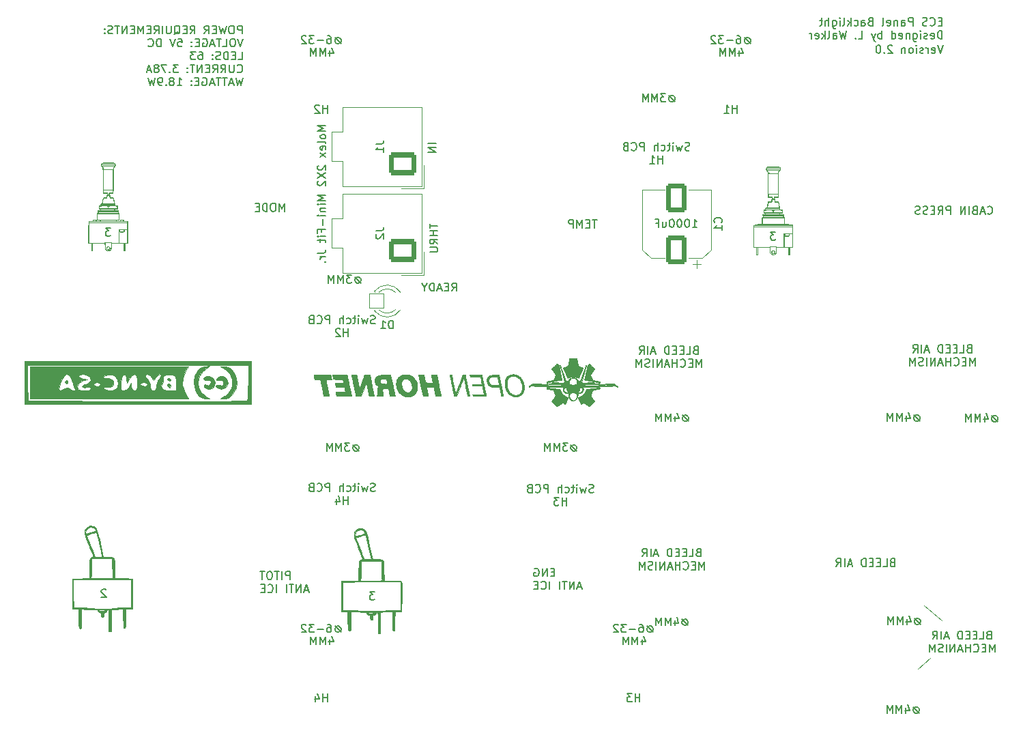
<source format=gbr>
%TF.GenerationSoftware,KiCad,Pcbnew,(6.0.9)*%
%TF.CreationDate,2022-12-26T15:58:23-09:00*%
%TF.ProjectId,ECS Panel PCB V2,45435320-5061-46e6-956c-205043422056,rev?*%
%TF.SameCoordinates,Original*%
%TF.FileFunction,Legend,Bot*%
%TF.FilePolarity,Positive*%
%FSLAX46Y46*%
G04 Gerber Fmt 4.6, Leading zero omitted, Abs format (unit mm)*
G04 Created by KiCad (PCBNEW (6.0.9)) date 2022-12-26 15:58:23*
%MOMM*%
%LPD*%
G01*
G04 APERTURE LIST*
G04 Aperture macros list*
%AMRoundRect*
0 Rectangle with rounded corners*
0 $1 Rounding radius*
0 $2 $3 $4 $5 $6 $7 $8 $9 X,Y pos of 4 corners*
0 Add a 4 corners polygon primitive as box body*
4,1,4,$2,$3,$4,$5,$6,$7,$8,$9,$2,$3,0*
0 Add four circle primitives for the rounded corners*
1,1,$1+$1,$2,$3*
1,1,$1+$1,$4,$5*
1,1,$1+$1,$6,$7*
1,1,$1+$1,$8,$9*
0 Add four rect primitives between the rounded corners*
20,1,$1+$1,$2,$3,$4,$5,0*
20,1,$1+$1,$4,$5,$6,$7,0*
20,1,$1+$1,$6,$7,$8,$9,0*
20,1,$1+$1,$8,$9,$2,$3,0*%
G04 Aperture macros list end*
%ADD10C,0.120000*%
%ADD11C,0.150000*%
%ADD12C,0.010000*%
%ADD13C,0.100000*%
%ADD14RoundRect,0.300000X1.000000X-1.500000X1.000000X1.500000X-1.000000X1.500000X-1.000000X-1.500000X0*%
%ADD15RoundRect,0.050000X-0.900000X-0.900000X0.900000X-0.900000X0.900000X0.900000X-0.900000X0.900000X0*%
%ADD16C,1.900000*%
%ADD17RoundRect,0.300001X1.399999X-1.099999X1.399999X1.099999X-1.399999X1.099999X-1.399999X-1.099999X0*%
%ADD18O,3.400000X2.800000*%
%ADD19C,12.800000*%
%ADD20C,7.600000*%
%ADD21C,4.400000*%
%ADD22C,2.600000*%
G04 APERTURE END LIST*
D10*
X142824200Y-150596600D02*
X141351000Y-151892000D01*
X144272000Y-145923000D02*
X142113000Y-144043400D01*
D11*
X83500000Y-105052380D02*
X83833333Y-104576190D01*
X84071428Y-105052380D02*
X84071428Y-104052380D01*
X83690476Y-104052380D01*
X83595238Y-104100000D01*
X83547619Y-104147619D01*
X83500000Y-104242857D01*
X83500000Y-104385714D01*
X83547619Y-104480952D01*
X83595238Y-104528571D01*
X83690476Y-104576190D01*
X84071428Y-104576190D01*
X83071428Y-104528571D02*
X82738095Y-104528571D01*
X82595238Y-105052380D02*
X83071428Y-105052380D01*
X83071428Y-104052380D01*
X82595238Y-104052380D01*
X82214285Y-104766666D02*
X81738095Y-104766666D01*
X82309523Y-105052380D02*
X81976190Y-104052380D01*
X81642857Y-105052380D01*
X81309523Y-105052380D02*
X81309523Y-104052380D01*
X81071428Y-104052380D01*
X80928571Y-104100000D01*
X80833333Y-104195238D01*
X80785714Y-104290476D01*
X80738095Y-104480952D01*
X80738095Y-104623809D01*
X80785714Y-104814285D01*
X80833333Y-104909523D01*
X80928571Y-105004761D01*
X81071428Y-105052380D01*
X81309523Y-105052380D01*
X80119047Y-104576190D02*
X80119047Y-105052380D01*
X80452380Y-104052380D02*
X80119047Y-104576190D01*
X79785714Y-104052380D01*
X150097714Y-147713571D02*
X149954857Y-147761190D01*
X149907238Y-147808809D01*
X149859619Y-147904047D01*
X149859619Y-148046904D01*
X149907238Y-148142142D01*
X149954857Y-148189761D01*
X150050095Y-148237380D01*
X150431047Y-148237380D01*
X150431047Y-147237380D01*
X150097714Y-147237380D01*
X150002476Y-147285000D01*
X149954857Y-147332619D01*
X149907238Y-147427857D01*
X149907238Y-147523095D01*
X149954857Y-147618333D01*
X150002476Y-147665952D01*
X150097714Y-147713571D01*
X150431047Y-147713571D01*
X148954857Y-148237380D02*
X149431047Y-148237380D01*
X149431047Y-147237380D01*
X148621523Y-147713571D02*
X148288190Y-147713571D01*
X148145333Y-148237380D02*
X148621523Y-148237380D01*
X148621523Y-147237380D01*
X148145333Y-147237380D01*
X147716761Y-147713571D02*
X147383428Y-147713571D01*
X147240571Y-148237380D02*
X147716761Y-148237380D01*
X147716761Y-147237380D01*
X147240571Y-147237380D01*
X146812000Y-148237380D02*
X146812000Y-147237380D01*
X146573904Y-147237380D01*
X146431047Y-147285000D01*
X146335809Y-147380238D01*
X146288190Y-147475476D01*
X146240571Y-147665952D01*
X146240571Y-147808809D01*
X146288190Y-147999285D01*
X146335809Y-148094523D01*
X146431047Y-148189761D01*
X146573904Y-148237380D01*
X146812000Y-148237380D01*
X145097714Y-147951666D02*
X144621523Y-147951666D01*
X145192952Y-148237380D02*
X144859619Y-147237380D01*
X144526285Y-148237380D01*
X144192952Y-148237380D02*
X144192952Y-147237380D01*
X143145333Y-148237380D02*
X143478666Y-147761190D01*
X143716761Y-148237380D02*
X143716761Y-147237380D01*
X143335809Y-147237380D01*
X143240571Y-147285000D01*
X143192952Y-147332619D01*
X143145333Y-147427857D01*
X143145333Y-147570714D01*
X143192952Y-147665952D01*
X143240571Y-147713571D01*
X143335809Y-147761190D01*
X143716761Y-147761190D01*
X150859619Y-149847380D02*
X150859619Y-148847380D01*
X150526285Y-149561666D01*
X150192952Y-148847380D01*
X150192952Y-149847380D01*
X149716761Y-149323571D02*
X149383428Y-149323571D01*
X149240571Y-149847380D02*
X149716761Y-149847380D01*
X149716761Y-148847380D01*
X149240571Y-148847380D01*
X148240571Y-149752142D02*
X148288190Y-149799761D01*
X148431047Y-149847380D01*
X148526285Y-149847380D01*
X148669142Y-149799761D01*
X148764380Y-149704523D01*
X148812000Y-149609285D01*
X148859619Y-149418809D01*
X148859619Y-149275952D01*
X148812000Y-149085476D01*
X148764380Y-148990238D01*
X148669142Y-148895000D01*
X148526285Y-148847380D01*
X148431047Y-148847380D01*
X148288190Y-148895000D01*
X148240571Y-148942619D01*
X147812000Y-149847380D02*
X147812000Y-148847380D01*
X147812000Y-149323571D02*
X147240571Y-149323571D01*
X147240571Y-149847380D02*
X147240571Y-148847380D01*
X146812000Y-149561666D02*
X146335809Y-149561666D01*
X146907238Y-149847380D02*
X146573904Y-148847380D01*
X146240571Y-149847380D01*
X145907238Y-149847380D02*
X145907238Y-148847380D01*
X145335809Y-149847380D01*
X145335809Y-148847380D01*
X144859619Y-149847380D02*
X144859619Y-148847380D01*
X144431047Y-149799761D02*
X144288190Y-149847380D01*
X144050095Y-149847380D01*
X143954857Y-149799761D01*
X143907238Y-149752142D01*
X143859619Y-149656904D01*
X143859619Y-149561666D01*
X143907238Y-149466428D01*
X143954857Y-149418809D01*
X144050095Y-149371190D01*
X144240571Y-149323571D01*
X144335809Y-149275952D01*
X144383428Y-149228333D01*
X144431047Y-149133095D01*
X144431047Y-149037857D01*
X144383428Y-148942619D01*
X144335809Y-148895000D01*
X144240571Y-148847380D01*
X144002476Y-148847380D01*
X143859619Y-148895000D01*
X143431047Y-149847380D02*
X143431047Y-148847380D01*
X143097714Y-149561666D01*
X142764380Y-148847380D01*
X142764380Y-149847380D01*
X144415476Y-74552380D02*
X144082142Y-75552380D01*
X143748809Y-74552380D01*
X143034523Y-75504761D02*
X143129761Y-75552380D01*
X143320238Y-75552380D01*
X143415476Y-75504761D01*
X143463095Y-75409523D01*
X143463095Y-75028571D01*
X143415476Y-74933333D01*
X143320238Y-74885714D01*
X143129761Y-74885714D01*
X143034523Y-74933333D01*
X142986904Y-75028571D01*
X142986904Y-75123809D01*
X143463095Y-75219047D01*
X142558333Y-75552380D02*
X142558333Y-74885714D01*
X142558333Y-75076190D02*
X142510714Y-74980952D01*
X142463095Y-74933333D01*
X142367857Y-74885714D01*
X142272619Y-74885714D01*
X141986904Y-75504761D02*
X141891666Y-75552380D01*
X141701190Y-75552380D01*
X141605952Y-75504761D01*
X141558333Y-75409523D01*
X141558333Y-75361904D01*
X141605952Y-75266666D01*
X141701190Y-75219047D01*
X141844047Y-75219047D01*
X141939285Y-75171428D01*
X141986904Y-75076190D01*
X141986904Y-75028571D01*
X141939285Y-74933333D01*
X141844047Y-74885714D01*
X141701190Y-74885714D01*
X141605952Y-74933333D01*
X141129761Y-75552380D02*
X141129761Y-74885714D01*
X141129761Y-74552380D02*
X141177380Y-74600000D01*
X141129761Y-74647619D01*
X141082142Y-74600000D01*
X141129761Y-74552380D01*
X141129761Y-74647619D01*
X140510714Y-75552380D02*
X140605952Y-75504761D01*
X140653571Y-75457142D01*
X140701190Y-75361904D01*
X140701190Y-75076190D01*
X140653571Y-74980952D01*
X140605952Y-74933333D01*
X140510714Y-74885714D01*
X140367857Y-74885714D01*
X140272619Y-74933333D01*
X140225000Y-74980952D01*
X140177380Y-75076190D01*
X140177380Y-75361904D01*
X140225000Y-75457142D01*
X140272619Y-75504761D01*
X140367857Y-75552380D01*
X140510714Y-75552380D01*
X139748809Y-74885714D02*
X139748809Y-75552380D01*
X139748809Y-74980952D02*
X139701190Y-74933333D01*
X139605952Y-74885714D01*
X139463095Y-74885714D01*
X139367857Y-74933333D01*
X139320238Y-75028571D01*
X139320238Y-75552380D01*
X138129761Y-74647619D02*
X138082142Y-74600000D01*
X137986904Y-74552380D01*
X137748809Y-74552380D01*
X137653571Y-74600000D01*
X137605952Y-74647619D01*
X137558333Y-74742857D01*
X137558333Y-74838095D01*
X137605952Y-74980952D01*
X138177380Y-75552380D01*
X137558333Y-75552380D01*
X137129761Y-75457142D02*
X137082142Y-75504761D01*
X137129761Y-75552380D01*
X137177380Y-75504761D01*
X137129761Y-75457142D01*
X137129761Y-75552380D01*
X136463095Y-74552380D02*
X136367857Y-74552380D01*
X136272619Y-74600000D01*
X136225000Y-74647619D01*
X136177380Y-74742857D01*
X136129761Y-74933333D01*
X136129761Y-75171428D01*
X136177380Y-75361904D01*
X136225000Y-75457142D01*
X136272619Y-75504761D01*
X136367857Y-75552380D01*
X136463095Y-75552380D01*
X136558333Y-75504761D01*
X136605952Y-75457142D01*
X136653571Y-75361904D01*
X136701190Y-75171428D01*
X136701190Y-74933333D01*
X136653571Y-74742857D01*
X136605952Y-74647619D01*
X136558333Y-74600000D01*
X136463095Y-74552380D01*
X73970638Y-109048361D02*
X73827780Y-109095980D01*
X73589685Y-109095980D01*
X73494447Y-109048361D01*
X73446828Y-109000742D01*
X73399209Y-108905504D01*
X73399209Y-108810266D01*
X73446828Y-108715028D01*
X73494447Y-108667409D01*
X73589685Y-108619790D01*
X73780161Y-108572171D01*
X73875400Y-108524552D01*
X73923019Y-108476933D01*
X73970638Y-108381695D01*
X73970638Y-108286457D01*
X73923019Y-108191219D01*
X73875400Y-108143600D01*
X73780161Y-108095980D01*
X73542066Y-108095980D01*
X73399209Y-108143600D01*
X73065876Y-108429314D02*
X72875400Y-109095980D01*
X72684923Y-108619790D01*
X72494447Y-109095980D01*
X72303971Y-108429314D01*
X71923019Y-109095980D02*
X71923019Y-108429314D01*
X71923019Y-108095980D02*
X71970638Y-108143600D01*
X71923019Y-108191219D01*
X71875400Y-108143600D01*
X71923019Y-108095980D01*
X71923019Y-108191219D01*
X71589685Y-108429314D02*
X71208733Y-108429314D01*
X71446828Y-108095980D02*
X71446828Y-108953123D01*
X71399209Y-109048361D01*
X71303971Y-109095980D01*
X71208733Y-109095980D01*
X70446828Y-109048361D02*
X70542066Y-109095980D01*
X70732542Y-109095980D01*
X70827780Y-109048361D01*
X70875400Y-109000742D01*
X70923019Y-108905504D01*
X70923019Y-108619790D01*
X70875400Y-108524552D01*
X70827780Y-108476933D01*
X70732542Y-108429314D01*
X70542066Y-108429314D01*
X70446828Y-108476933D01*
X70018257Y-109095980D02*
X70018257Y-108095980D01*
X69589685Y-109095980D02*
X69589685Y-108572171D01*
X69637304Y-108476933D01*
X69732542Y-108429314D01*
X69875400Y-108429314D01*
X69970638Y-108476933D01*
X70018257Y-108524552D01*
X68351590Y-109095980D02*
X68351590Y-108095980D01*
X67970638Y-108095980D01*
X67875400Y-108143600D01*
X67827780Y-108191219D01*
X67780161Y-108286457D01*
X67780161Y-108429314D01*
X67827780Y-108524552D01*
X67875400Y-108572171D01*
X67970638Y-108619790D01*
X68351590Y-108619790D01*
X66780161Y-109000742D02*
X66827780Y-109048361D01*
X66970638Y-109095980D01*
X67065876Y-109095980D01*
X67208733Y-109048361D01*
X67303971Y-108953123D01*
X67351590Y-108857885D01*
X67399209Y-108667409D01*
X67399209Y-108524552D01*
X67351590Y-108334076D01*
X67303971Y-108238838D01*
X67208733Y-108143600D01*
X67065876Y-108095980D01*
X66970638Y-108095980D01*
X66827780Y-108143600D01*
X66780161Y-108191219D01*
X66018257Y-108572171D02*
X65875400Y-108619790D01*
X65827780Y-108667409D01*
X65780161Y-108762647D01*
X65780161Y-108905504D01*
X65827780Y-109000742D01*
X65875400Y-109048361D01*
X65970638Y-109095980D01*
X66351590Y-109095980D01*
X66351590Y-108095980D01*
X66018257Y-108095980D01*
X65923019Y-108143600D01*
X65875400Y-108191219D01*
X65827780Y-108286457D01*
X65827780Y-108381695D01*
X65875400Y-108476933D01*
X65923019Y-108524552D01*
X66018257Y-108572171D01*
X66351590Y-108572171D01*
X70637304Y-110705980D02*
X70637304Y-109705980D01*
X70637304Y-110182171D02*
X70065876Y-110182171D01*
X70065876Y-110705980D02*
X70065876Y-109705980D01*
X69637304Y-109801219D02*
X69589685Y-109753600D01*
X69494447Y-109705980D01*
X69256352Y-109705980D01*
X69161114Y-109753600D01*
X69113495Y-109801219D01*
X69065876Y-109896457D01*
X69065876Y-109991695D01*
X69113495Y-110134552D01*
X69684923Y-110705980D01*
X69065876Y-110705980D01*
X57464404Y-73132380D02*
X57464404Y-72132380D01*
X57083452Y-72132380D01*
X56988214Y-72180000D01*
X56940595Y-72227619D01*
X56892976Y-72322857D01*
X56892976Y-72465714D01*
X56940595Y-72560952D01*
X56988214Y-72608571D01*
X57083452Y-72656190D01*
X57464404Y-72656190D01*
X56273928Y-72132380D02*
X56083452Y-72132380D01*
X55988214Y-72180000D01*
X55892976Y-72275238D01*
X55845357Y-72465714D01*
X55845357Y-72799047D01*
X55892976Y-72989523D01*
X55988214Y-73084761D01*
X56083452Y-73132380D01*
X56273928Y-73132380D01*
X56369166Y-73084761D01*
X56464404Y-72989523D01*
X56512023Y-72799047D01*
X56512023Y-72465714D01*
X56464404Y-72275238D01*
X56369166Y-72180000D01*
X56273928Y-72132380D01*
X55512023Y-72132380D02*
X55273928Y-73132380D01*
X55083452Y-72418095D01*
X54892976Y-73132380D01*
X54654880Y-72132380D01*
X54273928Y-72608571D02*
X53940595Y-72608571D01*
X53797738Y-73132380D02*
X54273928Y-73132380D01*
X54273928Y-72132380D01*
X53797738Y-72132380D01*
X52797738Y-73132380D02*
X53131071Y-72656190D01*
X53369166Y-73132380D02*
X53369166Y-72132380D01*
X52988214Y-72132380D01*
X52892976Y-72180000D01*
X52845357Y-72227619D01*
X52797738Y-72322857D01*
X52797738Y-72465714D01*
X52845357Y-72560952D01*
X52892976Y-72608571D01*
X52988214Y-72656190D01*
X53369166Y-72656190D01*
X51035833Y-73132380D02*
X51369166Y-72656190D01*
X51607261Y-73132380D02*
X51607261Y-72132380D01*
X51226309Y-72132380D01*
X51131071Y-72180000D01*
X51083452Y-72227619D01*
X51035833Y-72322857D01*
X51035833Y-72465714D01*
X51083452Y-72560952D01*
X51131071Y-72608571D01*
X51226309Y-72656190D01*
X51607261Y-72656190D01*
X50607261Y-72608571D02*
X50273928Y-72608571D01*
X50131071Y-73132380D02*
X50607261Y-73132380D01*
X50607261Y-72132380D01*
X50131071Y-72132380D01*
X49035833Y-73227619D02*
X49131071Y-73180000D01*
X49226309Y-73084761D01*
X49369166Y-72941904D01*
X49464404Y-72894285D01*
X49559642Y-72894285D01*
X49512023Y-73132380D02*
X49607261Y-73084761D01*
X49702500Y-72989523D01*
X49750119Y-72799047D01*
X49750119Y-72465714D01*
X49702500Y-72275238D01*
X49607261Y-72180000D01*
X49512023Y-72132380D01*
X49321547Y-72132380D01*
X49226309Y-72180000D01*
X49131071Y-72275238D01*
X49083452Y-72465714D01*
X49083452Y-72799047D01*
X49131071Y-72989523D01*
X49226309Y-73084761D01*
X49321547Y-73132380D01*
X49512023Y-73132380D01*
X48654880Y-72132380D02*
X48654880Y-72941904D01*
X48607261Y-73037142D01*
X48559642Y-73084761D01*
X48464404Y-73132380D01*
X48273928Y-73132380D01*
X48178690Y-73084761D01*
X48131071Y-73037142D01*
X48083452Y-72941904D01*
X48083452Y-72132380D01*
X47607261Y-73132380D02*
X47607261Y-72132380D01*
X46559642Y-73132380D02*
X46892976Y-72656190D01*
X47131071Y-73132380D02*
X47131071Y-72132380D01*
X46750119Y-72132380D01*
X46654880Y-72180000D01*
X46607261Y-72227619D01*
X46559642Y-72322857D01*
X46559642Y-72465714D01*
X46607261Y-72560952D01*
X46654880Y-72608571D01*
X46750119Y-72656190D01*
X47131071Y-72656190D01*
X46131071Y-72608571D02*
X45797738Y-72608571D01*
X45654880Y-73132380D02*
X46131071Y-73132380D01*
X46131071Y-72132380D01*
X45654880Y-72132380D01*
X45226309Y-73132380D02*
X45226309Y-72132380D01*
X44892976Y-72846666D01*
X44559642Y-72132380D01*
X44559642Y-73132380D01*
X44083452Y-72608571D02*
X43750119Y-72608571D01*
X43607261Y-73132380D02*
X44083452Y-73132380D01*
X44083452Y-72132380D01*
X43607261Y-72132380D01*
X43178690Y-73132380D02*
X43178690Y-72132380D01*
X42607261Y-73132380D01*
X42607261Y-72132380D01*
X42273928Y-72132380D02*
X41702500Y-72132380D01*
X41988214Y-73132380D02*
X41988214Y-72132380D01*
X41416785Y-73084761D02*
X41273928Y-73132380D01*
X41035833Y-73132380D01*
X40940595Y-73084761D01*
X40892976Y-73037142D01*
X40845357Y-72941904D01*
X40845357Y-72846666D01*
X40892976Y-72751428D01*
X40940595Y-72703809D01*
X41035833Y-72656190D01*
X41226309Y-72608571D01*
X41321547Y-72560952D01*
X41369166Y-72513333D01*
X41416785Y-72418095D01*
X41416785Y-72322857D01*
X41369166Y-72227619D01*
X41321547Y-72180000D01*
X41226309Y-72132380D01*
X40988214Y-72132380D01*
X40845357Y-72180000D01*
X40416785Y-73037142D02*
X40369166Y-73084761D01*
X40416785Y-73132380D01*
X40464404Y-73084761D01*
X40416785Y-73037142D01*
X40416785Y-73132380D01*
X40416785Y-72513333D02*
X40369166Y-72560952D01*
X40416785Y-72608571D01*
X40464404Y-72560952D01*
X40416785Y-72513333D01*
X40416785Y-72608571D01*
X57607261Y-73742380D02*
X57273928Y-74742380D01*
X56940595Y-73742380D01*
X56416785Y-73742380D02*
X56226309Y-73742380D01*
X56131071Y-73790000D01*
X56035833Y-73885238D01*
X55988214Y-74075714D01*
X55988214Y-74409047D01*
X56035833Y-74599523D01*
X56131071Y-74694761D01*
X56226309Y-74742380D01*
X56416785Y-74742380D01*
X56512023Y-74694761D01*
X56607261Y-74599523D01*
X56654880Y-74409047D01*
X56654880Y-74075714D01*
X56607261Y-73885238D01*
X56512023Y-73790000D01*
X56416785Y-73742380D01*
X55083452Y-74742380D02*
X55559642Y-74742380D01*
X55559642Y-73742380D01*
X54892976Y-73742380D02*
X54321547Y-73742380D01*
X54607261Y-74742380D02*
X54607261Y-73742380D01*
X54035833Y-74456666D02*
X53559642Y-74456666D01*
X54131071Y-74742380D02*
X53797738Y-73742380D01*
X53464404Y-74742380D01*
X52607261Y-73790000D02*
X52702500Y-73742380D01*
X52845357Y-73742380D01*
X52988214Y-73790000D01*
X53083452Y-73885238D01*
X53131071Y-73980476D01*
X53178690Y-74170952D01*
X53178690Y-74313809D01*
X53131071Y-74504285D01*
X53083452Y-74599523D01*
X52988214Y-74694761D01*
X52845357Y-74742380D01*
X52750119Y-74742380D01*
X52607261Y-74694761D01*
X52559642Y-74647142D01*
X52559642Y-74313809D01*
X52750119Y-74313809D01*
X52131071Y-74218571D02*
X51797738Y-74218571D01*
X51654880Y-74742380D02*
X52131071Y-74742380D01*
X52131071Y-73742380D01*
X51654880Y-73742380D01*
X51226309Y-74647142D02*
X51178690Y-74694761D01*
X51226309Y-74742380D01*
X51273928Y-74694761D01*
X51226309Y-74647142D01*
X51226309Y-74742380D01*
X51226309Y-74123333D02*
X51178690Y-74170952D01*
X51226309Y-74218571D01*
X51273928Y-74170952D01*
X51226309Y-74123333D01*
X51226309Y-74218571D01*
X49512023Y-73742380D02*
X49988214Y-73742380D01*
X50035833Y-74218571D01*
X49988214Y-74170952D01*
X49892976Y-74123333D01*
X49654880Y-74123333D01*
X49559642Y-74170952D01*
X49512023Y-74218571D01*
X49464404Y-74313809D01*
X49464404Y-74551904D01*
X49512023Y-74647142D01*
X49559642Y-74694761D01*
X49654880Y-74742380D01*
X49892976Y-74742380D01*
X49988214Y-74694761D01*
X50035833Y-74647142D01*
X49178690Y-73742380D02*
X48845357Y-74742380D01*
X48512023Y-73742380D01*
X47416785Y-74742380D02*
X47416785Y-73742380D01*
X47178690Y-73742380D01*
X47035833Y-73790000D01*
X46940595Y-73885238D01*
X46892976Y-73980476D01*
X46845357Y-74170952D01*
X46845357Y-74313809D01*
X46892976Y-74504285D01*
X46940595Y-74599523D01*
X47035833Y-74694761D01*
X47178690Y-74742380D01*
X47416785Y-74742380D01*
X45845357Y-74647142D02*
X45892976Y-74694761D01*
X46035833Y-74742380D01*
X46131071Y-74742380D01*
X46273928Y-74694761D01*
X46369166Y-74599523D01*
X46416785Y-74504285D01*
X46464404Y-74313809D01*
X46464404Y-74170952D01*
X46416785Y-73980476D01*
X46369166Y-73885238D01*
X46273928Y-73790000D01*
X46131071Y-73742380D01*
X46035833Y-73742380D01*
X45892976Y-73790000D01*
X45845357Y-73837619D01*
X56988214Y-76352380D02*
X57464404Y-76352380D01*
X57464404Y-75352380D01*
X56654880Y-75828571D02*
X56321547Y-75828571D01*
X56178690Y-76352380D02*
X56654880Y-76352380D01*
X56654880Y-75352380D01*
X56178690Y-75352380D01*
X55750119Y-76352380D02*
X55750119Y-75352380D01*
X55512023Y-75352380D01*
X55369166Y-75400000D01*
X55273928Y-75495238D01*
X55226309Y-75590476D01*
X55178690Y-75780952D01*
X55178690Y-75923809D01*
X55226309Y-76114285D01*
X55273928Y-76209523D01*
X55369166Y-76304761D01*
X55512023Y-76352380D01*
X55750119Y-76352380D01*
X54797738Y-76304761D02*
X54654880Y-76352380D01*
X54416785Y-76352380D01*
X54321547Y-76304761D01*
X54273928Y-76257142D01*
X54226309Y-76161904D01*
X54226309Y-76066666D01*
X54273928Y-75971428D01*
X54321547Y-75923809D01*
X54416785Y-75876190D01*
X54607261Y-75828571D01*
X54702500Y-75780952D01*
X54750119Y-75733333D01*
X54797738Y-75638095D01*
X54797738Y-75542857D01*
X54750119Y-75447619D01*
X54702500Y-75400000D01*
X54607261Y-75352380D01*
X54369166Y-75352380D01*
X54226309Y-75400000D01*
X53797738Y-76257142D02*
X53750119Y-76304761D01*
X53797738Y-76352380D01*
X53845357Y-76304761D01*
X53797738Y-76257142D01*
X53797738Y-76352380D01*
X53797738Y-75733333D02*
X53750119Y-75780952D01*
X53797738Y-75828571D01*
X53845357Y-75780952D01*
X53797738Y-75733333D01*
X53797738Y-75828571D01*
X52131071Y-75352380D02*
X52321547Y-75352380D01*
X52416785Y-75400000D01*
X52464404Y-75447619D01*
X52559642Y-75590476D01*
X52607261Y-75780952D01*
X52607261Y-76161904D01*
X52559642Y-76257142D01*
X52512023Y-76304761D01*
X52416785Y-76352380D01*
X52226309Y-76352380D01*
X52131071Y-76304761D01*
X52083452Y-76257142D01*
X52035833Y-76161904D01*
X52035833Y-75923809D01*
X52083452Y-75828571D01*
X52131071Y-75780952D01*
X52226309Y-75733333D01*
X52416785Y-75733333D01*
X52512023Y-75780952D01*
X52559642Y-75828571D01*
X52607261Y-75923809D01*
X51702500Y-75352380D02*
X51083452Y-75352380D01*
X51416785Y-75733333D01*
X51273928Y-75733333D01*
X51178690Y-75780952D01*
X51131071Y-75828571D01*
X51083452Y-75923809D01*
X51083452Y-76161904D01*
X51131071Y-76257142D01*
X51178690Y-76304761D01*
X51273928Y-76352380D01*
X51559642Y-76352380D01*
X51654880Y-76304761D01*
X51702500Y-76257142D01*
X56892976Y-77867142D02*
X56940595Y-77914761D01*
X57083452Y-77962380D01*
X57178690Y-77962380D01*
X57321547Y-77914761D01*
X57416785Y-77819523D01*
X57464404Y-77724285D01*
X57512023Y-77533809D01*
X57512023Y-77390952D01*
X57464404Y-77200476D01*
X57416785Y-77105238D01*
X57321547Y-77010000D01*
X57178690Y-76962380D01*
X57083452Y-76962380D01*
X56940595Y-77010000D01*
X56892976Y-77057619D01*
X56464404Y-76962380D02*
X56464404Y-77771904D01*
X56416785Y-77867142D01*
X56369166Y-77914761D01*
X56273928Y-77962380D01*
X56083452Y-77962380D01*
X55988214Y-77914761D01*
X55940595Y-77867142D01*
X55892976Y-77771904D01*
X55892976Y-76962380D01*
X54845357Y-77962380D02*
X55178690Y-77486190D01*
X55416785Y-77962380D02*
X55416785Y-76962380D01*
X55035833Y-76962380D01*
X54940595Y-77010000D01*
X54892976Y-77057619D01*
X54845357Y-77152857D01*
X54845357Y-77295714D01*
X54892976Y-77390952D01*
X54940595Y-77438571D01*
X55035833Y-77486190D01*
X55416785Y-77486190D01*
X53845357Y-77962380D02*
X54178690Y-77486190D01*
X54416785Y-77962380D02*
X54416785Y-76962380D01*
X54035833Y-76962380D01*
X53940595Y-77010000D01*
X53892976Y-77057619D01*
X53845357Y-77152857D01*
X53845357Y-77295714D01*
X53892976Y-77390952D01*
X53940595Y-77438571D01*
X54035833Y-77486190D01*
X54416785Y-77486190D01*
X53416785Y-77438571D02*
X53083452Y-77438571D01*
X52940595Y-77962380D02*
X53416785Y-77962380D01*
X53416785Y-76962380D01*
X52940595Y-76962380D01*
X52512023Y-77962380D02*
X52512023Y-76962380D01*
X51940595Y-77962380D01*
X51940595Y-76962380D01*
X51607261Y-76962380D02*
X51035833Y-76962380D01*
X51321547Y-77962380D02*
X51321547Y-76962380D01*
X50702500Y-77867142D02*
X50654880Y-77914761D01*
X50702500Y-77962380D01*
X50750119Y-77914761D01*
X50702500Y-77867142D01*
X50702500Y-77962380D01*
X50702500Y-77343333D02*
X50654880Y-77390952D01*
X50702500Y-77438571D01*
X50750119Y-77390952D01*
X50702500Y-77343333D01*
X50702500Y-77438571D01*
X49559642Y-76962380D02*
X48940595Y-76962380D01*
X49273928Y-77343333D01*
X49131071Y-77343333D01*
X49035833Y-77390952D01*
X48988214Y-77438571D01*
X48940595Y-77533809D01*
X48940595Y-77771904D01*
X48988214Y-77867142D01*
X49035833Y-77914761D01*
X49131071Y-77962380D01*
X49416785Y-77962380D01*
X49512023Y-77914761D01*
X49559642Y-77867142D01*
X48512023Y-77867142D02*
X48464404Y-77914761D01*
X48512023Y-77962380D01*
X48559642Y-77914761D01*
X48512023Y-77867142D01*
X48512023Y-77962380D01*
X48131071Y-76962380D02*
X47464404Y-76962380D01*
X47892976Y-77962380D01*
X46940595Y-77390952D02*
X47035833Y-77343333D01*
X47083452Y-77295714D01*
X47131071Y-77200476D01*
X47131071Y-77152857D01*
X47083452Y-77057619D01*
X47035833Y-77010000D01*
X46940595Y-76962380D01*
X46750119Y-76962380D01*
X46654880Y-77010000D01*
X46607261Y-77057619D01*
X46559642Y-77152857D01*
X46559642Y-77200476D01*
X46607261Y-77295714D01*
X46654880Y-77343333D01*
X46750119Y-77390952D01*
X46940595Y-77390952D01*
X47035833Y-77438571D01*
X47083452Y-77486190D01*
X47131071Y-77581428D01*
X47131071Y-77771904D01*
X47083452Y-77867142D01*
X47035833Y-77914761D01*
X46940595Y-77962380D01*
X46750119Y-77962380D01*
X46654880Y-77914761D01*
X46607261Y-77867142D01*
X46559642Y-77771904D01*
X46559642Y-77581428D01*
X46607261Y-77486190D01*
X46654880Y-77438571D01*
X46750119Y-77390952D01*
X46178690Y-77676666D02*
X45702500Y-77676666D01*
X46273928Y-77962380D02*
X45940595Y-76962380D01*
X45607261Y-77962380D01*
X57559642Y-78572380D02*
X57321547Y-79572380D01*
X57131071Y-78858095D01*
X56940595Y-79572380D01*
X56702500Y-78572380D01*
X56369166Y-79286666D02*
X55892976Y-79286666D01*
X56464404Y-79572380D02*
X56131071Y-78572380D01*
X55797738Y-79572380D01*
X55607261Y-78572380D02*
X55035833Y-78572380D01*
X55321547Y-79572380D02*
X55321547Y-78572380D01*
X54845357Y-78572380D02*
X54273928Y-78572380D01*
X54559642Y-79572380D02*
X54559642Y-78572380D01*
X53988214Y-79286666D02*
X53512023Y-79286666D01*
X54083452Y-79572380D02*
X53750119Y-78572380D01*
X53416785Y-79572380D01*
X52559642Y-78620000D02*
X52654880Y-78572380D01*
X52797738Y-78572380D01*
X52940595Y-78620000D01*
X53035833Y-78715238D01*
X53083452Y-78810476D01*
X53131071Y-79000952D01*
X53131071Y-79143809D01*
X53083452Y-79334285D01*
X53035833Y-79429523D01*
X52940595Y-79524761D01*
X52797738Y-79572380D01*
X52702500Y-79572380D01*
X52559642Y-79524761D01*
X52512023Y-79477142D01*
X52512023Y-79143809D01*
X52702500Y-79143809D01*
X52083452Y-79048571D02*
X51750119Y-79048571D01*
X51607261Y-79572380D02*
X52083452Y-79572380D01*
X52083452Y-78572380D01*
X51607261Y-78572380D01*
X51178690Y-79477142D02*
X51131071Y-79524761D01*
X51178690Y-79572380D01*
X51226309Y-79524761D01*
X51178690Y-79477142D01*
X51178690Y-79572380D01*
X51178690Y-78953333D02*
X51131071Y-79000952D01*
X51178690Y-79048571D01*
X51226309Y-79000952D01*
X51178690Y-78953333D01*
X51178690Y-79048571D01*
X49416785Y-79572380D02*
X49988214Y-79572380D01*
X49702500Y-79572380D02*
X49702500Y-78572380D01*
X49797738Y-78715238D01*
X49892976Y-78810476D01*
X49988214Y-78858095D01*
X48845357Y-79000952D02*
X48940595Y-78953333D01*
X48988214Y-78905714D01*
X49035833Y-78810476D01*
X49035833Y-78762857D01*
X48988214Y-78667619D01*
X48940595Y-78620000D01*
X48845357Y-78572380D01*
X48654880Y-78572380D01*
X48559642Y-78620000D01*
X48512023Y-78667619D01*
X48464404Y-78762857D01*
X48464404Y-78810476D01*
X48512023Y-78905714D01*
X48559642Y-78953333D01*
X48654880Y-79000952D01*
X48845357Y-79000952D01*
X48940595Y-79048571D01*
X48988214Y-79096190D01*
X49035833Y-79191428D01*
X49035833Y-79381904D01*
X48988214Y-79477142D01*
X48940595Y-79524761D01*
X48845357Y-79572380D01*
X48654880Y-79572380D01*
X48559642Y-79524761D01*
X48512023Y-79477142D01*
X48464404Y-79381904D01*
X48464404Y-79191428D01*
X48512023Y-79096190D01*
X48559642Y-79048571D01*
X48654880Y-79000952D01*
X48035833Y-79477142D02*
X47988214Y-79524761D01*
X48035833Y-79572380D01*
X48083452Y-79524761D01*
X48035833Y-79477142D01*
X48035833Y-79572380D01*
X47512023Y-79572380D02*
X47321547Y-79572380D01*
X47226309Y-79524761D01*
X47178690Y-79477142D01*
X47083452Y-79334285D01*
X47035833Y-79143809D01*
X47035833Y-78762857D01*
X47083452Y-78667619D01*
X47131071Y-78620000D01*
X47226309Y-78572380D01*
X47416785Y-78572380D01*
X47512023Y-78620000D01*
X47559642Y-78667619D01*
X47607261Y-78762857D01*
X47607261Y-79000952D01*
X47559642Y-79096190D01*
X47512023Y-79143809D01*
X47416785Y-79191428D01*
X47226309Y-79191428D01*
X47131071Y-79143809D01*
X47083452Y-79096190D01*
X47035833Y-79000952D01*
X46702500Y-78572380D02*
X46464404Y-79572380D01*
X46273928Y-78858095D01*
X46083452Y-79572380D01*
X45845357Y-78572380D01*
X150964685Y-120492876D02*
X150774209Y-120492876D01*
X150583733Y-120588114D01*
X150488495Y-120778590D01*
X150488495Y-120969066D01*
X150583733Y-121159542D01*
X150774209Y-121254780D01*
X150964685Y-121254780D01*
X151155161Y-121159542D01*
X151250400Y-120969066D01*
X151250400Y-120778590D01*
X151155161Y-120588114D01*
X150964685Y-120492876D01*
X150488495Y-120492876D02*
X151250400Y-121254780D01*
X149583733Y-120588114D02*
X149583733Y-121254780D01*
X149821828Y-120207161D02*
X150059923Y-120921447D01*
X149440876Y-120921447D01*
X149059923Y-121254780D02*
X149059923Y-120254780D01*
X148726590Y-120969066D01*
X148393257Y-120254780D01*
X148393257Y-121254780D01*
X147917066Y-121254780D02*
X147917066Y-120254780D01*
X147583733Y-120969066D01*
X147250400Y-120254780D01*
X147250400Y-121254780D01*
X71914285Y-103290476D02*
X71723809Y-103290476D01*
X71533333Y-103385714D01*
X71438095Y-103576190D01*
X71438095Y-103766666D01*
X71533333Y-103957142D01*
X71723809Y-104052380D01*
X71914285Y-104052380D01*
X72104761Y-103957142D01*
X72200000Y-103766666D01*
X72200000Y-103576190D01*
X72104761Y-103385714D01*
X71914285Y-103290476D01*
X71438095Y-103290476D02*
X72200000Y-104052380D01*
X71057142Y-103052380D02*
X70438095Y-103052380D01*
X70771428Y-103433333D01*
X70628571Y-103433333D01*
X70533333Y-103480952D01*
X70485714Y-103528571D01*
X70438095Y-103623809D01*
X70438095Y-103861904D01*
X70485714Y-103957142D01*
X70533333Y-104004761D01*
X70628571Y-104052380D01*
X70914285Y-104052380D01*
X71009523Y-104004761D01*
X71057142Y-103957142D01*
X70009523Y-104052380D02*
X70009523Y-103052380D01*
X69676190Y-103766666D01*
X69342857Y-103052380D01*
X69342857Y-104052380D01*
X68866666Y-104052380D02*
X68866666Y-103052380D01*
X68533333Y-103766666D01*
X68200000Y-103052380D01*
X68200000Y-104052380D01*
X101072438Y-130003361D02*
X100929580Y-130050980D01*
X100691485Y-130050980D01*
X100596247Y-130003361D01*
X100548628Y-129955742D01*
X100501009Y-129860504D01*
X100501009Y-129765266D01*
X100548628Y-129670028D01*
X100596247Y-129622409D01*
X100691485Y-129574790D01*
X100881961Y-129527171D01*
X100977200Y-129479552D01*
X101024819Y-129431933D01*
X101072438Y-129336695D01*
X101072438Y-129241457D01*
X101024819Y-129146219D01*
X100977200Y-129098600D01*
X100881961Y-129050980D01*
X100643866Y-129050980D01*
X100501009Y-129098600D01*
X100167676Y-129384314D02*
X99977200Y-130050980D01*
X99786723Y-129574790D01*
X99596247Y-130050980D01*
X99405771Y-129384314D01*
X99024819Y-130050980D02*
X99024819Y-129384314D01*
X99024819Y-129050980D02*
X99072438Y-129098600D01*
X99024819Y-129146219D01*
X98977200Y-129098600D01*
X99024819Y-129050980D01*
X99024819Y-129146219D01*
X98691485Y-129384314D02*
X98310533Y-129384314D01*
X98548628Y-129050980D02*
X98548628Y-129908123D01*
X98501009Y-130003361D01*
X98405771Y-130050980D01*
X98310533Y-130050980D01*
X97548628Y-130003361D02*
X97643866Y-130050980D01*
X97834342Y-130050980D01*
X97929580Y-130003361D01*
X97977200Y-129955742D01*
X98024819Y-129860504D01*
X98024819Y-129574790D01*
X97977200Y-129479552D01*
X97929580Y-129431933D01*
X97834342Y-129384314D01*
X97643866Y-129384314D01*
X97548628Y-129431933D01*
X97120057Y-130050980D02*
X97120057Y-129050980D01*
X96691485Y-130050980D02*
X96691485Y-129527171D01*
X96739104Y-129431933D01*
X96834342Y-129384314D01*
X96977200Y-129384314D01*
X97072438Y-129431933D01*
X97120057Y-129479552D01*
X95453390Y-130050980D02*
X95453390Y-129050980D01*
X95072438Y-129050980D01*
X94977200Y-129098600D01*
X94929580Y-129146219D01*
X94881961Y-129241457D01*
X94881961Y-129384314D01*
X94929580Y-129479552D01*
X94977200Y-129527171D01*
X95072438Y-129574790D01*
X95453390Y-129574790D01*
X93881961Y-129955742D02*
X93929580Y-130003361D01*
X94072438Y-130050980D01*
X94167676Y-130050980D01*
X94310533Y-130003361D01*
X94405771Y-129908123D01*
X94453390Y-129812885D01*
X94501009Y-129622409D01*
X94501009Y-129479552D01*
X94453390Y-129289076D01*
X94405771Y-129193838D01*
X94310533Y-129098600D01*
X94167676Y-129050980D01*
X94072438Y-129050980D01*
X93929580Y-129098600D01*
X93881961Y-129146219D01*
X93120057Y-129527171D02*
X92977200Y-129574790D01*
X92929580Y-129622409D01*
X92881961Y-129717647D01*
X92881961Y-129860504D01*
X92929580Y-129955742D01*
X92977200Y-130003361D01*
X93072438Y-130050980D01*
X93453390Y-130050980D01*
X93453390Y-129050980D01*
X93120057Y-129050980D01*
X93024819Y-129098600D01*
X92977200Y-129146219D01*
X92929580Y-129241457D01*
X92929580Y-129336695D01*
X92977200Y-129431933D01*
X93024819Y-129479552D01*
X93120057Y-129527171D01*
X93453390Y-129527171D01*
X97739104Y-131660980D02*
X97739104Y-130660980D01*
X97739104Y-131137171D02*
X97167676Y-131137171D01*
X97167676Y-131660980D02*
X97167676Y-130660980D01*
X96786723Y-130660980D02*
X96167676Y-130660980D01*
X96501009Y-131041933D01*
X96358152Y-131041933D01*
X96262914Y-131089552D01*
X96215295Y-131137171D01*
X96167676Y-131232409D01*
X96167676Y-131470504D01*
X96215295Y-131565742D01*
X96262914Y-131613361D01*
X96358152Y-131660980D01*
X96643866Y-131660980D01*
X96739104Y-131613361D01*
X96786723Y-131565742D01*
X62769523Y-95168980D02*
X62769523Y-94168980D01*
X62436190Y-94883266D01*
X62102857Y-94168980D01*
X62102857Y-95168980D01*
X61436190Y-94168980D02*
X61245714Y-94168980D01*
X61150476Y-94216600D01*
X61055238Y-94311838D01*
X61007619Y-94502314D01*
X61007619Y-94835647D01*
X61055238Y-95026123D01*
X61150476Y-95121361D01*
X61245714Y-95168980D01*
X61436190Y-95168980D01*
X61531428Y-95121361D01*
X61626666Y-95026123D01*
X61674285Y-94835647D01*
X61674285Y-94502314D01*
X61626666Y-94311838D01*
X61531428Y-94216600D01*
X61436190Y-94168980D01*
X60579047Y-95168980D02*
X60579047Y-94168980D01*
X60340952Y-94168980D01*
X60198095Y-94216600D01*
X60102857Y-94311838D01*
X60055238Y-94407076D01*
X60007619Y-94597552D01*
X60007619Y-94740409D01*
X60055238Y-94930885D01*
X60102857Y-95026123D01*
X60198095Y-95121361D01*
X60340952Y-95168980D01*
X60579047Y-95168980D01*
X59579047Y-94645171D02*
X59245714Y-94645171D01*
X59102857Y-95168980D02*
X59579047Y-95168980D01*
X59579047Y-94168980D01*
X59102857Y-94168980D01*
X80752380Y-96691666D02*
X80752380Y-97263095D01*
X81752380Y-96977380D02*
X80752380Y-96977380D01*
X81752380Y-97596428D02*
X80752380Y-97596428D01*
X81228571Y-97596428D02*
X81228571Y-98167857D01*
X81752380Y-98167857D02*
X80752380Y-98167857D01*
X81752380Y-99215476D02*
X81276190Y-98882142D01*
X81752380Y-98644047D02*
X80752380Y-98644047D01*
X80752380Y-99025000D01*
X80800000Y-99120238D01*
X80847619Y-99167857D01*
X80942857Y-99215476D01*
X81085714Y-99215476D01*
X81180952Y-99167857D01*
X81228571Y-99120238D01*
X81276190Y-99025000D01*
X81276190Y-98644047D01*
X80752380Y-99644047D02*
X81561904Y-99644047D01*
X81657142Y-99691666D01*
X81704761Y-99739285D01*
X81752380Y-99834523D01*
X81752380Y-100025000D01*
X81704761Y-100120238D01*
X81657142Y-100167857D01*
X81561904Y-100215476D01*
X80752380Y-100215476D01*
X114080514Y-137477371D02*
X113937657Y-137524990D01*
X113890038Y-137572609D01*
X113842419Y-137667847D01*
X113842419Y-137810704D01*
X113890038Y-137905942D01*
X113937657Y-137953561D01*
X114032895Y-138001180D01*
X114413847Y-138001180D01*
X114413847Y-137001180D01*
X114080514Y-137001180D01*
X113985276Y-137048800D01*
X113937657Y-137096419D01*
X113890038Y-137191657D01*
X113890038Y-137286895D01*
X113937657Y-137382133D01*
X113985276Y-137429752D01*
X114080514Y-137477371D01*
X114413847Y-137477371D01*
X112937657Y-138001180D02*
X113413847Y-138001180D01*
X113413847Y-137001180D01*
X112604323Y-137477371D02*
X112270990Y-137477371D01*
X112128133Y-138001180D02*
X112604323Y-138001180D01*
X112604323Y-137001180D01*
X112128133Y-137001180D01*
X111699561Y-137477371D02*
X111366228Y-137477371D01*
X111223371Y-138001180D02*
X111699561Y-138001180D01*
X111699561Y-137001180D01*
X111223371Y-137001180D01*
X110794800Y-138001180D02*
X110794800Y-137001180D01*
X110556704Y-137001180D01*
X110413847Y-137048800D01*
X110318609Y-137144038D01*
X110270990Y-137239276D01*
X110223371Y-137429752D01*
X110223371Y-137572609D01*
X110270990Y-137763085D01*
X110318609Y-137858323D01*
X110413847Y-137953561D01*
X110556704Y-138001180D01*
X110794800Y-138001180D01*
X109080514Y-137715466D02*
X108604323Y-137715466D01*
X109175752Y-138001180D02*
X108842419Y-137001180D01*
X108509085Y-138001180D01*
X108175752Y-138001180D02*
X108175752Y-137001180D01*
X107128133Y-138001180D02*
X107461466Y-137524990D01*
X107699561Y-138001180D02*
X107699561Y-137001180D01*
X107318609Y-137001180D01*
X107223371Y-137048800D01*
X107175752Y-137096419D01*
X107128133Y-137191657D01*
X107128133Y-137334514D01*
X107175752Y-137429752D01*
X107223371Y-137477371D01*
X107318609Y-137524990D01*
X107699561Y-137524990D01*
X114842419Y-139611180D02*
X114842419Y-138611180D01*
X114509085Y-139325466D01*
X114175752Y-138611180D01*
X114175752Y-139611180D01*
X113699561Y-139087371D02*
X113366228Y-139087371D01*
X113223371Y-139611180D02*
X113699561Y-139611180D01*
X113699561Y-138611180D01*
X113223371Y-138611180D01*
X112223371Y-139515942D02*
X112270990Y-139563561D01*
X112413847Y-139611180D01*
X112509085Y-139611180D01*
X112651942Y-139563561D01*
X112747180Y-139468323D01*
X112794800Y-139373085D01*
X112842419Y-139182609D01*
X112842419Y-139039752D01*
X112794800Y-138849276D01*
X112747180Y-138754038D01*
X112651942Y-138658800D01*
X112509085Y-138611180D01*
X112413847Y-138611180D01*
X112270990Y-138658800D01*
X112223371Y-138706419D01*
X111794800Y-139611180D02*
X111794800Y-138611180D01*
X111794800Y-139087371D02*
X111223371Y-139087371D01*
X111223371Y-139611180D02*
X111223371Y-138611180D01*
X110794800Y-139325466D02*
X110318609Y-139325466D01*
X110890038Y-139611180D02*
X110556704Y-138611180D01*
X110223371Y-139611180D01*
X109890038Y-139611180D02*
X109890038Y-138611180D01*
X109318609Y-139611180D01*
X109318609Y-138611180D01*
X108842419Y-139611180D02*
X108842419Y-138611180D01*
X108413847Y-139563561D02*
X108270990Y-139611180D01*
X108032895Y-139611180D01*
X107937657Y-139563561D01*
X107890038Y-139515942D01*
X107842419Y-139420704D01*
X107842419Y-139325466D01*
X107890038Y-139230228D01*
X107937657Y-139182609D01*
X108032895Y-139134990D01*
X108223371Y-139087371D01*
X108318609Y-139039752D01*
X108366228Y-138992133D01*
X108413847Y-138896895D01*
X108413847Y-138801657D01*
X108366228Y-138706419D01*
X108318609Y-138658800D01*
X108223371Y-138611180D01*
X107985276Y-138611180D01*
X107842419Y-138658800D01*
X107413847Y-139611180D02*
X107413847Y-138611180D01*
X107080514Y-139325466D01*
X106747180Y-138611180D01*
X106747180Y-139611180D01*
X149962666Y-95429342D02*
X150010285Y-95476961D01*
X150153142Y-95524580D01*
X150248380Y-95524580D01*
X150391238Y-95476961D01*
X150486476Y-95381723D01*
X150534095Y-95286485D01*
X150581714Y-95096009D01*
X150581714Y-94953152D01*
X150534095Y-94762676D01*
X150486476Y-94667438D01*
X150391238Y-94572200D01*
X150248380Y-94524580D01*
X150153142Y-94524580D01*
X150010285Y-94572200D01*
X149962666Y-94619819D01*
X149581714Y-95238866D02*
X149105523Y-95238866D01*
X149676952Y-95524580D02*
X149343619Y-94524580D01*
X149010285Y-95524580D01*
X148343619Y-95000771D02*
X148200761Y-95048390D01*
X148153142Y-95096009D01*
X148105523Y-95191247D01*
X148105523Y-95334104D01*
X148153142Y-95429342D01*
X148200761Y-95476961D01*
X148296000Y-95524580D01*
X148676952Y-95524580D01*
X148676952Y-94524580D01*
X148343619Y-94524580D01*
X148248380Y-94572200D01*
X148200761Y-94619819D01*
X148153142Y-94715057D01*
X148153142Y-94810295D01*
X148200761Y-94905533D01*
X148248380Y-94953152D01*
X148343619Y-95000771D01*
X148676952Y-95000771D01*
X147676952Y-95524580D02*
X147676952Y-94524580D01*
X147200761Y-95524580D02*
X147200761Y-94524580D01*
X146629333Y-95524580D01*
X146629333Y-94524580D01*
X145391238Y-95524580D02*
X145391238Y-94524580D01*
X145010285Y-94524580D01*
X144915047Y-94572200D01*
X144867428Y-94619819D01*
X144819809Y-94715057D01*
X144819809Y-94857914D01*
X144867428Y-94953152D01*
X144915047Y-95000771D01*
X145010285Y-95048390D01*
X145391238Y-95048390D01*
X143819809Y-95524580D02*
X144153142Y-95048390D01*
X144391238Y-95524580D02*
X144391238Y-94524580D01*
X144010285Y-94524580D01*
X143915047Y-94572200D01*
X143867428Y-94619819D01*
X143819809Y-94715057D01*
X143819809Y-94857914D01*
X143867428Y-94953152D01*
X143915047Y-95000771D01*
X144010285Y-95048390D01*
X144391238Y-95048390D01*
X143391238Y-95000771D02*
X143057904Y-95000771D01*
X142915047Y-95524580D02*
X143391238Y-95524580D01*
X143391238Y-94524580D01*
X142915047Y-94524580D01*
X142534095Y-95476961D02*
X142391238Y-95524580D01*
X142153142Y-95524580D01*
X142057904Y-95476961D01*
X142010285Y-95429342D01*
X141962666Y-95334104D01*
X141962666Y-95238866D01*
X142010285Y-95143628D01*
X142057904Y-95096009D01*
X142153142Y-95048390D01*
X142343619Y-95000771D01*
X142438857Y-94953152D01*
X142486476Y-94905533D01*
X142534095Y-94810295D01*
X142534095Y-94715057D01*
X142486476Y-94619819D01*
X142438857Y-94572200D01*
X142343619Y-94524580D01*
X142105523Y-94524580D01*
X141962666Y-94572200D01*
X141581714Y-95476961D02*
X141438857Y-95524580D01*
X141200761Y-95524580D01*
X141105523Y-95476961D01*
X141057904Y-95429342D01*
X141010285Y-95334104D01*
X141010285Y-95238866D01*
X141057904Y-95143628D01*
X141105523Y-95096009D01*
X141200761Y-95048390D01*
X141391238Y-95000771D01*
X141486476Y-94953152D01*
X141534095Y-94905533D01*
X141581714Y-94810295D01*
X141581714Y-94715057D01*
X141534095Y-94619819D01*
X141486476Y-94572200D01*
X141391238Y-94524580D01*
X141153142Y-94524580D01*
X141010285Y-94572200D01*
X73933333Y-142352380D02*
X73314285Y-142352380D01*
X73647619Y-142733333D01*
X73504761Y-142733333D01*
X73409523Y-142780952D01*
X73361904Y-142828571D01*
X73314285Y-142923809D01*
X73314285Y-143161904D01*
X73361904Y-143257142D01*
X73409523Y-143304761D01*
X73504761Y-143352380D01*
X73790476Y-143352380D01*
X73885714Y-143304761D01*
X73933333Y-143257142D01*
X101504523Y-96200980D02*
X100933095Y-96200980D01*
X101218809Y-97200980D02*
X101218809Y-96200980D01*
X100599761Y-96677171D02*
X100266428Y-96677171D01*
X100123571Y-97200980D02*
X100599761Y-97200980D01*
X100599761Y-96200980D01*
X100123571Y-96200980D01*
X99695000Y-97200980D02*
X99695000Y-96200980D01*
X99361666Y-96915266D01*
X99028333Y-96200980D01*
X99028333Y-97200980D01*
X98552142Y-97200980D02*
X98552142Y-96200980D01*
X98171190Y-96200980D01*
X98075952Y-96248600D01*
X98028333Y-96296219D01*
X97980714Y-96391457D01*
X97980714Y-96534314D01*
X98028333Y-96629552D01*
X98075952Y-96677171D01*
X98171190Y-96724790D01*
X98552142Y-96724790D01*
X110883485Y-80818076D02*
X110693009Y-80818076D01*
X110502533Y-80913314D01*
X110407295Y-81103790D01*
X110407295Y-81294266D01*
X110502533Y-81484742D01*
X110693009Y-81579980D01*
X110883485Y-81579980D01*
X111073961Y-81484742D01*
X111169200Y-81294266D01*
X111169200Y-81103790D01*
X111073961Y-80913314D01*
X110883485Y-80818076D01*
X110407295Y-80818076D02*
X111169200Y-81579980D01*
X110026342Y-80579980D02*
X109407295Y-80579980D01*
X109740628Y-80960933D01*
X109597771Y-80960933D01*
X109502533Y-81008552D01*
X109454914Y-81056171D01*
X109407295Y-81151409D01*
X109407295Y-81389504D01*
X109454914Y-81484742D01*
X109502533Y-81532361D01*
X109597771Y-81579980D01*
X109883485Y-81579980D01*
X109978723Y-81532361D01*
X110026342Y-81484742D01*
X108978723Y-81579980D02*
X108978723Y-80579980D01*
X108645390Y-81294266D01*
X108312057Y-80579980D01*
X108312057Y-81579980D01*
X107835866Y-81579980D02*
X107835866Y-80579980D01*
X107502533Y-81294266D01*
X107169200Y-80579980D01*
X107169200Y-81579980D01*
X141211085Y-156637076D02*
X141020609Y-156637076D01*
X140830133Y-156732314D01*
X140734895Y-156922790D01*
X140734895Y-157113266D01*
X140830133Y-157303742D01*
X141020609Y-157398980D01*
X141211085Y-157398980D01*
X141401561Y-157303742D01*
X141496800Y-157113266D01*
X141496800Y-156922790D01*
X141401561Y-156732314D01*
X141211085Y-156637076D01*
X140734895Y-156637076D02*
X141496800Y-157398980D01*
X139830133Y-156732314D02*
X139830133Y-157398980D01*
X140068228Y-156351361D02*
X140306323Y-157065647D01*
X139687276Y-157065647D01*
X139306323Y-157398980D02*
X139306323Y-156398980D01*
X138972990Y-157113266D01*
X138639657Y-156398980D01*
X138639657Y-157398980D01*
X138163466Y-157398980D02*
X138163466Y-156398980D01*
X137830133Y-157113266D01*
X137496800Y-156398980D01*
X137496800Y-157398980D01*
X96211785Y-139923571D02*
X95878452Y-139923571D01*
X95735595Y-140447380D02*
X96211785Y-140447380D01*
X96211785Y-139447380D01*
X95735595Y-139447380D01*
X95307023Y-140447380D02*
X95307023Y-139447380D01*
X94735595Y-140447380D01*
X94735595Y-139447380D01*
X93735595Y-139495000D02*
X93830833Y-139447380D01*
X93973690Y-139447380D01*
X94116547Y-139495000D01*
X94211785Y-139590238D01*
X94259404Y-139685476D01*
X94307023Y-139875952D01*
X94307023Y-140018809D01*
X94259404Y-140209285D01*
X94211785Y-140304523D01*
X94116547Y-140399761D01*
X93973690Y-140447380D01*
X93878452Y-140447380D01*
X93735595Y-140399761D01*
X93687976Y-140352142D01*
X93687976Y-140018809D01*
X93878452Y-140018809D01*
X99592738Y-141771666D02*
X99116547Y-141771666D01*
X99687976Y-142057380D02*
X99354642Y-141057380D01*
X99021309Y-142057380D01*
X98687976Y-142057380D02*
X98687976Y-141057380D01*
X98116547Y-142057380D01*
X98116547Y-141057380D01*
X97783214Y-141057380D02*
X97211785Y-141057380D01*
X97497500Y-142057380D02*
X97497500Y-141057380D01*
X96878452Y-142057380D02*
X96878452Y-141057380D01*
X95640357Y-142057380D02*
X95640357Y-141057380D01*
X94592738Y-141962142D02*
X94640357Y-142009761D01*
X94783214Y-142057380D01*
X94878452Y-142057380D01*
X95021309Y-142009761D01*
X95116547Y-141914523D01*
X95164166Y-141819285D01*
X95211785Y-141628809D01*
X95211785Y-141485952D01*
X95164166Y-141295476D01*
X95116547Y-141200238D01*
X95021309Y-141105000D01*
X94878452Y-141057380D01*
X94783214Y-141057380D01*
X94640357Y-141105000D01*
X94592738Y-141152619D01*
X94164166Y-141533571D02*
X93830833Y-141533571D01*
X93687976Y-142057380D02*
X94164166Y-142057380D01*
X94164166Y-141057380D01*
X93687976Y-141057380D01*
X144314404Y-71623571D02*
X143981071Y-71623571D01*
X143838214Y-72147380D02*
X144314404Y-72147380D01*
X144314404Y-71147380D01*
X143838214Y-71147380D01*
X142838214Y-72052142D02*
X142885833Y-72099761D01*
X143028690Y-72147380D01*
X143123928Y-72147380D01*
X143266785Y-72099761D01*
X143362023Y-72004523D01*
X143409642Y-71909285D01*
X143457261Y-71718809D01*
X143457261Y-71575952D01*
X143409642Y-71385476D01*
X143362023Y-71290238D01*
X143266785Y-71195000D01*
X143123928Y-71147380D01*
X143028690Y-71147380D01*
X142885833Y-71195000D01*
X142838214Y-71242619D01*
X142457261Y-72099761D02*
X142314404Y-72147380D01*
X142076309Y-72147380D01*
X141981071Y-72099761D01*
X141933452Y-72052142D01*
X141885833Y-71956904D01*
X141885833Y-71861666D01*
X141933452Y-71766428D01*
X141981071Y-71718809D01*
X142076309Y-71671190D01*
X142266785Y-71623571D01*
X142362023Y-71575952D01*
X142409642Y-71528333D01*
X142457261Y-71433095D01*
X142457261Y-71337857D01*
X142409642Y-71242619D01*
X142362023Y-71195000D01*
X142266785Y-71147380D01*
X142028690Y-71147380D01*
X141885833Y-71195000D01*
X140695357Y-72147380D02*
X140695357Y-71147380D01*
X140314404Y-71147380D01*
X140219166Y-71195000D01*
X140171547Y-71242619D01*
X140123928Y-71337857D01*
X140123928Y-71480714D01*
X140171547Y-71575952D01*
X140219166Y-71623571D01*
X140314404Y-71671190D01*
X140695357Y-71671190D01*
X139266785Y-72147380D02*
X139266785Y-71623571D01*
X139314404Y-71528333D01*
X139409642Y-71480714D01*
X139600119Y-71480714D01*
X139695357Y-71528333D01*
X139266785Y-72099761D02*
X139362023Y-72147380D01*
X139600119Y-72147380D01*
X139695357Y-72099761D01*
X139742976Y-72004523D01*
X139742976Y-71909285D01*
X139695357Y-71814047D01*
X139600119Y-71766428D01*
X139362023Y-71766428D01*
X139266785Y-71718809D01*
X138790595Y-71480714D02*
X138790595Y-72147380D01*
X138790595Y-71575952D02*
X138742976Y-71528333D01*
X138647738Y-71480714D01*
X138504880Y-71480714D01*
X138409642Y-71528333D01*
X138362023Y-71623571D01*
X138362023Y-72147380D01*
X137504880Y-72099761D02*
X137600119Y-72147380D01*
X137790595Y-72147380D01*
X137885833Y-72099761D01*
X137933452Y-72004523D01*
X137933452Y-71623571D01*
X137885833Y-71528333D01*
X137790595Y-71480714D01*
X137600119Y-71480714D01*
X137504880Y-71528333D01*
X137457261Y-71623571D01*
X137457261Y-71718809D01*
X137933452Y-71814047D01*
X136885833Y-72147380D02*
X136981071Y-72099761D01*
X137028690Y-72004523D01*
X137028690Y-71147380D01*
X135409642Y-71623571D02*
X135266785Y-71671190D01*
X135219166Y-71718809D01*
X135171547Y-71814047D01*
X135171547Y-71956904D01*
X135219166Y-72052142D01*
X135266785Y-72099761D01*
X135362023Y-72147380D01*
X135742976Y-72147380D01*
X135742976Y-71147380D01*
X135409642Y-71147380D01*
X135314404Y-71195000D01*
X135266785Y-71242619D01*
X135219166Y-71337857D01*
X135219166Y-71433095D01*
X135266785Y-71528333D01*
X135314404Y-71575952D01*
X135409642Y-71623571D01*
X135742976Y-71623571D01*
X134314404Y-72147380D02*
X134314404Y-71623571D01*
X134362023Y-71528333D01*
X134457261Y-71480714D01*
X134647738Y-71480714D01*
X134742976Y-71528333D01*
X134314404Y-72099761D02*
X134409642Y-72147380D01*
X134647738Y-72147380D01*
X134742976Y-72099761D01*
X134790595Y-72004523D01*
X134790595Y-71909285D01*
X134742976Y-71814047D01*
X134647738Y-71766428D01*
X134409642Y-71766428D01*
X134314404Y-71718809D01*
X133409642Y-72099761D02*
X133504880Y-72147380D01*
X133695357Y-72147380D01*
X133790595Y-72099761D01*
X133838214Y-72052142D01*
X133885833Y-71956904D01*
X133885833Y-71671190D01*
X133838214Y-71575952D01*
X133790595Y-71528333D01*
X133695357Y-71480714D01*
X133504880Y-71480714D01*
X133409642Y-71528333D01*
X132981071Y-72147380D02*
X132981071Y-71147380D01*
X132885833Y-71766428D02*
X132600119Y-72147380D01*
X132600119Y-71480714D02*
X132981071Y-71861666D01*
X132028690Y-72147380D02*
X132123928Y-72099761D01*
X132171547Y-72004523D01*
X132171547Y-71147380D01*
X131647738Y-72147380D02*
X131647738Y-71480714D01*
X131647738Y-71147380D02*
X131695357Y-71195000D01*
X131647738Y-71242619D01*
X131600119Y-71195000D01*
X131647738Y-71147380D01*
X131647738Y-71242619D01*
X130742976Y-71480714D02*
X130742976Y-72290238D01*
X130790595Y-72385476D01*
X130838214Y-72433095D01*
X130933452Y-72480714D01*
X131076309Y-72480714D01*
X131171547Y-72433095D01*
X130742976Y-72099761D02*
X130838214Y-72147380D01*
X131028690Y-72147380D01*
X131123928Y-72099761D01*
X131171547Y-72052142D01*
X131219166Y-71956904D01*
X131219166Y-71671190D01*
X131171547Y-71575952D01*
X131123928Y-71528333D01*
X131028690Y-71480714D01*
X130838214Y-71480714D01*
X130742976Y-71528333D01*
X130266785Y-72147380D02*
X130266785Y-71147380D01*
X129838214Y-72147380D02*
X129838214Y-71623571D01*
X129885833Y-71528333D01*
X129981071Y-71480714D01*
X130123928Y-71480714D01*
X130219166Y-71528333D01*
X130266785Y-71575952D01*
X129504880Y-71480714D02*
X129123928Y-71480714D01*
X129362023Y-71147380D02*
X129362023Y-72004523D01*
X129314404Y-72099761D01*
X129219166Y-72147380D01*
X129123928Y-72147380D01*
X144314404Y-73757380D02*
X144314404Y-72757380D01*
X144076309Y-72757380D01*
X143933452Y-72805000D01*
X143838214Y-72900238D01*
X143790595Y-72995476D01*
X143742976Y-73185952D01*
X143742976Y-73328809D01*
X143790595Y-73519285D01*
X143838214Y-73614523D01*
X143933452Y-73709761D01*
X144076309Y-73757380D01*
X144314404Y-73757380D01*
X142933452Y-73709761D02*
X143028690Y-73757380D01*
X143219166Y-73757380D01*
X143314404Y-73709761D01*
X143362023Y-73614523D01*
X143362023Y-73233571D01*
X143314404Y-73138333D01*
X143219166Y-73090714D01*
X143028690Y-73090714D01*
X142933452Y-73138333D01*
X142885833Y-73233571D01*
X142885833Y-73328809D01*
X143362023Y-73424047D01*
X142504880Y-73709761D02*
X142409642Y-73757380D01*
X142219166Y-73757380D01*
X142123928Y-73709761D01*
X142076309Y-73614523D01*
X142076309Y-73566904D01*
X142123928Y-73471666D01*
X142219166Y-73424047D01*
X142362023Y-73424047D01*
X142457261Y-73376428D01*
X142504880Y-73281190D01*
X142504880Y-73233571D01*
X142457261Y-73138333D01*
X142362023Y-73090714D01*
X142219166Y-73090714D01*
X142123928Y-73138333D01*
X141647738Y-73757380D02*
X141647738Y-73090714D01*
X141647738Y-72757380D02*
X141695357Y-72805000D01*
X141647738Y-72852619D01*
X141600119Y-72805000D01*
X141647738Y-72757380D01*
X141647738Y-72852619D01*
X140742976Y-73090714D02*
X140742976Y-73900238D01*
X140790595Y-73995476D01*
X140838214Y-74043095D01*
X140933452Y-74090714D01*
X141076309Y-74090714D01*
X141171547Y-74043095D01*
X140742976Y-73709761D02*
X140838214Y-73757380D01*
X141028690Y-73757380D01*
X141123928Y-73709761D01*
X141171547Y-73662142D01*
X141219166Y-73566904D01*
X141219166Y-73281190D01*
X141171547Y-73185952D01*
X141123928Y-73138333D01*
X141028690Y-73090714D01*
X140838214Y-73090714D01*
X140742976Y-73138333D01*
X140266785Y-73090714D02*
X140266785Y-73757380D01*
X140266785Y-73185952D02*
X140219166Y-73138333D01*
X140123928Y-73090714D01*
X139981071Y-73090714D01*
X139885833Y-73138333D01*
X139838214Y-73233571D01*
X139838214Y-73757380D01*
X138981071Y-73709761D02*
X139076309Y-73757380D01*
X139266785Y-73757380D01*
X139362023Y-73709761D01*
X139409642Y-73614523D01*
X139409642Y-73233571D01*
X139362023Y-73138333D01*
X139266785Y-73090714D01*
X139076309Y-73090714D01*
X138981071Y-73138333D01*
X138933452Y-73233571D01*
X138933452Y-73328809D01*
X139409642Y-73424047D01*
X138076309Y-73757380D02*
X138076309Y-72757380D01*
X138076309Y-73709761D02*
X138171547Y-73757380D01*
X138362023Y-73757380D01*
X138457261Y-73709761D01*
X138504880Y-73662142D01*
X138552500Y-73566904D01*
X138552500Y-73281190D01*
X138504880Y-73185952D01*
X138457261Y-73138333D01*
X138362023Y-73090714D01*
X138171547Y-73090714D01*
X138076309Y-73138333D01*
X136838214Y-73757380D02*
X136838214Y-72757380D01*
X136838214Y-73138333D02*
X136742976Y-73090714D01*
X136552500Y-73090714D01*
X136457261Y-73138333D01*
X136409642Y-73185952D01*
X136362023Y-73281190D01*
X136362023Y-73566904D01*
X136409642Y-73662142D01*
X136457261Y-73709761D01*
X136552500Y-73757380D01*
X136742976Y-73757380D01*
X136838214Y-73709761D01*
X136028690Y-73090714D02*
X135790595Y-73757380D01*
X135552500Y-73090714D02*
X135790595Y-73757380D01*
X135885833Y-73995476D01*
X135933452Y-74043095D01*
X136028690Y-74090714D01*
X133933452Y-73757380D02*
X134409642Y-73757380D01*
X134409642Y-72757380D01*
X133600119Y-73662142D02*
X133552500Y-73709761D01*
X133600119Y-73757380D01*
X133647738Y-73709761D01*
X133600119Y-73662142D01*
X133600119Y-73757380D01*
X132457261Y-72757380D02*
X132219166Y-73757380D01*
X132028690Y-73043095D01*
X131838214Y-73757380D01*
X131600119Y-72757380D01*
X130790595Y-73757380D02*
X130790595Y-73233571D01*
X130838214Y-73138333D01*
X130933452Y-73090714D01*
X131123928Y-73090714D01*
X131219166Y-73138333D01*
X130790595Y-73709761D02*
X130885833Y-73757380D01*
X131123928Y-73757380D01*
X131219166Y-73709761D01*
X131266785Y-73614523D01*
X131266785Y-73519285D01*
X131219166Y-73424047D01*
X131123928Y-73376428D01*
X130885833Y-73376428D01*
X130790595Y-73328809D01*
X130171547Y-73757380D02*
X130266785Y-73709761D01*
X130314404Y-73614523D01*
X130314404Y-72757380D01*
X129790595Y-73757380D02*
X129790595Y-72757380D01*
X129695357Y-73376428D02*
X129409642Y-73757380D01*
X129409642Y-73090714D02*
X129790595Y-73471666D01*
X128600119Y-73709761D02*
X128695357Y-73757380D01*
X128885833Y-73757380D01*
X128981071Y-73709761D01*
X129028690Y-73614523D01*
X129028690Y-73233571D01*
X128981071Y-73138333D01*
X128885833Y-73090714D01*
X128695357Y-73090714D01*
X128600119Y-73138333D01*
X128552500Y-73233571D01*
X128552500Y-73328809D01*
X129028690Y-73424047D01*
X128123928Y-73757380D02*
X128123928Y-73090714D01*
X128123928Y-73281190D02*
X128076309Y-73185952D01*
X128028690Y-73138333D01*
X127933452Y-73090714D01*
X127838214Y-73090714D01*
X73970638Y-129850961D02*
X73827780Y-129898580D01*
X73589685Y-129898580D01*
X73494447Y-129850961D01*
X73446828Y-129803342D01*
X73399209Y-129708104D01*
X73399209Y-129612866D01*
X73446828Y-129517628D01*
X73494447Y-129470009D01*
X73589685Y-129422390D01*
X73780161Y-129374771D01*
X73875400Y-129327152D01*
X73923019Y-129279533D01*
X73970638Y-129184295D01*
X73970638Y-129089057D01*
X73923019Y-128993819D01*
X73875400Y-128946200D01*
X73780161Y-128898580D01*
X73542066Y-128898580D01*
X73399209Y-128946200D01*
X73065876Y-129231914D02*
X72875400Y-129898580D01*
X72684923Y-129422390D01*
X72494447Y-129898580D01*
X72303971Y-129231914D01*
X71923019Y-129898580D02*
X71923019Y-129231914D01*
X71923019Y-128898580D02*
X71970638Y-128946200D01*
X71923019Y-128993819D01*
X71875400Y-128946200D01*
X71923019Y-128898580D01*
X71923019Y-128993819D01*
X71589685Y-129231914D02*
X71208733Y-129231914D01*
X71446828Y-128898580D02*
X71446828Y-129755723D01*
X71399209Y-129850961D01*
X71303971Y-129898580D01*
X71208733Y-129898580D01*
X70446828Y-129850961D02*
X70542066Y-129898580D01*
X70732542Y-129898580D01*
X70827780Y-129850961D01*
X70875400Y-129803342D01*
X70923019Y-129708104D01*
X70923019Y-129422390D01*
X70875400Y-129327152D01*
X70827780Y-129279533D01*
X70732542Y-129231914D01*
X70542066Y-129231914D01*
X70446828Y-129279533D01*
X70018257Y-129898580D02*
X70018257Y-128898580D01*
X69589685Y-129898580D02*
X69589685Y-129374771D01*
X69637304Y-129279533D01*
X69732542Y-129231914D01*
X69875400Y-129231914D01*
X69970638Y-129279533D01*
X70018257Y-129327152D01*
X68351590Y-129898580D02*
X68351590Y-128898580D01*
X67970638Y-128898580D01*
X67875400Y-128946200D01*
X67827780Y-128993819D01*
X67780161Y-129089057D01*
X67780161Y-129231914D01*
X67827780Y-129327152D01*
X67875400Y-129374771D01*
X67970638Y-129422390D01*
X68351590Y-129422390D01*
X66780161Y-129803342D02*
X66827780Y-129850961D01*
X66970638Y-129898580D01*
X67065876Y-129898580D01*
X67208733Y-129850961D01*
X67303971Y-129755723D01*
X67351590Y-129660485D01*
X67399209Y-129470009D01*
X67399209Y-129327152D01*
X67351590Y-129136676D01*
X67303971Y-129041438D01*
X67208733Y-128946200D01*
X67065876Y-128898580D01*
X66970638Y-128898580D01*
X66827780Y-128946200D01*
X66780161Y-128993819D01*
X66018257Y-129374771D02*
X65875400Y-129422390D01*
X65827780Y-129470009D01*
X65780161Y-129565247D01*
X65780161Y-129708104D01*
X65827780Y-129803342D01*
X65875400Y-129850961D01*
X65970638Y-129898580D01*
X66351590Y-129898580D01*
X66351590Y-128898580D01*
X66018257Y-128898580D01*
X65923019Y-128946200D01*
X65875400Y-128993819D01*
X65827780Y-129089057D01*
X65827780Y-129184295D01*
X65875400Y-129279533D01*
X65923019Y-129327152D01*
X66018257Y-129374771D01*
X66351590Y-129374771D01*
X70637304Y-131508580D02*
X70637304Y-130508580D01*
X70637304Y-130984771D02*
X70065876Y-130984771D01*
X70065876Y-131508580D02*
X70065876Y-130508580D01*
X69161114Y-130841914D02*
X69161114Y-131508580D01*
X69399209Y-130460961D02*
X69637304Y-131175247D01*
X69018257Y-131175247D01*
X147659314Y-112178971D02*
X147516457Y-112226590D01*
X147468838Y-112274209D01*
X147421219Y-112369447D01*
X147421219Y-112512304D01*
X147468838Y-112607542D01*
X147516457Y-112655161D01*
X147611695Y-112702780D01*
X147992647Y-112702780D01*
X147992647Y-111702780D01*
X147659314Y-111702780D01*
X147564076Y-111750400D01*
X147516457Y-111798019D01*
X147468838Y-111893257D01*
X147468838Y-111988495D01*
X147516457Y-112083733D01*
X147564076Y-112131352D01*
X147659314Y-112178971D01*
X147992647Y-112178971D01*
X146516457Y-112702780D02*
X146992647Y-112702780D01*
X146992647Y-111702780D01*
X146183123Y-112178971D02*
X145849790Y-112178971D01*
X145706933Y-112702780D02*
X146183123Y-112702780D01*
X146183123Y-111702780D01*
X145706933Y-111702780D01*
X145278361Y-112178971D02*
X144945028Y-112178971D01*
X144802171Y-112702780D02*
X145278361Y-112702780D01*
X145278361Y-111702780D01*
X144802171Y-111702780D01*
X144373600Y-112702780D02*
X144373600Y-111702780D01*
X144135504Y-111702780D01*
X143992647Y-111750400D01*
X143897409Y-111845638D01*
X143849790Y-111940876D01*
X143802171Y-112131352D01*
X143802171Y-112274209D01*
X143849790Y-112464685D01*
X143897409Y-112559923D01*
X143992647Y-112655161D01*
X144135504Y-112702780D01*
X144373600Y-112702780D01*
X142659314Y-112417066D02*
X142183123Y-112417066D01*
X142754552Y-112702780D02*
X142421219Y-111702780D01*
X142087885Y-112702780D01*
X141754552Y-112702780D02*
X141754552Y-111702780D01*
X140706933Y-112702780D02*
X141040266Y-112226590D01*
X141278361Y-112702780D02*
X141278361Y-111702780D01*
X140897409Y-111702780D01*
X140802171Y-111750400D01*
X140754552Y-111798019D01*
X140706933Y-111893257D01*
X140706933Y-112036114D01*
X140754552Y-112131352D01*
X140802171Y-112178971D01*
X140897409Y-112226590D01*
X141278361Y-112226590D01*
X148421219Y-114312780D02*
X148421219Y-113312780D01*
X148087885Y-114027066D01*
X147754552Y-113312780D01*
X147754552Y-114312780D01*
X147278361Y-113788971D02*
X146945028Y-113788971D01*
X146802171Y-114312780D02*
X147278361Y-114312780D01*
X147278361Y-113312780D01*
X146802171Y-113312780D01*
X145802171Y-114217542D02*
X145849790Y-114265161D01*
X145992647Y-114312780D01*
X146087885Y-114312780D01*
X146230742Y-114265161D01*
X146325980Y-114169923D01*
X146373600Y-114074685D01*
X146421219Y-113884209D01*
X146421219Y-113741352D01*
X146373600Y-113550876D01*
X146325980Y-113455638D01*
X146230742Y-113360400D01*
X146087885Y-113312780D01*
X145992647Y-113312780D01*
X145849790Y-113360400D01*
X145802171Y-113408019D01*
X145373600Y-114312780D02*
X145373600Y-113312780D01*
X145373600Y-113788971D02*
X144802171Y-113788971D01*
X144802171Y-114312780D02*
X144802171Y-113312780D01*
X144373600Y-114027066D02*
X143897409Y-114027066D01*
X144468838Y-114312780D02*
X144135504Y-113312780D01*
X143802171Y-114312780D01*
X143468838Y-114312780D02*
X143468838Y-113312780D01*
X142897409Y-114312780D01*
X142897409Y-113312780D01*
X142421219Y-114312780D02*
X142421219Y-113312780D01*
X141992647Y-114265161D02*
X141849790Y-114312780D01*
X141611695Y-114312780D01*
X141516457Y-114265161D01*
X141468838Y-114217542D01*
X141421219Y-114122304D01*
X141421219Y-114027066D01*
X141468838Y-113931828D01*
X141516457Y-113884209D01*
X141611695Y-113836590D01*
X141802171Y-113788971D01*
X141897409Y-113741352D01*
X141945028Y-113693733D01*
X141992647Y-113598495D01*
X141992647Y-113503257D01*
X141945028Y-113408019D01*
X141897409Y-113360400D01*
X141802171Y-113312780D01*
X141564076Y-113312780D01*
X141421219Y-113360400D01*
X140992647Y-114312780D02*
X140992647Y-113312780D01*
X140659314Y-114027066D01*
X140325980Y-113312780D01*
X140325980Y-114312780D01*
X63407023Y-140847380D02*
X63407023Y-139847380D01*
X63026071Y-139847380D01*
X62930833Y-139895000D01*
X62883214Y-139942619D01*
X62835595Y-140037857D01*
X62835595Y-140180714D01*
X62883214Y-140275952D01*
X62930833Y-140323571D01*
X63026071Y-140371190D01*
X63407023Y-140371190D01*
X62407023Y-140847380D02*
X62407023Y-139847380D01*
X62073690Y-139847380D02*
X61502261Y-139847380D01*
X61787976Y-140847380D02*
X61787976Y-139847380D01*
X60978452Y-139847380D02*
X60787976Y-139847380D01*
X60692738Y-139895000D01*
X60597500Y-139990238D01*
X60549880Y-140180714D01*
X60549880Y-140514047D01*
X60597500Y-140704523D01*
X60692738Y-140799761D01*
X60787976Y-140847380D01*
X60978452Y-140847380D01*
X61073690Y-140799761D01*
X61168928Y-140704523D01*
X61216547Y-140514047D01*
X61216547Y-140180714D01*
X61168928Y-139990238D01*
X61073690Y-139895000D01*
X60978452Y-139847380D01*
X60264166Y-139847380D02*
X59692738Y-139847380D01*
X59978452Y-140847380D02*
X59978452Y-139847380D01*
X65692738Y-142171666D02*
X65216547Y-142171666D01*
X65787976Y-142457380D02*
X65454642Y-141457380D01*
X65121309Y-142457380D01*
X64787976Y-142457380D02*
X64787976Y-141457380D01*
X64216547Y-142457380D01*
X64216547Y-141457380D01*
X63883214Y-141457380D02*
X63311785Y-141457380D01*
X63597500Y-142457380D02*
X63597500Y-141457380D01*
X62978452Y-142457380D02*
X62978452Y-141457380D01*
X61740357Y-142457380D02*
X61740357Y-141457380D01*
X60692738Y-142362142D02*
X60740357Y-142409761D01*
X60883214Y-142457380D01*
X60978452Y-142457380D01*
X61121309Y-142409761D01*
X61216547Y-142314523D01*
X61264166Y-142219285D01*
X61311785Y-142028809D01*
X61311785Y-141885952D01*
X61264166Y-141695476D01*
X61216547Y-141600238D01*
X61121309Y-141505000D01*
X60978452Y-141457380D01*
X60883214Y-141457380D01*
X60740357Y-141505000D01*
X60692738Y-141552619D01*
X60264166Y-141933571D02*
X59930833Y-141933571D01*
X59787976Y-142457380D02*
X60264166Y-142457380D01*
X60264166Y-141457380D01*
X59787976Y-141457380D01*
X40585714Y-142147619D02*
X40538095Y-142100000D01*
X40442857Y-142052380D01*
X40204761Y-142052380D01*
X40109523Y-142100000D01*
X40061904Y-142147619D01*
X40014285Y-142242857D01*
X40014285Y-142338095D01*
X40061904Y-142480952D01*
X40633333Y-143052380D01*
X40014285Y-143052380D01*
X81527380Y-86751190D02*
X80527380Y-86751190D01*
X81527380Y-87227380D02*
X80527380Y-87227380D01*
X81527380Y-87798809D01*
X80527380Y-87798809D01*
X141338085Y-145638876D02*
X141147609Y-145638876D01*
X140957133Y-145734114D01*
X140861895Y-145924590D01*
X140861895Y-146115066D01*
X140957133Y-146305542D01*
X141147609Y-146400780D01*
X141338085Y-146400780D01*
X141528561Y-146305542D01*
X141623800Y-146115066D01*
X141623800Y-145924590D01*
X141528561Y-145734114D01*
X141338085Y-145638876D01*
X140861895Y-145638876D02*
X141623800Y-146400780D01*
X139957133Y-145734114D02*
X139957133Y-146400780D01*
X140195228Y-145353161D02*
X140433323Y-146067447D01*
X139814276Y-146067447D01*
X139433323Y-146400780D02*
X139433323Y-145400780D01*
X139099990Y-146115066D01*
X138766657Y-145400780D01*
X138766657Y-146400780D01*
X138290466Y-146400780D02*
X138290466Y-145400780D01*
X137957133Y-146115066D01*
X137623800Y-145400780D01*
X137623800Y-146400780D01*
X67852380Y-84547619D02*
X66852380Y-84547619D01*
X67566666Y-84880952D01*
X66852380Y-85214285D01*
X67852380Y-85214285D01*
X67852380Y-85833333D02*
X67804761Y-85738095D01*
X67757142Y-85690476D01*
X67661904Y-85642857D01*
X67376190Y-85642857D01*
X67280952Y-85690476D01*
X67233333Y-85738095D01*
X67185714Y-85833333D01*
X67185714Y-85976190D01*
X67233333Y-86071428D01*
X67280952Y-86119047D01*
X67376190Y-86166666D01*
X67661904Y-86166666D01*
X67757142Y-86119047D01*
X67804761Y-86071428D01*
X67852380Y-85976190D01*
X67852380Y-85833333D01*
X67852380Y-86738095D02*
X67804761Y-86642857D01*
X67709523Y-86595238D01*
X66852380Y-86595238D01*
X67804761Y-87500000D02*
X67852380Y-87404761D01*
X67852380Y-87214285D01*
X67804761Y-87119047D01*
X67709523Y-87071428D01*
X67328571Y-87071428D01*
X67233333Y-87119047D01*
X67185714Y-87214285D01*
X67185714Y-87404761D01*
X67233333Y-87500000D01*
X67328571Y-87547619D01*
X67423809Y-87547619D01*
X67519047Y-87071428D01*
X67852380Y-87880952D02*
X67185714Y-88404761D01*
X67185714Y-87880952D02*
X67852380Y-88404761D01*
X66947619Y-89500000D02*
X66900000Y-89547619D01*
X66852380Y-89642857D01*
X66852380Y-89880952D01*
X66900000Y-89976190D01*
X66947619Y-90023809D01*
X67042857Y-90071428D01*
X67138095Y-90071428D01*
X67280952Y-90023809D01*
X67852380Y-89452380D01*
X67852380Y-90071428D01*
X66852380Y-90404761D02*
X67852380Y-91071428D01*
X66852380Y-91071428D02*
X67852380Y-90404761D01*
X66947619Y-91404761D02*
X66900000Y-91452380D01*
X66852380Y-91547619D01*
X66852380Y-91785714D01*
X66900000Y-91880952D01*
X66947619Y-91928571D01*
X67042857Y-91976190D01*
X67138095Y-91976190D01*
X67280952Y-91928571D01*
X67852380Y-91357142D01*
X67852380Y-91976190D01*
X67852380Y-93166666D02*
X66852380Y-93166666D01*
X67566666Y-93500000D01*
X66852380Y-93833333D01*
X67852380Y-93833333D01*
X67852380Y-94309523D02*
X67185714Y-94309523D01*
X66852380Y-94309523D02*
X66900000Y-94261904D01*
X66947619Y-94309523D01*
X66900000Y-94357142D01*
X66852380Y-94309523D01*
X66947619Y-94309523D01*
X67185714Y-94785714D02*
X67852380Y-94785714D01*
X67280952Y-94785714D02*
X67233333Y-94833333D01*
X67185714Y-94928571D01*
X67185714Y-95071428D01*
X67233333Y-95166666D01*
X67328571Y-95214285D01*
X67852380Y-95214285D01*
X67852380Y-95690476D02*
X67185714Y-95690476D01*
X66852380Y-95690476D02*
X66900000Y-95642857D01*
X66947619Y-95690476D01*
X66900000Y-95738095D01*
X66852380Y-95690476D01*
X66947619Y-95690476D01*
X67471428Y-96166666D02*
X67471428Y-96928571D01*
X67328571Y-97738095D02*
X67328571Y-97404761D01*
X67852380Y-97404761D02*
X66852380Y-97404761D01*
X66852380Y-97880952D01*
X67852380Y-98261904D02*
X67185714Y-98261904D01*
X66852380Y-98261904D02*
X66900000Y-98214285D01*
X66947619Y-98261904D01*
X66900000Y-98309523D01*
X66852380Y-98261904D01*
X66947619Y-98261904D01*
X67185714Y-98595238D02*
X67185714Y-98976190D01*
X66852380Y-98738095D02*
X67709523Y-98738095D01*
X67804761Y-98785714D01*
X67852380Y-98880952D01*
X67852380Y-98976190D01*
X66852380Y-100357142D02*
X67566666Y-100357142D01*
X67709523Y-100309523D01*
X67804761Y-100214285D01*
X67852380Y-100071428D01*
X67852380Y-99976190D01*
X67852380Y-100833333D02*
X67185714Y-100833333D01*
X67376190Y-100833333D02*
X67280952Y-100880952D01*
X67233333Y-100928571D01*
X67185714Y-101023809D01*
X67185714Y-101119047D01*
X67757142Y-101452380D02*
X67804761Y-101500000D01*
X67852380Y-101452380D01*
X67804761Y-101404761D01*
X67757142Y-101452380D01*
X67852380Y-101452380D01*
X112985038Y-87585361D02*
X112842180Y-87632980D01*
X112604085Y-87632980D01*
X112508847Y-87585361D01*
X112461228Y-87537742D01*
X112413609Y-87442504D01*
X112413609Y-87347266D01*
X112461228Y-87252028D01*
X112508847Y-87204409D01*
X112604085Y-87156790D01*
X112794561Y-87109171D01*
X112889800Y-87061552D01*
X112937419Y-87013933D01*
X112985038Y-86918695D01*
X112985038Y-86823457D01*
X112937419Y-86728219D01*
X112889800Y-86680600D01*
X112794561Y-86632980D01*
X112556466Y-86632980D01*
X112413609Y-86680600D01*
X112080276Y-86966314D02*
X111889800Y-87632980D01*
X111699323Y-87156790D01*
X111508847Y-87632980D01*
X111318371Y-86966314D01*
X110937419Y-87632980D02*
X110937419Y-86966314D01*
X110937419Y-86632980D02*
X110985038Y-86680600D01*
X110937419Y-86728219D01*
X110889800Y-86680600D01*
X110937419Y-86632980D01*
X110937419Y-86728219D01*
X110604085Y-86966314D02*
X110223133Y-86966314D01*
X110461228Y-86632980D02*
X110461228Y-87490123D01*
X110413609Y-87585361D01*
X110318371Y-87632980D01*
X110223133Y-87632980D01*
X109461228Y-87585361D02*
X109556466Y-87632980D01*
X109746942Y-87632980D01*
X109842180Y-87585361D01*
X109889800Y-87537742D01*
X109937419Y-87442504D01*
X109937419Y-87156790D01*
X109889800Y-87061552D01*
X109842180Y-87013933D01*
X109746942Y-86966314D01*
X109556466Y-86966314D01*
X109461228Y-87013933D01*
X109032657Y-87632980D02*
X109032657Y-86632980D01*
X108604085Y-87632980D02*
X108604085Y-87109171D01*
X108651704Y-87013933D01*
X108746942Y-86966314D01*
X108889800Y-86966314D01*
X108985038Y-87013933D01*
X109032657Y-87061552D01*
X107365990Y-87632980D02*
X107365990Y-86632980D01*
X106985038Y-86632980D01*
X106889800Y-86680600D01*
X106842180Y-86728219D01*
X106794561Y-86823457D01*
X106794561Y-86966314D01*
X106842180Y-87061552D01*
X106889800Y-87109171D01*
X106985038Y-87156790D01*
X107365990Y-87156790D01*
X105794561Y-87537742D02*
X105842180Y-87585361D01*
X105985038Y-87632980D01*
X106080276Y-87632980D01*
X106223133Y-87585361D01*
X106318371Y-87490123D01*
X106365990Y-87394885D01*
X106413609Y-87204409D01*
X106413609Y-87061552D01*
X106365990Y-86871076D01*
X106318371Y-86775838D01*
X106223133Y-86680600D01*
X106080276Y-86632980D01*
X105985038Y-86632980D01*
X105842180Y-86680600D01*
X105794561Y-86728219D01*
X105032657Y-87109171D02*
X104889800Y-87156790D01*
X104842180Y-87204409D01*
X104794561Y-87299647D01*
X104794561Y-87442504D01*
X104842180Y-87537742D01*
X104889800Y-87585361D01*
X104985038Y-87632980D01*
X105365990Y-87632980D01*
X105365990Y-86632980D01*
X105032657Y-86632980D01*
X104937419Y-86680600D01*
X104889800Y-86728219D01*
X104842180Y-86823457D01*
X104842180Y-86918695D01*
X104889800Y-87013933D01*
X104937419Y-87061552D01*
X105032657Y-87109171D01*
X105365990Y-87109171D01*
X109651704Y-89242980D02*
X109651704Y-88242980D01*
X109651704Y-88719171D02*
X109080276Y-88719171D01*
X109080276Y-89242980D02*
X109080276Y-88242980D01*
X108080276Y-89242980D02*
X108651704Y-89242980D01*
X108365990Y-89242980D02*
X108365990Y-88242980D01*
X108461228Y-88385838D01*
X108556466Y-88481076D01*
X108651704Y-88528695D01*
X113724914Y-112356771D02*
X113582057Y-112404390D01*
X113534438Y-112452009D01*
X113486819Y-112547247D01*
X113486819Y-112690104D01*
X113534438Y-112785342D01*
X113582057Y-112832961D01*
X113677295Y-112880580D01*
X114058247Y-112880580D01*
X114058247Y-111880580D01*
X113724914Y-111880580D01*
X113629676Y-111928200D01*
X113582057Y-111975819D01*
X113534438Y-112071057D01*
X113534438Y-112166295D01*
X113582057Y-112261533D01*
X113629676Y-112309152D01*
X113724914Y-112356771D01*
X114058247Y-112356771D01*
X112582057Y-112880580D02*
X113058247Y-112880580D01*
X113058247Y-111880580D01*
X112248723Y-112356771D02*
X111915390Y-112356771D01*
X111772533Y-112880580D02*
X112248723Y-112880580D01*
X112248723Y-111880580D01*
X111772533Y-111880580D01*
X111343961Y-112356771D02*
X111010628Y-112356771D01*
X110867771Y-112880580D02*
X111343961Y-112880580D01*
X111343961Y-111880580D01*
X110867771Y-111880580D01*
X110439200Y-112880580D02*
X110439200Y-111880580D01*
X110201104Y-111880580D01*
X110058247Y-111928200D01*
X109963009Y-112023438D01*
X109915390Y-112118676D01*
X109867771Y-112309152D01*
X109867771Y-112452009D01*
X109915390Y-112642485D01*
X109963009Y-112737723D01*
X110058247Y-112832961D01*
X110201104Y-112880580D01*
X110439200Y-112880580D01*
X108724914Y-112594866D02*
X108248723Y-112594866D01*
X108820152Y-112880580D02*
X108486819Y-111880580D01*
X108153485Y-112880580D01*
X107820152Y-112880580D02*
X107820152Y-111880580D01*
X106772533Y-112880580D02*
X107105866Y-112404390D01*
X107343961Y-112880580D02*
X107343961Y-111880580D01*
X106963009Y-111880580D01*
X106867771Y-111928200D01*
X106820152Y-111975819D01*
X106772533Y-112071057D01*
X106772533Y-112213914D01*
X106820152Y-112309152D01*
X106867771Y-112356771D01*
X106963009Y-112404390D01*
X107343961Y-112404390D01*
X114486819Y-114490580D02*
X114486819Y-113490580D01*
X114153485Y-114204866D01*
X113820152Y-113490580D01*
X113820152Y-114490580D01*
X113343961Y-113966771D02*
X113010628Y-113966771D01*
X112867771Y-114490580D02*
X113343961Y-114490580D01*
X113343961Y-113490580D01*
X112867771Y-113490580D01*
X111867771Y-114395342D02*
X111915390Y-114442961D01*
X112058247Y-114490580D01*
X112153485Y-114490580D01*
X112296342Y-114442961D01*
X112391580Y-114347723D01*
X112439200Y-114252485D01*
X112486819Y-114062009D01*
X112486819Y-113919152D01*
X112439200Y-113728676D01*
X112391580Y-113633438D01*
X112296342Y-113538200D01*
X112153485Y-113490580D01*
X112058247Y-113490580D01*
X111915390Y-113538200D01*
X111867771Y-113585819D01*
X111439200Y-114490580D02*
X111439200Y-113490580D01*
X111439200Y-113966771D02*
X110867771Y-113966771D01*
X110867771Y-114490580D02*
X110867771Y-113490580D01*
X110439200Y-114204866D02*
X109963009Y-114204866D01*
X110534438Y-114490580D02*
X110201104Y-113490580D01*
X109867771Y-114490580D01*
X109534438Y-114490580D02*
X109534438Y-113490580D01*
X108963009Y-114490580D01*
X108963009Y-113490580D01*
X108486819Y-114490580D02*
X108486819Y-113490580D01*
X108058247Y-114442961D02*
X107915390Y-114490580D01*
X107677295Y-114490580D01*
X107582057Y-114442961D01*
X107534438Y-114395342D01*
X107486819Y-114300104D01*
X107486819Y-114204866D01*
X107534438Y-114109628D01*
X107582057Y-114062009D01*
X107677295Y-114014390D01*
X107867771Y-113966771D01*
X107963009Y-113919152D01*
X108010628Y-113871533D01*
X108058247Y-113776295D01*
X108058247Y-113681057D01*
X108010628Y-113585819D01*
X107963009Y-113538200D01*
X107867771Y-113490580D01*
X107629676Y-113490580D01*
X107486819Y-113538200D01*
X107058247Y-114490580D02*
X107058247Y-113490580D01*
X106724914Y-114204866D01*
X106391580Y-113490580D01*
X106391580Y-114490580D01*
X141261885Y-120416676D02*
X141071409Y-120416676D01*
X140880933Y-120511914D01*
X140785695Y-120702390D01*
X140785695Y-120892866D01*
X140880933Y-121083342D01*
X141071409Y-121178580D01*
X141261885Y-121178580D01*
X141452361Y-121083342D01*
X141547600Y-120892866D01*
X141547600Y-120702390D01*
X141452361Y-120511914D01*
X141261885Y-120416676D01*
X140785695Y-120416676D02*
X141547600Y-121178580D01*
X139880933Y-120511914D02*
X139880933Y-121178580D01*
X140119028Y-120130961D02*
X140357123Y-120845247D01*
X139738076Y-120845247D01*
X139357123Y-121178580D02*
X139357123Y-120178580D01*
X139023790Y-120892866D01*
X138690457Y-120178580D01*
X138690457Y-121178580D01*
X138214266Y-121178580D02*
X138214266Y-120178580D01*
X137880933Y-120892866D01*
X137547600Y-120178580D01*
X137547600Y-121178580D01*
X112534485Y-145791276D02*
X112344009Y-145791276D01*
X112153533Y-145886514D01*
X112058295Y-146076990D01*
X112058295Y-146267466D01*
X112153533Y-146457942D01*
X112344009Y-146553180D01*
X112534485Y-146553180D01*
X112724961Y-146457942D01*
X112820200Y-146267466D01*
X112820200Y-146076990D01*
X112724961Y-145886514D01*
X112534485Y-145791276D01*
X112058295Y-145791276D02*
X112820200Y-146553180D01*
X111153533Y-145886514D02*
X111153533Y-146553180D01*
X111391628Y-145505561D02*
X111629723Y-146219847D01*
X111010676Y-146219847D01*
X110629723Y-146553180D02*
X110629723Y-145553180D01*
X110296390Y-146267466D01*
X109963057Y-145553180D01*
X109963057Y-146553180D01*
X109486866Y-146553180D02*
X109486866Y-145553180D01*
X109153533Y-146267466D01*
X108820200Y-145553180D01*
X108820200Y-146553180D01*
X113352009Y-97150180D02*
X113923438Y-97150180D01*
X113637723Y-97150180D02*
X113637723Y-96150180D01*
X113732961Y-96293038D01*
X113828200Y-96388276D01*
X113923438Y-96435895D01*
X112732961Y-96150180D02*
X112637723Y-96150180D01*
X112542485Y-96197800D01*
X112494866Y-96245419D01*
X112447247Y-96340657D01*
X112399628Y-96531133D01*
X112399628Y-96769228D01*
X112447247Y-96959704D01*
X112494866Y-97054942D01*
X112542485Y-97102561D01*
X112637723Y-97150180D01*
X112732961Y-97150180D01*
X112828200Y-97102561D01*
X112875819Y-97054942D01*
X112923438Y-96959704D01*
X112971057Y-96769228D01*
X112971057Y-96531133D01*
X112923438Y-96340657D01*
X112875819Y-96245419D01*
X112828200Y-96197800D01*
X112732961Y-96150180D01*
X111780580Y-96150180D02*
X111685342Y-96150180D01*
X111590104Y-96197800D01*
X111542485Y-96245419D01*
X111494866Y-96340657D01*
X111447247Y-96531133D01*
X111447247Y-96769228D01*
X111494866Y-96959704D01*
X111542485Y-97054942D01*
X111590104Y-97102561D01*
X111685342Y-97150180D01*
X111780580Y-97150180D01*
X111875819Y-97102561D01*
X111923438Y-97054942D01*
X111971057Y-96959704D01*
X112018676Y-96769228D01*
X112018676Y-96531133D01*
X111971057Y-96340657D01*
X111923438Y-96245419D01*
X111875819Y-96197800D01*
X111780580Y-96150180D01*
X110828200Y-96150180D02*
X110732961Y-96150180D01*
X110637723Y-96197800D01*
X110590104Y-96245419D01*
X110542485Y-96340657D01*
X110494866Y-96531133D01*
X110494866Y-96769228D01*
X110542485Y-96959704D01*
X110590104Y-97054942D01*
X110637723Y-97102561D01*
X110732961Y-97150180D01*
X110828200Y-97150180D01*
X110923438Y-97102561D01*
X110971057Y-97054942D01*
X111018676Y-96959704D01*
X111066295Y-96769228D01*
X111066295Y-96531133D01*
X111018676Y-96340657D01*
X110971057Y-96245419D01*
X110923438Y-96197800D01*
X110828200Y-96150180D01*
X109637723Y-96483514D02*
X109637723Y-97150180D01*
X110066295Y-96483514D02*
X110066295Y-97007323D01*
X110018676Y-97102561D01*
X109923438Y-97150180D01*
X109780580Y-97150180D01*
X109685342Y-97102561D01*
X109637723Y-97054942D01*
X108828200Y-96626371D02*
X109161533Y-96626371D01*
X109161533Y-97150180D02*
X109161533Y-96150180D01*
X108685342Y-96150180D01*
X112559885Y-120467476D02*
X112369409Y-120467476D01*
X112178933Y-120562714D01*
X112083695Y-120753190D01*
X112083695Y-120943666D01*
X112178933Y-121134142D01*
X112369409Y-121229380D01*
X112559885Y-121229380D01*
X112750361Y-121134142D01*
X112845600Y-120943666D01*
X112845600Y-120753190D01*
X112750361Y-120562714D01*
X112559885Y-120467476D01*
X112083695Y-120467476D02*
X112845600Y-121229380D01*
X111178933Y-120562714D02*
X111178933Y-121229380D01*
X111417028Y-120181761D02*
X111655123Y-120896047D01*
X111036076Y-120896047D01*
X110655123Y-121229380D02*
X110655123Y-120229380D01*
X110321790Y-120943666D01*
X109988457Y-120229380D01*
X109988457Y-121229380D01*
X109512266Y-121229380D02*
X109512266Y-120229380D01*
X109178933Y-120943666D01*
X108845600Y-120229380D01*
X108845600Y-121229380D01*
X71691285Y-124125076D02*
X71500809Y-124125076D01*
X71310333Y-124220314D01*
X71215095Y-124410790D01*
X71215095Y-124601266D01*
X71310333Y-124791742D01*
X71500809Y-124886980D01*
X71691285Y-124886980D01*
X71881761Y-124791742D01*
X71977000Y-124601266D01*
X71977000Y-124410790D01*
X71881761Y-124220314D01*
X71691285Y-124125076D01*
X71215095Y-124125076D02*
X71977000Y-124886980D01*
X70834142Y-123886980D02*
X70215095Y-123886980D01*
X70548428Y-124267933D01*
X70405571Y-124267933D01*
X70310333Y-124315552D01*
X70262714Y-124363171D01*
X70215095Y-124458409D01*
X70215095Y-124696504D01*
X70262714Y-124791742D01*
X70310333Y-124839361D01*
X70405571Y-124886980D01*
X70691285Y-124886980D01*
X70786523Y-124839361D01*
X70834142Y-124791742D01*
X69786523Y-124886980D02*
X69786523Y-123886980D01*
X69453190Y-124601266D01*
X69119857Y-123886980D01*
X69119857Y-124886980D01*
X68643666Y-124886980D02*
X68643666Y-123886980D01*
X68310333Y-124601266D01*
X67977000Y-123886980D01*
X67977000Y-124886980D01*
X98742285Y-124125076D02*
X98551809Y-124125076D01*
X98361333Y-124220314D01*
X98266095Y-124410790D01*
X98266095Y-124601266D01*
X98361333Y-124791742D01*
X98551809Y-124886980D01*
X98742285Y-124886980D01*
X98932761Y-124791742D01*
X99028000Y-124601266D01*
X99028000Y-124410790D01*
X98932761Y-124220314D01*
X98742285Y-124125076D01*
X98266095Y-124125076D02*
X99028000Y-124886980D01*
X97885142Y-123886980D02*
X97266095Y-123886980D01*
X97599428Y-124267933D01*
X97456571Y-124267933D01*
X97361333Y-124315552D01*
X97313714Y-124363171D01*
X97266095Y-124458409D01*
X97266095Y-124696504D01*
X97313714Y-124791742D01*
X97361333Y-124839361D01*
X97456571Y-124886980D01*
X97742285Y-124886980D01*
X97837523Y-124839361D01*
X97885142Y-124791742D01*
X96837523Y-124886980D02*
X96837523Y-123886980D01*
X96504190Y-124601266D01*
X96170857Y-123886980D01*
X96170857Y-124886980D01*
X95694666Y-124886980D02*
X95694666Y-123886980D01*
X95361333Y-124601266D01*
X95028000Y-123886980D01*
X95028000Y-124886980D01*
X138134314Y-138714171D02*
X137991457Y-138761790D01*
X137943838Y-138809409D01*
X137896219Y-138904647D01*
X137896219Y-139047504D01*
X137943838Y-139142742D01*
X137991457Y-139190361D01*
X138086695Y-139237980D01*
X138467647Y-139237980D01*
X138467647Y-138237980D01*
X138134314Y-138237980D01*
X138039076Y-138285600D01*
X137991457Y-138333219D01*
X137943838Y-138428457D01*
X137943838Y-138523695D01*
X137991457Y-138618933D01*
X138039076Y-138666552D01*
X138134314Y-138714171D01*
X138467647Y-138714171D01*
X136991457Y-139237980D02*
X137467647Y-139237980D01*
X137467647Y-138237980D01*
X136658123Y-138714171D02*
X136324790Y-138714171D01*
X136181933Y-139237980D02*
X136658123Y-139237980D01*
X136658123Y-138237980D01*
X136181933Y-138237980D01*
X135753361Y-138714171D02*
X135420028Y-138714171D01*
X135277171Y-139237980D02*
X135753361Y-139237980D01*
X135753361Y-138237980D01*
X135277171Y-138237980D01*
X134848600Y-139237980D02*
X134848600Y-138237980D01*
X134610504Y-138237980D01*
X134467647Y-138285600D01*
X134372409Y-138380838D01*
X134324790Y-138476076D01*
X134277171Y-138666552D01*
X134277171Y-138809409D01*
X134324790Y-138999885D01*
X134372409Y-139095123D01*
X134467647Y-139190361D01*
X134610504Y-139237980D01*
X134848600Y-139237980D01*
X133134314Y-138952266D02*
X132658123Y-138952266D01*
X133229552Y-139237980D02*
X132896219Y-138237980D01*
X132562885Y-139237980D01*
X132229552Y-139237980D02*
X132229552Y-138237980D01*
X131181933Y-139237980D02*
X131515266Y-138761790D01*
X131753361Y-139237980D02*
X131753361Y-138237980D01*
X131372409Y-138237980D01*
X131277171Y-138285600D01*
X131229552Y-138333219D01*
X131181933Y-138428457D01*
X131181933Y-138571314D01*
X131229552Y-138666552D01*
X131277171Y-138714171D01*
X131372409Y-138761790D01*
X131753361Y-138761790D01*
%TO.C,C1*%
X116936142Y-96556333D02*
X116983761Y-96508714D01*
X117031380Y-96365857D01*
X117031380Y-96270619D01*
X116983761Y-96127761D01*
X116888523Y-96032523D01*
X116793285Y-95984904D01*
X116602809Y-95937285D01*
X116459952Y-95937285D01*
X116269476Y-95984904D01*
X116174238Y-96032523D01*
X116079000Y-96127761D01*
X116031380Y-96270619D01*
X116031380Y-96365857D01*
X116079000Y-96508714D01*
X116126619Y-96556333D01*
X117031380Y-97508714D02*
X117031380Y-96937285D01*
X117031380Y-97223000D02*
X116031380Y-97223000D01*
X116174238Y-97127761D01*
X116269476Y-97032523D01*
X116317095Y-96937285D01*
%TO.C,D1*%
X76208095Y-109712380D02*
X76208095Y-108712380D01*
X75970000Y-108712380D01*
X75827142Y-108760000D01*
X75731904Y-108855238D01*
X75684285Y-108950476D01*
X75636666Y-109140952D01*
X75636666Y-109283809D01*
X75684285Y-109474285D01*
X75731904Y-109569523D01*
X75827142Y-109664761D01*
X75970000Y-109712380D01*
X76208095Y-109712380D01*
X74684285Y-109712380D02*
X75255714Y-109712380D01*
X74970000Y-109712380D02*
X74970000Y-108712380D01*
X75065238Y-108855238D01*
X75160476Y-108950476D01*
X75255714Y-108998095D01*
%TO.C,J1*%
X74067756Y-86815266D02*
X74782042Y-86815266D01*
X74924899Y-86767647D01*
X75020137Y-86672409D01*
X75067756Y-86529552D01*
X75067756Y-86434314D01*
X75067756Y-87815266D02*
X75067756Y-87243838D01*
X75067756Y-87529552D02*
X74067756Y-87529552D01*
X74210614Y-87434314D01*
X74305852Y-87339076D01*
X74353471Y-87243838D01*
%TO.C,J2*%
X74067756Y-97566666D02*
X74782042Y-97566666D01*
X74924899Y-97519047D01*
X75020137Y-97423809D01*
X75067756Y-97280952D01*
X75067756Y-97185714D01*
X74162995Y-97995238D02*
X74115376Y-98042857D01*
X74067756Y-98138095D01*
X74067756Y-98376190D01*
X74115376Y-98471428D01*
X74162995Y-98519047D01*
X74258233Y-98566666D01*
X74353471Y-98566666D01*
X74496328Y-98519047D01*
X75067756Y-97947619D01*
X75067756Y-98566666D01*
%TO.C,G\u002A\u002A\u002A*%
X41158333Y-97227380D02*
X40539285Y-97227380D01*
X40872619Y-97608333D01*
X40729761Y-97608333D01*
X40634523Y-97655952D01*
X40586904Y-97703571D01*
X40539285Y-97798809D01*
X40539285Y-98036904D01*
X40586904Y-98132142D01*
X40634523Y-98179761D01*
X40729761Y-98227380D01*
X41015476Y-98227380D01*
X41110714Y-98179761D01*
X41158333Y-98132142D01*
X123658333Y-97727380D02*
X123039285Y-97727380D01*
X123372619Y-98108333D01*
X123229761Y-98108333D01*
X123134523Y-98155952D01*
X123086904Y-98203571D01*
X123039285Y-98298809D01*
X123039285Y-98536904D01*
X123086904Y-98632142D01*
X123134523Y-98679761D01*
X123229761Y-98727380D01*
X123515476Y-98727380D01*
X123610714Y-98679761D01*
X123658333Y-98632142D01*
%TO.C,REF\u002A\u002A*%
X68071904Y-82976980D02*
X68071904Y-81976980D01*
X68071904Y-82453171D02*
X67500476Y-82453171D01*
X67500476Y-82976980D02*
X67500476Y-81976980D01*
X67071904Y-82072219D02*
X67024285Y-82024600D01*
X66929047Y-81976980D01*
X66690952Y-81976980D01*
X66595714Y-82024600D01*
X66548095Y-82072219D01*
X66500476Y-82167457D01*
X66500476Y-82262695D01*
X66548095Y-82405552D01*
X67119523Y-82976980D01*
X66500476Y-82976980D01*
X68337380Y-75225314D02*
X68337380Y-75891980D01*
X68575476Y-74844361D02*
X68813571Y-75558647D01*
X68194523Y-75558647D01*
X67813571Y-75891980D02*
X67813571Y-74891980D01*
X67480238Y-75606266D01*
X67146904Y-74891980D01*
X67146904Y-75891980D01*
X66670714Y-75891980D02*
X66670714Y-74891980D01*
X66337380Y-75606266D01*
X66004047Y-74891980D01*
X66004047Y-75891980D01*
X69452857Y-73605076D02*
X69262380Y-73605076D01*
X69071904Y-73700314D01*
X68976666Y-73890790D01*
X68976666Y-74081266D01*
X69071904Y-74271742D01*
X69262380Y-74366980D01*
X69452857Y-74366980D01*
X69643333Y-74271742D01*
X69738571Y-74081266D01*
X69738571Y-73890790D01*
X69643333Y-73700314D01*
X69452857Y-73605076D01*
X68976666Y-73605076D02*
X69738571Y-74366980D01*
X68071904Y-73366980D02*
X68262380Y-73366980D01*
X68357619Y-73414600D01*
X68405238Y-73462219D01*
X68500476Y-73605076D01*
X68548095Y-73795552D01*
X68548095Y-74176504D01*
X68500476Y-74271742D01*
X68452857Y-74319361D01*
X68357619Y-74366980D01*
X68167142Y-74366980D01*
X68071904Y-74319361D01*
X68024285Y-74271742D01*
X67976666Y-74176504D01*
X67976666Y-73938409D01*
X68024285Y-73843171D01*
X68071904Y-73795552D01*
X68167142Y-73747933D01*
X68357619Y-73747933D01*
X68452857Y-73795552D01*
X68500476Y-73843171D01*
X68548095Y-73938409D01*
X67548095Y-73986028D02*
X66786190Y-73986028D01*
X66405238Y-73366980D02*
X65786190Y-73366980D01*
X66119523Y-73747933D01*
X65976666Y-73747933D01*
X65881428Y-73795552D01*
X65833809Y-73843171D01*
X65786190Y-73938409D01*
X65786190Y-74176504D01*
X65833809Y-74271742D01*
X65881428Y-74319361D01*
X65976666Y-74366980D01*
X66262380Y-74366980D01*
X66357619Y-74319361D01*
X66405238Y-74271742D01*
X65405238Y-73462219D02*
X65357619Y-73414600D01*
X65262380Y-73366980D01*
X65024285Y-73366980D01*
X64929047Y-73414600D01*
X64881428Y-73462219D01*
X64833809Y-73557457D01*
X64833809Y-73652695D01*
X64881428Y-73795552D01*
X65452857Y-74366980D01*
X64833809Y-74366980D01*
X119137380Y-75225314D02*
X119137380Y-75891980D01*
X119375476Y-74844361D02*
X119613571Y-75558647D01*
X118994523Y-75558647D01*
X118613571Y-75891980D02*
X118613571Y-74891980D01*
X118280238Y-75606266D01*
X117946904Y-74891980D01*
X117946904Y-75891980D01*
X117470714Y-75891980D02*
X117470714Y-74891980D01*
X117137380Y-75606266D01*
X116804047Y-74891980D01*
X116804047Y-75891980D01*
X118871904Y-82976980D02*
X118871904Y-81976980D01*
X118871904Y-82453171D02*
X118300476Y-82453171D01*
X118300476Y-82976980D02*
X118300476Y-81976980D01*
X117300476Y-82976980D02*
X117871904Y-82976980D01*
X117586190Y-82976980D02*
X117586190Y-81976980D01*
X117681428Y-82119838D01*
X117776666Y-82215076D01*
X117871904Y-82262695D01*
X120252857Y-73605076D02*
X120062380Y-73605076D01*
X119871904Y-73700314D01*
X119776666Y-73890790D01*
X119776666Y-74081266D01*
X119871904Y-74271742D01*
X120062380Y-74366980D01*
X120252857Y-74366980D01*
X120443333Y-74271742D01*
X120538571Y-74081266D01*
X120538571Y-73890790D01*
X120443333Y-73700314D01*
X120252857Y-73605076D01*
X119776666Y-73605076D02*
X120538571Y-74366980D01*
X118871904Y-73366980D02*
X119062380Y-73366980D01*
X119157619Y-73414600D01*
X119205238Y-73462219D01*
X119300476Y-73605076D01*
X119348095Y-73795552D01*
X119348095Y-74176504D01*
X119300476Y-74271742D01*
X119252857Y-74319361D01*
X119157619Y-74366980D01*
X118967142Y-74366980D01*
X118871904Y-74319361D01*
X118824285Y-74271742D01*
X118776666Y-74176504D01*
X118776666Y-73938409D01*
X118824285Y-73843171D01*
X118871904Y-73795552D01*
X118967142Y-73747933D01*
X119157619Y-73747933D01*
X119252857Y-73795552D01*
X119300476Y-73843171D01*
X119348095Y-73938409D01*
X118348095Y-73986028D02*
X117586190Y-73986028D01*
X117205238Y-73366980D02*
X116586190Y-73366980D01*
X116919523Y-73747933D01*
X116776666Y-73747933D01*
X116681428Y-73795552D01*
X116633809Y-73843171D01*
X116586190Y-73938409D01*
X116586190Y-74176504D01*
X116633809Y-74271742D01*
X116681428Y-74319361D01*
X116776666Y-74366980D01*
X117062380Y-74366980D01*
X117157619Y-74319361D01*
X117205238Y-74271742D01*
X116205238Y-73462219D02*
X116157619Y-73414600D01*
X116062380Y-73366980D01*
X115824285Y-73366980D01*
X115729047Y-73414600D01*
X115681428Y-73462219D01*
X115633809Y-73557457D01*
X115633809Y-73652695D01*
X115681428Y-73795552D01*
X116252857Y-74366980D01*
X115633809Y-74366980D01*
X108187857Y-146630076D02*
X107997380Y-146630076D01*
X107806904Y-146725314D01*
X107711666Y-146915790D01*
X107711666Y-147106266D01*
X107806904Y-147296742D01*
X107997380Y-147391980D01*
X108187857Y-147391980D01*
X108378333Y-147296742D01*
X108473571Y-147106266D01*
X108473571Y-146915790D01*
X108378333Y-146725314D01*
X108187857Y-146630076D01*
X107711666Y-146630076D02*
X108473571Y-147391980D01*
X106806904Y-146391980D02*
X106997380Y-146391980D01*
X107092619Y-146439600D01*
X107140238Y-146487219D01*
X107235476Y-146630076D01*
X107283095Y-146820552D01*
X107283095Y-147201504D01*
X107235476Y-147296742D01*
X107187857Y-147344361D01*
X107092619Y-147391980D01*
X106902142Y-147391980D01*
X106806904Y-147344361D01*
X106759285Y-147296742D01*
X106711666Y-147201504D01*
X106711666Y-146963409D01*
X106759285Y-146868171D01*
X106806904Y-146820552D01*
X106902142Y-146772933D01*
X107092619Y-146772933D01*
X107187857Y-146820552D01*
X107235476Y-146868171D01*
X107283095Y-146963409D01*
X106283095Y-147011028D02*
X105521190Y-147011028D01*
X105140238Y-146391980D02*
X104521190Y-146391980D01*
X104854523Y-146772933D01*
X104711666Y-146772933D01*
X104616428Y-146820552D01*
X104568809Y-146868171D01*
X104521190Y-146963409D01*
X104521190Y-147201504D01*
X104568809Y-147296742D01*
X104616428Y-147344361D01*
X104711666Y-147391980D01*
X104997380Y-147391980D01*
X105092619Y-147344361D01*
X105140238Y-147296742D01*
X104140238Y-146487219D02*
X104092619Y-146439600D01*
X103997380Y-146391980D01*
X103759285Y-146391980D01*
X103664047Y-146439600D01*
X103616428Y-146487219D01*
X103568809Y-146582457D01*
X103568809Y-146677695D01*
X103616428Y-146820552D01*
X104187857Y-147391980D01*
X103568809Y-147391980D01*
X107072380Y-148250314D02*
X107072380Y-148916980D01*
X107310476Y-147869361D02*
X107548571Y-148583647D01*
X106929523Y-148583647D01*
X106548571Y-148916980D02*
X106548571Y-147916980D01*
X106215238Y-148631266D01*
X105881904Y-147916980D01*
X105881904Y-148916980D01*
X105405714Y-148916980D02*
X105405714Y-147916980D01*
X105072380Y-148631266D01*
X104739047Y-147916980D01*
X104739047Y-148916980D01*
X106806904Y-156001980D02*
X106806904Y-155001980D01*
X106806904Y-155478171D02*
X106235476Y-155478171D01*
X106235476Y-156001980D02*
X106235476Y-155001980D01*
X105854523Y-155001980D02*
X105235476Y-155001980D01*
X105568809Y-155382933D01*
X105425952Y-155382933D01*
X105330714Y-155430552D01*
X105283095Y-155478171D01*
X105235476Y-155573409D01*
X105235476Y-155811504D01*
X105283095Y-155906742D01*
X105330714Y-155954361D01*
X105425952Y-156001980D01*
X105711666Y-156001980D01*
X105806904Y-155954361D01*
X105854523Y-155906742D01*
X68071904Y-156001980D02*
X68071904Y-155001980D01*
X68071904Y-155478171D02*
X67500476Y-155478171D01*
X67500476Y-156001980D02*
X67500476Y-155001980D01*
X66595714Y-155335314D02*
X66595714Y-156001980D01*
X66833809Y-154954361D02*
X67071904Y-155668647D01*
X66452857Y-155668647D01*
X68337380Y-148250314D02*
X68337380Y-148916980D01*
X68575476Y-147869361D02*
X68813571Y-148583647D01*
X68194523Y-148583647D01*
X67813571Y-148916980D02*
X67813571Y-147916980D01*
X67480238Y-148631266D01*
X67146904Y-147916980D01*
X67146904Y-148916980D01*
X66670714Y-148916980D02*
X66670714Y-147916980D01*
X66337380Y-148631266D01*
X66004047Y-147916980D01*
X66004047Y-148916980D01*
X69452857Y-146630076D02*
X69262380Y-146630076D01*
X69071904Y-146725314D01*
X68976666Y-146915790D01*
X68976666Y-147106266D01*
X69071904Y-147296742D01*
X69262380Y-147391980D01*
X69452857Y-147391980D01*
X69643333Y-147296742D01*
X69738571Y-147106266D01*
X69738571Y-146915790D01*
X69643333Y-146725314D01*
X69452857Y-146630076D01*
X68976666Y-146630076D02*
X69738571Y-147391980D01*
X68071904Y-146391980D02*
X68262380Y-146391980D01*
X68357619Y-146439600D01*
X68405238Y-146487219D01*
X68500476Y-146630076D01*
X68548095Y-146820552D01*
X68548095Y-147201504D01*
X68500476Y-147296742D01*
X68452857Y-147344361D01*
X68357619Y-147391980D01*
X68167142Y-147391980D01*
X68071904Y-147344361D01*
X68024285Y-147296742D01*
X67976666Y-147201504D01*
X67976666Y-146963409D01*
X68024285Y-146868171D01*
X68071904Y-146820552D01*
X68167142Y-146772933D01*
X68357619Y-146772933D01*
X68452857Y-146820552D01*
X68500476Y-146868171D01*
X68548095Y-146963409D01*
X67548095Y-147011028D02*
X66786190Y-147011028D01*
X66405238Y-146391980D02*
X65786190Y-146391980D01*
X66119523Y-146772933D01*
X65976666Y-146772933D01*
X65881428Y-146820552D01*
X65833809Y-146868171D01*
X65786190Y-146963409D01*
X65786190Y-147201504D01*
X65833809Y-147296742D01*
X65881428Y-147344361D01*
X65976666Y-147391980D01*
X66262380Y-147391980D01*
X66357619Y-147344361D01*
X66405238Y-147296742D01*
X65405238Y-146487219D02*
X65357619Y-146439600D01*
X65262380Y-146391980D01*
X65024285Y-146391980D01*
X64929047Y-146439600D01*
X64881428Y-146487219D01*
X64833809Y-146582457D01*
X64833809Y-146677695D01*
X64881428Y-146820552D01*
X65452857Y-147391980D01*
X64833809Y-147391980D01*
D10*
%TO.C,C1*%
X108183437Y-100983000D02*
X109869000Y-100983000D01*
X107119000Y-99918563D02*
X107119000Y-92463000D01*
X108183437Y-100983000D02*
X107119000Y-99918563D01*
X114389000Y-101723000D02*
X113389000Y-101723000D01*
X115639000Y-92463000D02*
X112889000Y-92463000D01*
X114574563Y-100983000D02*
X115639000Y-99918563D01*
X107119000Y-92463000D02*
X109869000Y-92463000D01*
X113889000Y-102223000D02*
X113889000Y-101223000D01*
X115639000Y-99918563D02*
X115639000Y-92463000D01*
X114574563Y-100983000D02*
X112889000Y-100983000D01*
%TO.C,D1*%
X73910000Y-107536000D02*
X73910000Y-107380000D01*
X73910000Y-105220000D02*
X73910000Y-105064000D01*
X74429039Y-107380000D02*
G75*
G03*
X76511130Y-107379837I1040961J1080000D01*
G01*
X77142335Y-105221392D02*
G75*
G03*
X73910000Y-105064484I-1672335J-1078608D01*
G01*
X76511130Y-105220163D02*
G75*
G03*
X74429039Y-105220000I-1041130J-1079837D01*
G01*
X73910000Y-107535516D02*
G75*
G03*
X77142335Y-107378608I1560000J1235516D01*
G01*
%TO.C,J1*%
X68576000Y-85338600D02*
X68576000Y-87148600D01*
X79796000Y-82238600D02*
X69976000Y-82238600D01*
X68576000Y-88958600D02*
X68576000Y-87148600D01*
X69976000Y-88958600D02*
X68576000Y-88958600D01*
X79796000Y-92058600D02*
X69976000Y-92058600D01*
X69976000Y-85338600D02*
X68576000Y-85338600D01*
X80036000Y-89448600D02*
X80036000Y-92298600D01*
X80036000Y-92298600D02*
X77186000Y-92298600D01*
X69976000Y-92058600D02*
X69976000Y-88958600D01*
X69976000Y-82238600D02*
X69976000Y-85338600D01*
X79796000Y-87148600D02*
X79796000Y-92058600D01*
X79796000Y-87148600D02*
X79796000Y-82238600D01*
%TO.C,J2*%
X68576000Y-96090000D02*
X68576000Y-97900000D01*
X79796000Y-92990000D02*
X69976000Y-92990000D01*
X68576000Y-99710000D02*
X68576000Y-97900000D01*
X69976000Y-99710000D02*
X68576000Y-99710000D01*
X79796000Y-102810000D02*
X69976000Y-102810000D01*
X69976000Y-96090000D02*
X68576000Y-96090000D01*
X80036000Y-100200000D02*
X80036000Y-103050000D01*
X80036000Y-103050000D02*
X77186000Y-103050000D01*
X69976000Y-102810000D02*
X69976000Y-99710000D01*
X69976000Y-92990000D02*
X69976000Y-96090000D01*
X79796000Y-97900000D02*
X79796000Y-102810000D01*
X79796000Y-97900000D02*
X79796000Y-92990000D01*
%TO.C,G\u002A\u002A\u002A*%
G36*
X40644443Y-99652793D02*
G01*
X40680823Y-99583589D01*
X40739208Y-99534649D01*
X40802569Y-99508415D01*
X40844336Y-99499503D01*
X40880394Y-99504045D01*
X40926470Y-99524138D01*
X40928621Y-99525232D01*
X40987141Y-99570937D01*
X41025130Y-99633066D01*
X41041601Y-99703918D01*
X41035567Y-99775792D01*
X41006044Y-99840986D01*
X40973566Y-99876319D01*
X40926722Y-99898492D01*
X40863257Y-99907686D01*
X40795411Y-99904158D01*
X40735421Y-99888165D01*
X40705845Y-99870710D01*
X40656257Y-99809701D01*
X40634542Y-99736978D01*
X40636751Y-99715338D01*
X40661738Y-99715338D01*
X40676345Y-99778391D01*
X40719579Y-99836996D01*
X40730049Y-99846283D01*
X40775893Y-99867569D01*
X40836897Y-99875009D01*
X40899748Y-99868804D01*
X40951132Y-99849156D01*
X40959875Y-99842801D01*
X40989230Y-99800606D01*
X41005299Y-99741067D01*
X41005963Y-99676558D01*
X40995646Y-99633805D01*
X40968589Y-99596454D01*
X40922390Y-99562111D01*
X40914448Y-99557851D01*
X40874361Y-99538654D01*
X40846334Y-99532985D01*
X40815627Y-99540618D01*
X40779998Y-99555811D01*
X40714533Y-99598416D01*
X40674791Y-99653469D01*
X40661738Y-99715338D01*
X40636751Y-99715338D01*
X40642509Y-99658952D01*
X40644443Y-99652793D01*
G37*
D12*
X40644443Y-99652793D02*
X40680823Y-99583589D01*
X40739208Y-99534649D01*
X40802569Y-99508415D01*
X40844336Y-99499503D01*
X40880394Y-99504045D01*
X40926470Y-99524138D01*
X40928621Y-99525232D01*
X40987141Y-99570937D01*
X41025130Y-99633066D01*
X41041601Y-99703918D01*
X41035567Y-99775792D01*
X41006044Y-99840986D01*
X40973566Y-99876319D01*
X40926722Y-99898492D01*
X40863257Y-99907686D01*
X40795411Y-99904158D01*
X40735421Y-99888165D01*
X40705845Y-99870710D01*
X40656257Y-99809701D01*
X40634542Y-99736978D01*
X40636751Y-99715338D01*
X40661738Y-99715338D01*
X40676345Y-99778391D01*
X40719579Y-99836996D01*
X40730049Y-99846283D01*
X40775893Y-99867569D01*
X40836897Y-99875009D01*
X40899748Y-99868804D01*
X40951132Y-99849156D01*
X40959875Y-99842801D01*
X40989230Y-99800606D01*
X41005299Y-99741067D01*
X41005963Y-99676558D01*
X40995646Y-99633805D01*
X40968589Y-99596454D01*
X40922390Y-99562111D01*
X40914448Y-99557851D01*
X40874361Y-99538654D01*
X40846334Y-99532985D01*
X40815627Y-99540618D01*
X40779998Y-99555811D01*
X40714533Y-99598416D01*
X40674791Y-99653469D01*
X40661738Y-99715338D01*
X40636751Y-99715338D01*
X40642509Y-99658952D01*
X40644443Y-99652793D01*
G36*
X42335950Y-96266964D02*
G01*
X42352763Y-96231378D01*
X42366534Y-96213275D01*
X42383730Y-96201829D01*
X42411300Y-96195522D01*
X42456192Y-96192836D01*
X42525355Y-96192251D01*
X42531793Y-96192250D01*
X42622278Y-96194697D01*
X42685597Y-96203370D01*
X42726049Y-96220269D01*
X42747936Y-96247392D01*
X42755558Y-96286738D01*
X42755750Y-96296337D01*
X42755750Y-96351000D01*
X43263750Y-96351000D01*
X43263750Y-99129125D01*
X42914500Y-99129125D01*
X42914500Y-100049875D01*
X42755750Y-100049875D01*
X42755750Y-100018125D01*
X42787500Y-100018125D01*
X42882750Y-100018125D01*
X42882750Y-99129125D01*
X42787500Y-99129125D01*
X42787500Y-100018125D01*
X42755750Y-100018125D01*
X42755750Y-99129125D01*
X41247625Y-99129125D01*
X41247625Y-99411993D01*
X41246282Y-99542470D01*
X41241584Y-99646163D01*
X41232528Y-99727947D01*
X41218110Y-99792702D01*
X41197328Y-99845305D01*
X41169178Y-99890632D01*
X41142532Y-99922893D01*
X41066709Y-99990227D01*
X40982091Y-100030997D01*
X40881887Y-100048047D01*
X40841769Y-100048937D01*
X40742328Y-100040601D01*
X40662604Y-100014651D01*
X40594641Y-99966820D01*
X40530478Y-99892841D01*
X40517915Y-99875268D01*
X40445937Y-99772098D01*
X40440798Y-99450611D01*
X40435659Y-99129125D01*
X38914000Y-99129125D01*
X38914000Y-100049875D01*
X38755250Y-100049875D01*
X38755250Y-100018125D01*
X38787000Y-100018125D01*
X38882250Y-100018125D01*
X38882250Y-99129125D01*
X38787000Y-99129125D01*
X38787000Y-100018125D01*
X38755250Y-100018125D01*
X38755250Y-99129125D01*
X38406000Y-99129125D01*
X38406000Y-99097375D01*
X38437750Y-99097375D01*
X40419916Y-99097375D01*
X40426679Y-99049750D01*
X40468061Y-99049750D01*
X40472874Y-99405497D01*
X40477687Y-99761245D01*
X40541364Y-99853836D01*
X40608971Y-99933942D01*
X40684543Y-99985589D01*
X40774049Y-100012006D01*
X40843424Y-100017187D01*
X40934521Y-100009551D01*
X41001259Y-99986529D01*
X41053809Y-99953962D01*
X41105990Y-99913053D01*
X41116176Y-99903618D01*
X41146811Y-99869802D01*
X41170624Y-99831995D01*
X41188426Y-99785879D01*
X41201026Y-99727133D01*
X41209235Y-99651438D01*
X41213864Y-99554472D01*
X41215724Y-99431917D01*
X41215875Y-99372306D01*
X41215875Y-99049750D01*
X40468061Y-99049750D01*
X40426679Y-99049750D01*
X40430062Y-99025937D01*
X41239687Y-99025937D01*
X41249833Y-99097375D01*
X42152221Y-99097375D01*
X42184250Y-99097375D01*
X43232000Y-99097375D01*
X43232000Y-97430500D01*
X42838823Y-97430500D01*
X42832087Y-97536296D01*
X42827103Y-97594600D01*
X42818182Y-97632295D01*
X42800556Y-97660514D01*
X42769459Y-97690387D01*
X42764092Y-97695046D01*
X42713705Y-97731370D01*
X42666601Y-97746529D01*
X42641980Y-97748000D01*
X42598829Y-97743715D01*
X42581827Y-97729664D01*
X42581125Y-97724187D01*
X42567324Y-97705035D01*
X42541437Y-97700375D01*
X42509517Y-97708655D01*
X42501750Y-97724187D01*
X42489014Y-97742967D01*
X42455532Y-97747069D01*
X42408392Y-97737087D01*
X42354682Y-97713615D01*
X42350937Y-97711526D01*
X42289850Y-97663055D01*
X42253804Y-97599022D01*
X42240521Y-97515192D01*
X42240359Y-97505955D01*
X42240273Y-97504391D01*
X42263625Y-97504391D01*
X42278178Y-97578356D01*
X42317987Y-97642342D01*
X42369548Y-97682786D01*
X42425691Y-97708571D01*
X42457881Y-97713958D01*
X42466454Y-97698993D01*
X42466031Y-97696406D01*
X42476145Y-97681330D01*
X42506261Y-97672547D01*
X42545189Y-97670448D01*
X42581734Y-97675421D01*
X42604703Y-97687854D01*
X42606781Y-97691517D01*
X42629196Y-97712962D01*
X42667169Y-97711995D01*
X42714731Y-97689547D01*
X42739973Y-97670783D01*
X42770921Y-97642251D01*
X42787288Y-97615223D01*
X42793751Y-97577884D01*
X42794936Y-97531876D01*
X42795437Y-97438437D01*
X42551511Y-97434045D01*
X42449004Y-97432866D01*
X42373993Y-97434254D01*
X42322263Y-97439238D01*
X42289597Y-97448849D01*
X42271778Y-97464117D01*
X42264592Y-97486072D01*
X42263625Y-97504391D01*
X42240273Y-97504391D01*
X42237768Y-97459033D01*
X42229049Y-97436345D01*
X42212031Y-97430549D01*
X42205891Y-97432045D01*
X42200726Y-97438233D01*
X42196452Y-97451625D01*
X42192985Y-97474733D01*
X42190241Y-97510071D01*
X42188137Y-97560150D01*
X42186589Y-97627485D01*
X42185512Y-97714586D01*
X42184824Y-97823968D01*
X42184440Y-97958142D01*
X42184277Y-98119621D01*
X42184250Y-98263937D01*
X42184250Y-99097375D01*
X42152221Y-99097375D01*
X42156271Y-98263937D01*
X42160437Y-97406687D01*
X42696218Y-97402507D01*
X43232000Y-97398327D01*
X43232000Y-96589125D01*
X38437750Y-96589125D01*
X38437750Y-99097375D01*
X38406000Y-99097375D01*
X38406000Y-97749698D01*
X38406041Y-97507276D01*
X38406189Y-97294662D01*
X38406478Y-97109917D01*
X38406943Y-96951098D01*
X38407620Y-96816266D01*
X38408544Y-96703478D01*
X38409749Y-96610794D01*
X38410191Y-96589125D01*
X38410840Y-96557375D01*
X38437750Y-96557375D01*
X43232000Y-96557375D01*
X43232000Y-96382750D01*
X38437750Y-96382750D01*
X38437750Y-96557375D01*
X38410840Y-96557375D01*
X38411271Y-96536274D01*
X38413146Y-96477975D01*
X38415407Y-96433957D01*
X38418090Y-96402280D01*
X38420971Y-96382750D01*
X38421230Y-96381001D01*
X38424862Y-96368180D01*
X38429022Y-96361877D01*
X38431110Y-96360635D01*
X38455277Y-96357236D01*
X38504884Y-96354362D01*
X38573625Y-96352247D01*
X38655193Y-96351121D01*
X38693048Y-96351000D01*
X38929875Y-96351000D01*
X38929875Y-96318206D01*
X38961625Y-96318206D01*
X38963352Y-96332285D01*
X38972125Y-96341629D01*
X38993326Y-96347204D01*
X39032339Y-96349977D01*
X39094547Y-96350915D01*
X39144187Y-96351000D01*
X39326750Y-96351000D01*
X39326750Y-96306550D01*
X39323045Y-96270931D01*
X39308526Y-96247144D01*
X39278087Y-96232913D01*
X39226620Y-96225959D01*
X39149019Y-96224008D01*
X39141571Y-96224000D01*
X39071075Y-96224750D01*
X39025680Y-96227832D01*
X38998754Y-96234491D01*
X38983666Y-96245972D01*
X38978058Y-96254706D01*
X38964216Y-96295742D01*
X38961625Y-96318206D01*
X38929875Y-96318206D01*
X38929875Y-96310753D01*
X38938700Y-96266964D01*
X38955513Y-96231378D01*
X38969284Y-96213275D01*
X38986480Y-96201829D01*
X39014050Y-96195522D01*
X39058942Y-96192836D01*
X39128105Y-96192251D01*
X39134543Y-96192250D01*
X39225028Y-96194697D01*
X39288347Y-96203370D01*
X39328799Y-96220269D01*
X39350686Y-96247392D01*
X39358308Y-96286738D01*
X39358500Y-96296337D01*
X39358500Y-96351000D01*
X39799894Y-96351000D01*
X39808709Y-96325712D01*
X39841056Y-96325712D01*
X39841247Y-96330826D01*
X39847523Y-96335206D01*
X39862110Y-96338909D01*
X39887233Y-96341991D01*
X39925118Y-96344508D01*
X39977991Y-96346515D01*
X40048075Y-96348068D01*
X40137598Y-96349223D01*
X40248785Y-96350037D01*
X40383861Y-96350564D01*
X40545051Y-96350862D01*
X40734581Y-96350986D01*
X40847774Y-96351000D01*
X41864195Y-96351000D01*
X41839252Y-96287500D01*
X41814308Y-96224000D01*
X39869941Y-96224000D01*
X39860351Y-96262212D01*
X39848778Y-96302946D01*
X39841056Y-96325712D01*
X39808709Y-96325712D01*
X39817322Y-96301006D01*
X39829330Y-96262816D01*
X39834727Y-96238263D01*
X39834750Y-96237506D01*
X39819899Y-96232292D01*
X39779436Y-96228013D01*
X39719496Y-96225104D01*
X39646213Y-96224000D01*
X39453750Y-96224000D01*
X39453750Y-96192250D01*
X39485500Y-96192250D01*
X42184250Y-96192250D01*
X42184250Y-95430250D01*
X39485500Y-95430250D01*
X39485500Y-96192250D01*
X39453750Y-96192250D01*
X39453750Y-95820885D01*
X39453700Y-95694150D01*
X39454140Y-95595622D01*
X39455948Y-95521762D01*
X39460005Y-95469030D01*
X39467192Y-95433887D01*
X39469122Y-95430250D01*
X39478388Y-95412793D01*
X39494474Y-95402208D01*
X39516331Y-95398592D01*
X39544838Y-95398406D01*
X39558794Y-95398500D01*
X39594432Y-95396569D01*
X39604757Y-95387382D01*
X39597183Y-95367793D01*
X39582035Y-95313964D01*
X39612308Y-95313964D01*
X39613121Y-95330331D01*
X39617023Y-95344402D01*
X39626094Y-95356353D01*
X39642418Y-95366358D01*
X39668078Y-95374591D01*
X39705155Y-95381228D01*
X39755732Y-95386442D01*
X39821893Y-95390408D01*
X39905719Y-95393301D01*
X40009293Y-95395296D01*
X40134698Y-95396566D01*
X40284016Y-95397287D01*
X40459329Y-95397633D01*
X40662720Y-95397779D01*
X40838096Y-95397864D01*
X41076627Y-95397835D01*
X41284765Y-95397452D01*
X41463862Y-95396694D01*
X41615273Y-95395541D01*
X41740352Y-95393972D01*
X41840454Y-95391967D01*
X41916932Y-95389507D01*
X41971140Y-95386570D01*
X42004434Y-95383136D01*
X42016510Y-95380215D01*
X42057233Y-95348024D01*
X42072444Y-95305475D01*
X42062783Y-95260207D01*
X42028894Y-95219862D01*
X42001643Y-95203238D01*
X41988516Y-95197970D01*
X41971301Y-95193430D01*
X41947703Y-95189564D01*
X41915430Y-95186319D01*
X41872190Y-95183642D01*
X41815689Y-95181478D01*
X41743634Y-95179776D01*
X41653733Y-95178481D01*
X41543693Y-95177540D01*
X41411220Y-95176899D01*
X41254022Y-95176506D01*
X41069806Y-95176308D01*
X40856279Y-95176250D01*
X40841641Y-95176250D01*
X40627643Y-95176272D01*
X40443068Y-95176384D01*
X40285589Y-95176647D01*
X40152880Y-95177127D01*
X40042613Y-95177887D01*
X39952462Y-95178992D01*
X39880100Y-95180504D01*
X39823199Y-95182490D01*
X39779434Y-95185011D01*
X39746477Y-95188132D01*
X39722001Y-95191918D01*
X39703680Y-95196432D01*
X39689187Y-95201739D01*
X39676194Y-95207901D01*
X39675367Y-95208322D01*
X39635319Y-95232137D01*
X39617057Y-95256288D01*
X39612512Y-95291916D01*
X39612500Y-95295128D01*
X39612308Y-95313964D01*
X39582035Y-95313964D01*
X39581820Y-95313200D01*
X39586727Y-95255877D01*
X39610545Y-95210029D01*
X39612500Y-95208000D01*
X39644250Y-95176250D01*
X39595619Y-95176250D01*
X39562584Y-95173365D01*
X39550942Y-95158139D01*
X39551962Y-95124656D01*
X39552344Y-95120687D01*
X39580750Y-95120687D01*
X39583576Y-95125076D01*
X39593383Y-95128899D01*
X39612165Y-95132196D01*
X39641914Y-95135003D01*
X39684622Y-95137358D01*
X39742283Y-95139300D01*
X39816889Y-95140867D01*
X39910434Y-95142095D01*
X40024910Y-95143023D01*
X40162309Y-95143688D01*
X40324625Y-95144130D01*
X40513851Y-95144384D01*
X40731980Y-95144490D01*
X40834875Y-95144500D01*
X41066008Y-95144446D01*
X41267385Y-95144260D01*
X41440997Y-95143903D01*
X41588839Y-95143338D01*
X41712901Y-95142527D01*
X41815178Y-95141432D01*
X41897662Y-95140016D01*
X41962346Y-95138240D01*
X42011223Y-95136066D01*
X42046285Y-95133457D01*
X42069526Y-95130375D01*
X42082938Y-95126782D01*
X42088515Y-95122641D01*
X42089000Y-95120687D01*
X42086173Y-95116298D01*
X42076366Y-95112475D01*
X42057584Y-95109178D01*
X42027835Y-95106371D01*
X41985127Y-95104016D01*
X41927466Y-95102074D01*
X41852860Y-95100507D01*
X41759315Y-95099279D01*
X41644839Y-95098351D01*
X41507440Y-95097686D01*
X41345124Y-95097244D01*
X41155898Y-95096990D01*
X40937769Y-95096884D01*
X40834875Y-95096875D01*
X40603741Y-95096928D01*
X40402364Y-95097114D01*
X40228752Y-95097471D01*
X40080910Y-95098036D01*
X39956848Y-95098847D01*
X39854571Y-95099942D01*
X39772087Y-95101358D01*
X39707403Y-95103134D01*
X39658526Y-95105308D01*
X39623464Y-95107917D01*
X39600223Y-95110999D01*
X39586811Y-95114592D01*
X39581234Y-95118733D01*
X39580750Y-95120687D01*
X39552344Y-95120687D01*
X39556937Y-95073062D01*
X39703781Y-95068498D01*
X39812282Y-95065125D01*
X39882375Y-95065125D01*
X41612750Y-95065125D01*
X41612750Y-94842875D01*
X39882375Y-94842875D01*
X39882375Y-95065125D01*
X39812282Y-95065125D01*
X39850625Y-95063933D01*
X39850625Y-94842875D01*
X39691875Y-94842875D01*
X39691875Y-94811125D01*
X39723625Y-94811125D01*
X40819000Y-94811125D01*
X40850750Y-94811125D01*
X41946125Y-94811125D01*
X41946125Y-94515219D01*
X41669950Y-94478863D01*
X41464751Y-94451851D01*
X41760940Y-94451851D01*
X41763378Y-94455326D01*
X41790158Y-94460944D01*
X41795312Y-94461875D01*
X41872438Y-94473029D01*
X41922904Y-94474288D01*
X41945153Y-94465650D01*
X41946125Y-94461875D01*
X41931400Y-94453756D01*
X41891629Y-94448980D01*
X41838968Y-94448252D01*
X41785314Y-94449750D01*
X41760940Y-94451851D01*
X41464751Y-94451851D01*
X41393775Y-94442508D01*
X41122262Y-94478915D01*
X40850750Y-94515322D01*
X40850750Y-94811125D01*
X40819000Y-94811125D01*
X40819000Y-94514276D01*
X40558532Y-94477955D01*
X40402110Y-94456142D01*
X40675059Y-94456142D01*
X40676684Y-94460290D01*
X40684062Y-94461875D01*
X40778098Y-94472104D01*
X40882582Y-94473195D01*
X40978774Y-94465098D01*
X40993625Y-94462685D01*
X41013376Y-94457607D01*
X41006319Y-94453941D01*
X40971121Y-94451578D01*
X40906454Y-94450408D01*
X40842812Y-94450239D01*
X40759607Y-94451008D01*
X40703194Y-94453012D01*
X40675059Y-94456142D01*
X40402110Y-94456142D01*
X40298065Y-94441633D01*
X39723625Y-94515237D01*
X39723625Y-94811125D01*
X39691875Y-94811125D01*
X39691875Y-94638198D01*
X39692207Y-94549984D01*
X39693623Y-94515237D01*
X39694708Y-94488639D01*
X39699195Y-94463138D01*
X39723625Y-94463138D01*
X39737400Y-94472014D01*
X39779634Y-94473212D01*
X39830781Y-94469121D01*
X39885590Y-94462691D01*
X39926445Y-94456541D01*
X39944535Y-94451997D01*
X39944552Y-94451982D01*
X39933386Y-94449080D01*
X39897807Y-94446954D01*
X39845149Y-94446013D01*
X39837395Y-94446000D01*
X39773861Y-94448283D01*
X39734762Y-94454744D01*
X39723625Y-94463138D01*
X39699195Y-94463138D01*
X39701633Y-94449284D01*
X39715239Y-94427038D01*
X39737782Y-94417021D01*
X39771517Y-94414353D01*
X39795402Y-94414250D01*
X39882375Y-94414250D01*
X41612750Y-94414250D01*
X41612750Y-94319000D01*
X39882375Y-94319000D01*
X39882375Y-94414250D01*
X39795402Y-94414250D01*
X39830728Y-94411559D01*
X39846841Y-94397186D01*
X39853090Y-94361682D01*
X39853635Y-94355393D01*
X39861120Y-94319000D01*
X39861966Y-94314891D01*
X39880156Y-94287250D01*
X39925718Y-94287250D01*
X40769234Y-94287250D01*
X40954224Y-94287226D01*
X41109979Y-94287093D01*
X41239013Y-94286754D01*
X41343838Y-94286117D01*
X41426970Y-94285086D01*
X41490923Y-94283566D01*
X41538210Y-94281463D01*
X41571347Y-94278682D01*
X41592846Y-94275129D01*
X41605222Y-94270709D01*
X41610990Y-94265327D01*
X41612663Y-94258888D01*
X41612750Y-94255500D01*
X41612105Y-94248378D01*
X41608455Y-94242410D01*
X41599222Y-94237493D01*
X41581830Y-94233525D01*
X41553702Y-94230406D01*
X41512262Y-94228032D01*
X41454934Y-94226303D01*
X41379142Y-94225115D01*
X41282307Y-94224368D01*
X41161855Y-94223959D01*
X41015209Y-94223787D01*
X40839792Y-94223750D01*
X40809597Y-94223750D01*
X40629194Y-94223787D01*
X40477833Y-94223966D01*
X40352802Y-94224388D01*
X40251395Y-94225157D01*
X40170900Y-94226374D01*
X40108611Y-94228141D01*
X40061816Y-94230559D01*
X40027807Y-94233732D01*
X40003875Y-94237760D01*
X39987310Y-94242746D01*
X39975405Y-94248792D01*
X39966081Y-94255500D01*
X39925718Y-94287250D01*
X39880156Y-94287250D01*
X39883790Y-94281729D01*
X39926363Y-94244955D01*
X39927265Y-94244268D01*
X39973010Y-94214524D01*
X40014906Y-94195592D01*
X40033135Y-94192000D01*
X40045409Y-94191871D01*
X40055473Y-94189197D01*
X40064303Y-94180548D01*
X40070253Y-94168009D01*
X40107900Y-94168009D01*
X40110219Y-94174054D01*
X40118704Y-94178988D01*
X40136005Y-94182924D01*
X40164771Y-94185973D01*
X40207651Y-94188250D01*
X40267297Y-94189866D01*
X40346358Y-94190936D01*
X40447484Y-94191571D01*
X40573324Y-94191884D01*
X40726528Y-94191990D01*
X40842989Y-94192000D01*
X41585057Y-94192000D01*
X41574703Y-94124531D01*
X41568555Y-94086815D01*
X41557991Y-94024470D01*
X41544150Y-93944126D01*
X41528174Y-93852413D01*
X41514617Y-93775281D01*
X41464885Y-93493500D01*
X41063154Y-93493500D01*
X41004894Y-93144250D01*
X40697111Y-93144250D01*
X40666758Y-93314906D01*
X40636406Y-93485562D01*
X40437419Y-93489980D01*
X40238433Y-93494397D01*
X40177852Y-93811938D01*
X40159011Y-93910143D01*
X40141737Y-93999145D01*
X40127066Y-94073688D01*
X40116033Y-94128516D01*
X40109676Y-94158375D01*
X40109096Y-94160739D01*
X40107900Y-94168009D01*
X40070253Y-94168009D01*
X40072872Y-94162492D01*
X40082154Y-94131598D01*
X40093124Y-94084436D01*
X40106755Y-94017573D01*
X40124021Y-93927580D01*
X40145897Y-93811024D01*
X40154812Y-93763375D01*
X40172479Y-93673060D01*
X40189455Y-93593683D01*
X40204499Y-93530490D01*
X40216373Y-93488731D01*
X40223185Y-93473899D01*
X40244783Y-93469267D01*
X40291136Y-93465463D01*
X40355251Y-93462899D01*
X40424076Y-93461993D01*
X40608590Y-93461750D01*
X40634420Y-93320568D01*
X40645969Y-93254849D01*
X40654852Y-93199358D01*
X40659723Y-93162729D01*
X40660250Y-93154950D01*
X40673546Y-93131310D01*
X40693927Y-93119825D01*
X40714263Y-93109519D01*
X40721877Y-93089728D01*
X40719536Y-93050846D01*
X40717739Y-93037165D01*
X40711594Y-92984116D01*
X40708145Y-92938410D01*
X40707875Y-92927721D01*
X40707875Y-92890250D01*
X40231625Y-92890250D01*
X40231625Y-92858500D01*
X40263375Y-92858500D01*
X40494060Y-92858500D01*
X40591529Y-92859299D01*
X40660609Y-92861882D01*
X40704625Y-92866528D01*
X40726902Y-92873515D01*
X40731059Y-92878343D01*
X40735725Y-92903503D01*
X40741794Y-92950026D01*
X40747699Y-93005343D01*
X40758027Y-93112500D01*
X40926338Y-93112500D01*
X40940138Y-92989468D01*
X40953937Y-92866437D01*
X41188093Y-92862044D01*
X41422250Y-92857651D01*
X41422250Y-92493375D01*
X40263375Y-92493375D01*
X40263375Y-92858500D01*
X40231625Y-92858500D01*
X40231625Y-92691812D01*
X40230462Y-92610419D01*
X40227214Y-92547129D01*
X40222237Y-92506589D01*
X40216342Y-92493375D01*
X40213435Y-92477660D01*
X40212488Y-92461625D01*
X40231625Y-92461625D01*
X41454000Y-92461625D01*
X41454000Y-89953375D01*
X40231625Y-89953375D01*
X40231625Y-92461625D01*
X40212488Y-92461625D01*
X40210689Y-92431155D01*
X40208119Y-92354819D01*
X40205739Y-92249612D01*
X40203563Y-92116494D01*
X40201605Y-91956424D01*
X40199879Y-91770361D01*
X40198400Y-91559266D01*
X40197181Y-91324096D01*
X40196498Y-91147968D01*
X40195767Y-90905682D01*
X40195189Y-90693007D01*
X40194561Y-90507806D01*
X40193684Y-90347941D01*
X40192356Y-90211275D01*
X40190376Y-90095671D01*
X40187543Y-89998992D01*
X40185324Y-89953375D01*
X40183656Y-89919100D01*
X40178514Y-89853858D01*
X40171916Y-89801130D01*
X40163662Y-89758777D01*
X40153549Y-89724663D01*
X40141377Y-89696650D01*
X40126945Y-89672602D01*
X40110052Y-89650380D01*
X40090497Y-89627848D01*
X40068078Y-89602869D01*
X40049116Y-89581068D01*
X40030018Y-89556500D01*
X40070052Y-89556500D01*
X40113605Y-89608093D01*
X40157705Y-89670683D01*
X40192419Y-89739396D01*
X40212494Y-89802835D01*
X40215401Y-89829045D01*
X40215209Y-89852338D01*
X40216151Y-89871368D01*
X40221134Y-89886566D01*
X40233066Y-89898359D01*
X40254854Y-89907178D01*
X40289405Y-89913451D01*
X40339628Y-89917607D01*
X40408430Y-89920076D01*
X40498717Y-89921287D01*
X40613398Y-89921668D01*
X40755381Y-89921650D01*
X40842659Y-89921625D01*
X41450296Y-89921625D01*
X41459869Y-89885906D01*
X41467917Y-89841387D01*
X41469658Y-89816833D01*
X41478300Y-89780045D01*
X41500338Y-89727991D01*
X41530439Y-89671042D01*
X41563270Y-89619570D01*
X41585146Y-89592218D01*
X41618284Y-89556500D01*
X40070052Y-89556500D01*
X40030018Y-89556500D01*
X39992278Y-89507952D01*
X39959158Y-89447107D01*
X39952153Y-89411484D01*
X39977625Y-89411484D01*
X39987070Y-89444204D01*
X40009859Y-89482066D01*
X40010527Y-89482921D01*
X40043429Y-89524750D01*
X40851343Y-89524750D01*
X41032231Y-89524713D01*
X41183988Y-89524538D01*
X41309236Y-89524128D01*
X41410595Y-89523384D01*
X41490684Y-89522210D01*
X41552124Y-89520507D01*
X41597535Y-89518178D01*
X41629537Y-89515125D01*
X41650750Y-89511250D01*
X41663795Y-89506457D01*
X41671292Y-89500648D01*
X41675691Y-89494043D01*
X41688749Y-89453571D01*
X41692125Y-89422606D01*
X41692125Y-89381875D01*
X40834875Y-89381875D01*
X40648134Y-89381910D01*
X40490655Y-89382075D01*
X40359948Y-89382455D01*
X40253525Y-89383136D01*
X40168896Y-89384204D01*
X40103572Y-89385745D01*
X40055066Y-89387845D01*
X40020887Y-89390590D01*
X39998547Y-89394065D01*
X39985557Y-89398358D01*
X39979428Y-89403553D01*
X39977672Y-89409736D01*
X39977625Y-89411484D01*
X39952153Y-89411484D01*
X39948231Y-89391546D01*
X39955276Y-89350125D01*
X39978138Y-89350125D01*
X40835131Y-89350125D01*
X41023086Y-89350052D01*
X41181724Y-89349786D01*
X41313482Y-89349257D01*
X41420791Y-89348395D01*
X41506088Y-89347127D01*
X41571806Y-89345385D01*
X41620379Y-89343097D01*
X41654241Y-89340193D01*
X41675826Y-89336602D01*
X41687570Y-89332253D01*
X41691904Y-89327076D01*
X41692125Y-89325268D01*
X41676614Y-89273001D01*
X41630565Y-89227179D01*
X41596976Y-89207301D01*
X41580714Y-89199641D01*
X41562721Y-89193319D01*
X41539962Y-89188207D01*
X41509400Y-89184177D01*
X41467998Y-89181100D01*
X41412721Y-89178849D01*
X41340531Y-89177296D01*
X41248392Y-89176313D01*
X41133268Y-89175771D01*
X40992122Y-89175543D01*
X40842812Y-89175500D01*
X40675705Y-89175569D01*
X40537329Y-89175860D01*
X40424662Y-89176494D01*
X40334685Y-89177591D01*
X40264379Y-89179273D01*
X40210723Y-89181662D01*
X40170697Y-89184878D01*
X40141282Y-89189045D01*
X40119457Y-89194282D01*
X40102204Y-89200711D01*
X40091799Y-89205694D01*
X40035600Y-89249052D01*
X40005376Y-89293006D01*
X39978138Y-89350125D01*
X39955276Y-89350125D01*
X39957971Y-89334284D01*
X39982616Y-89276563D01*
X40007097Y-89234768D01*
X40036045Y-89202342D01*
X40074619Y-89176838D01*
X40127977Y-89155804D01*
X40201279Y-89136792D01*
X40231762Y-89130770D01*
X40441828Y-89130770D01*
X40467823Y-89134000D01*
X40522282Y-89136597D01*
X40603564Y-89138507D01*
X40710027Y-89139675D01*
X40834875Y-89140046D01*
X40948189Y-89139634D01*
X41047903Y-89138496D01*
X41130575Y-89136734D01*
X41192767Y-89134452D01*
X41231036Y-89131754D01*
X41241942Y-89128744D01*
X41239687Y-89127875D01*
X41206303Y-89123594D01*
X41147143Y-89120175D01*
X41068171Y-89117625D01*
X40975351Y-89115951D01*
X40874646Y-89115159D01*
X40772019Y-89115257D01*
X40673432Y-89116252D01*
X40584851Y-89118149D01*
X40512237Y-89120957D01*
X40461555Y-89124681D01*
X40445937Y-89126964D01*
X40441828Y-89130770D01*
X40231762Y-89130770D01*
X40299681Y-89117353D01*
X40328988Y-89112108D01*
X40469345Y-89093359D01*
X40631149Y-89081748D01*
X40804922Y-89077230D01*
X40981184Y-89079756D01*
X41150457Y-89089278D01*
X41303262Y-89105750D01*
X41374625Y-89117336D01*
X41455419Y-89133776D01*
X41529323Y-89151234D01*
X41588235Y-89167644D01*
X41624056Y-89180936D01*
X41624387Y-89181106D01*
X41676408Y-89221606D01*
X41708638Y-89280680D01*
X41722837Y-89362165D01*
X41723875Y-89397911D01*
X41722731Y-89449841D01*
X41716080Y-89485924D01*
X41699088Y-89517365D01*
X41666922Y-89555366D01*
X41646489Y-89577294D01*
X41600098Y-89631398D01*
X41557299Y-89689219D01*
X41531395Y-89731125D01*
X41493687Y-89802562D01*
X41489206Y-91147968D01*
X41488181Y-91401647D01*
X41486885Y-91631140D01*
X41485329Y-91835570D01*
X41483527Y-92014063D01*
X41481492Y-92165744D01*
X41479237Y-92289738D01*
X41476774Y-92385170D01*
X41474117Y-92451166D01*
X41471278Y-92486849D01*
X41469362Y-92493375D01*
X41463012Y-92508491D01*
X41458105Y-92550848D01*
X41454988Y-92615953D01*
X41454000Y-92691812D01*
X41454000Y-92890250D01*
X40982172Y-92890250D01*
X40972161Y-92973593D01*
X40964873Y-93040152D01*
X40963118Y-93081306D01*
X40967777Y-93103058D01*
X40979731Y-93111410D01*
X40992555Y-93112500D01*
X41007927Y-93113953D01*
X41019619Y-93121653D01*
X41029446Y-93140611D01*
X41039222Y-93175838D01*
X41050760Y-93232346D01*
X41065833Y-93314906D01*
X41092173Y-93461750D01*
X41287263Y-93461750D01*
X41374345Y-93462615D01*
X41433984Y-93465513D01*
X41470445Y-93470892D01*
X41487994Y-93479201D01*
X41490575Y-93483178D01*
X41495641Y-93504585D01*
X41505181Y-93552402D01*
X41518279Y-93621746D01*
X41534021Y-93707739D01*
X41551490Y-93805499D01*
X41558323Y-93844334D01*
X41576345Y-93944075D01*
X41593406Y-94032728D01*
X41608536Y-94105698D01*
X41620764Y-94158391D01*
X41629121Y-94186213D01*
X41631174Y-94189354D01*
X41637808Y-94206661D01*
X41642581Y-94247103D01*
X41644496Y-94302075D01*
X41644500Y-94304447D01*
X41644500Y-94414250D01*
X41977875Y-94414250D01*
X41977875Y-94842875D01*
X41644500Y-94842875D01*
X41644500Y-95064276D01*
X42112812Y-95073062D01*
X42117787Y-95124656D01*
X42118312Y-95160097D01*
X42105761Y-95174056D01*
X42080934Y-95176250D01*
X42052707Y-95178236D01*
X42052109Y-95188184D01*
X42064029Y-95201172D01*
X42094060Y-95251242D01*
X42100400Y-95309924D01*
X42091014Y-95344855D01*
X42077520Y-95376876D01*
X42079171Y-95392668D01*
X42101689Y-95397965D01*
X42144562Y-95398500D01*
X42216000Y-95398500D01*
X42216000Y-96224000D01*
X42033437Y-96224000D01*
X41961561Y-96224686D01*
X41903006Y-96226551D01*
X41864041Y-96229305D01*
X41850875Y-96232447D01*
X41856441Y-96251264D01*
X41870196Y-96287029D01*
X41873877Y-96295947D01*
X41896879Y-96351000D01*
X42327125Y-96351000D01*
X42327125Y-96318206D01*
X42358875Y-96318206D01*
X42360602Y-96332285D01*
X42369375Y-96341629D01*
X42390576Y-96347204D01*
X42429589Y-96349977D01*
X42491797Y-96350915D01*
X42541437Y-96351000D01*
X42724000Y-96351000D01*
X42724000Y-96306550D01*
X42720295Y-96270931D01*
X42705776Y-96247144D01*
X42675337Y-96232913D01*
X42623870Y-96225959D01*
X42546269Y-96224008D01*
X42538821Y-96224000D01*
X42468325Y-96224750D01*
X42422930Y-96227832D01*
X42396004Y-96234491D01*
X42380916Y-96245972D01*
X42375308Y-96254706D01*
X42361466Y-96295742D01*
X42358875Y-96318206D01*
X42327125Y-96318206D01*
X42327125Y-96310753D01*
X42335950Y-96266964D01*
G37*
D13*
X42335950Y-96266964D02*
X42352763Y-96231378D01*
X42366534Y-96213275D01*
X42383730Y-96201829D01*
X42411300Y-96195522D01*
X42456192Y-96192836D01*
X42525355Y-96192251D01*
X42531793Y-96192250D01*
X42622278Y-96194697D01*
X42685597Y-96203370D01*
X42726049Y-96220269D01*
X42747936Y-96247392D01*
X42755558Y-96286738D01*
X42755750Y-96296337D01*
X42755750Y-96351000D01*
X43263750Y-96351000D01*
X43263750Y-99129125D01*
X42914500Y-99129125D01*
X42914500Y-100049875D01*
X42755750Y-100049875D01*
X42755750Y-100018125D01*
X42787500Y-100018125D01*
X42882750Y-100018125D01*
X42882750Y-99129125D01*
X42787500Y-99129125D01*
X42787500Y-100018125D01*
X42755750Y-100018125D01*
X42755750Y-99129125D01*
X41247625Y-99129125D01*
X41247625Y-99411993D01*
X41246282Y-99542470D01*
X41241584Y-99646163D01*
X41232528Y-99727947D01*
X41218110Y-99792702D01*
X41197328Y-99845305D01*
X41169178Y-99890632D01*
X41142532Y-99922893D01*
X41066709Y-99990227D01*
X40982091Y-100030997D01*
X40881887Y-100048047D01*
X40841769Y-100048937D01*
X40742328Y-100040601D01*
X40662604Y-100014651D01*
X40594641Y-99966820D01*
X40530478Y-99892841D01*
X40517915Y-99875268D01*
X40445937Y-99772098D01*
X40440798Y-99450611D01*
X40435659Y-99129125D01*
X38914000Y-99129125D01*
X38914000Y-100049875D01*
X38755250Y-100049875D01*
X38755250Y-100018125D01*
X38787000Y-100018125D01*
X38882250Y-100018125D01*
X38882250Y-99129125D01*
X38787000Y-99129125D01*
X38787000Y-100018125D01*
X38755250Y-100018125D01*
X38755250Y-99129125D01*
X38406000Y-99129125D01*
X38406000Y-99097375D01*
X38437750Y-99097375D01*
X40419916Y-99097375D01*
X40426679Y-99049750D01*
X40468061Y-99049750D01*
X40472874Y-99405497D01*
X40477687Y-99761245D01*
X40541364Y-99853836D01*
X40608971Y-99933942D01*
X40684543Y-99985589D01*
X40774049Y-100012006D01*
X40843424Y-100017187D01*
X40934521Y-100009551D01*
X41001259Y-99986529D01*
X41053809Y-99953962D01*
X41105990Y-99913053D01*
X41116176Y-99903618D01*
X41146811Y-99869802D01*
X41170624Y-99831995D01*
X41188426Y-99785879D01*
X41201026Y-99727133D01*
X41209235Y-99651438D01*
X41213864Y-99554472D01*
X41215724Y-99431917D01*
X41215875Y-99372306D01*
X41215875Y-99049750D01*
X40468061Y-99049750D01*
X40426679Y-99049750D01*
X40430062Y-99025937D01*
X41239687Y-99025937D01*
X41249833Y-99097375D01*
X42152221Y-99097375D01*
X42184250Y-99097375D01*
X43232000Y-99097375D01*
X43232000Y-97430500D01*
X42838823Y-97430500D01*
X42832087Y-97536296D01*
X42827103Y-97594600D01*
X42818182Y-97632295D01*
X42800556Y-97660514D01*
X42769459Y-97690387D01*
X42764092Y-97695046D01*
X42713705Y-97731370D01*
X42666601Y-97746529D01*
X42641980Y-97748000D01*
X42598829Y-97743715D01*
X42581827Y-97729664D01*
X42581125Y-97724187D01*
X42567324Y-97705035D01*
X42541437Y-97700375D01*
X42509517Y-97708655D01*
X42501750Y-97724187D01*
X42489014Y-97742967D01*
X42455532Y-97747069D01*
X42408392Y-97737087D01*
X42354682Y-97713615D01*
X42350937Y-97711526D01*
X42289850Y-97663055D01*
X42253804Y-97599022D01*
X42240521Y-97515192D01*
X42240359Y-97505955D01*
X42240273Y-97504391D01*
X42263625Y-97504391D01*
X42278178Y-97578356D01*
X42317987Y-97642342D01*
X42369548Y-97682786D01*
X42425691Y-97708571D01*
X42457881Y-97713958D01*
X42466454Y-97698993D01*
X42466031Y-97696406D01*
X42476145Y-97681330D01*
X42506261Y-97672547D01*
X42545189Y-97670448D01*
X42581734Y-97675421D01*
X42604703Y-97687854D01*
X42606781Y-97691517D01*
X42629196Y-97712962D01*
X42667169Y-97711995D01*
X42714731Y-97689547D01*
X42739973Y-97670783D01*
X42770921Y-97642251D01*
X42787288Y-97615223D01*
X42793751Y-97577884D01*
X42794936Y-97531876D01*
X42795437Y-97438437D01*
X42551511Y-97434045D01*
X42449004Y-97432866D01*
X42373993Y-97434254D01*
X42322263Y-97439238D01*
X42289597Y-97448849D01*
X42271778Y-97464117D01*
X42264592Y-97486072D01*
X42263625Y-97504391D01*
X42240273Y-97504391D01*
X42237768Y-97459033D01*
X42229049Y-97436345D01*
X42212031Y-97430549D01*
X42205891Y-97432045D01*
X42200726Y-97438233D01*
X42196452Y-97451625D01*
X42192985Y-97474733D01*
X42190241Y-97510071D01*
X42188137Y-97560150D01*
X42186589Y-97627485D01*
X42185512Y-97714586D01*
X42184824Y-97823968D01*
X42184440Y-97958142D01*
X42184277Y-98119621D01*
X42184250Y-98263937D01*
X42184250Y-99097375D01*
X42152221Y-99097375D01*
X42156271Y-98263937D01*
X42160437Y-97406687D01*
X42696218Y-97402507D01*
X43232000Y-97398327D01*
X43232000Y-96589125D01*
X38437750Y-96589125D01*
X38437750Y-99097375D01*
X38406000Y-99097375D01*
X38406000Y-97749698D01*
X38406041Y-97507276D01*
X38406189Y-97294662D01*
X38406478Y-97109917D01*
X38406943Y-96951098D01*
X38407620Y-96816266D01*
X38408544Y-96703478D01*
X38409749Y-96610794D01*
X38410191Y-96589125D01*
X38410840Y-96557375D01*
X38437750Y-96557375D01*
X43232000Y-96557375D01*
X43232000Y-96382750D01*
X38437750Y-96382750D01*
X38437750Y-96557375D01*
X38410840Y-96557375D01*
X38411271Y-96536274D01*
X38413146Y-96477975D01*
X38415407Y-96433957D01*
X38418090Y-96402280D01*
X38420971Y-96382750D01*
X38421230Y-96381001D01*
X38424862Y-96368180D01*
X38429022Y-96361877D01*
X38431110Y-96360635D01*
X38455277Y-96357236D01*
X38504884Y-96354362D01*
X38573625Y-96352247D01*
X38655193Y-96351121D01*
X38693048Y-96351000D01*
X38929875Y-96351000D01*
X38929875Y-96318206D01*
X38961625Y-96318206D01*
X38963352Y-96332285D01*
X38972125Y-96341629D01*
X38993326Y-96347204D01*
X39032339Y-96349977D01*
X39094547Y-96350915D01*
X39144187Y-96351000D01*
X39326750Y-96351000D01*
X39326750Y-96306550D01*
X39323045Y-96270931D01*
X39308526Y-96247144D01*
X39278087Y-96232913D01*
X39226620Y-96225959D01*
X39149019Y-96224008D01*
X39141571Y-96224000D01*
X39071075Y-96224750D01*
X39025680Y-96227832D01*
X38998754Y-96234491D01*
X38983666Y-96245972D01*
X38978058Y-96254706D01*
X38964216Y-96295742D01*
X38961625Y-96318206D01*
X38929875Y-96318206D01*
X38929875Y-96310753D01*
X38938700Y-96266964D01*
X38955513Y-96231378D01*
X38969284Y-96213275D01*
X38986480Y-96201829D01*
X39014050Y-96195522D01*
X39058942Y-96192836D01*
X39128105Y-96192251D01*
X39134543Y-96192250D01*
X39225028Y-96194697D01*
X39288347Y-96203370D01*
X39328799Y-96220269D01*
X39350686Y-96247392D01*
X39358308Y-96286738D01*
X39358500Y-96296337D01*
X39358500Y-96351000D01*
X39799894Y-96351000D01*
X39808709Y-96325712D01*
X39841056Y-96325712D01*
X39841247Y-96330826D01*
X39847523Y-96335206D01*
X39862110Y-96338909D01*
X39887233Y-96341991D01*
X39925118Y-96344508D01*
X39977991Y-96346515D01*
X40048075Y-96348068D01*
X40137598Y-96349223D01*
X40248785Y-96350037D01*
X40383861Y-96350564D01*
X40545051Y-96350862D01*
X40734581Y-96350986D01*
X40847774Y-96351000D01*
X41864195Y-96351000D01*
X41839252Y-96287500D01*
X41814308Y-96224000D01*
X39869941Y-96224000D01*
X39860351Y-96262212D01*
X39848778Y-96302946D01*
X39841056Y-96325712D01*
X39808709Y-96325712D01*
X39817322Y-96301006D01*
X39829330Y-96262816D01*
X39834727Y-96238263D01*
X39834750Y-96237506D01*
X39819899Y-96232292D01*
X39779436Y-96228013D01*
X39719496Y-96225104D01*
X39646213Y-96224000D01*
X39453750Y-96224000D01*
X39453750Y-96192250D01*
X39485500Y-96192250D01*
X42184250Y-96192250D01*
X42184250Y-95430250D01*
X39485500Y-95430250D01*
X39485500Y-96192250D01*
X39453750Y-96192250D01*
X39453750Y-95820885D01*
X39453700Y-95694150D01*
X39454140Y-95595622D01*
X39455948Y-95521762D01*
X39460005Y-95469030D01*
X39467192Y-95433887D01*
X39469122Y-95430250D01*
X39478388Y-95412793D01*
X39494474Y-95402208D01*
X39516331Y-95398592D01*
X39544838Y-95398406D01*
X39558794Y-95398500D01*
X39594432Y-95396569D01*
X39604757Y-95387382D01*
X39597183Y-95367793D01*
X39582035Y-95313964D01*
X39612308Y-95313964D01*
X39613121Y-95330331D01*
X39617023Y-95344402D01*
X39626094Y-95356353D01*
X39642418Y-95366358D01*
X39668078Y-95374591D01*
X39705155Y-95381228D01*
X39755732Y-95386442D01*
X39821893Y-95390408D01*
X39905719Y-95393301D01*
X40009293Y-95395296D01*
X40134698Y-95396566D01*
X40284016Y-95397287D01*
X40459329Y-95397633D01*
X40662720Y-95397779D01*
X40838096Y-95397864D01*
X41076627Y-95397835D01*
X41284765Y-95397452D01*
X41463862Y-95396694D01*
X41615273Y-95395541D01*
X41740352Y-95393972D01*
X41840454Y-95391967D01*
X41916932Y-95389507D01*
X41971140Y-95386570D01*
X42004434Y-95383136D01*
X42016510Y-95380215D01*
X42057233Y-95348024D01*
X42072444Y-95305475D01*
X42062783Y-95260207D01*
X42028894Y-95219862D01*
X42001643Y-95203238D01*
X41988516Y-95197970D01*
X41971301Y-95193430D01*
X41947703Y-95189564D01*
X41915430Y-95186319D01*
X41872190Y-95183642D01*
X41815689Y-95181478D01*
X41743634Y-95179776D01*
X41653733Y-95178481D01*
X41543693Y-95177540D01*
X41411220Y-95176899D01*
X41254022Y-95176506D01*
X41069806Y-95176308D01*
X40856279Y-95176250D01*
X40841641Y-95176250D01*
X40627643Y-95176272D01*
X40443068Y-95176384D01*
X40285589Y-95176647D01*
X40152880Y-95177127D01*
X40042613Y-95177887D01*
X39952462Y-95178992D01*
X39880100Y-95180504D01*
X39823199Y-95182490D01*
X39779434Y-95185011D01*
X39746477Y-95188132D01*
X39722001Y-95191918D01*
X39703680Y-95196432D01*
X39689187Y-95201739D01*
X39676194Y-95207901D01*
X39675367Y-95208322D01*
X39635319Y-95232137D01*
X39617057Y-95256288D01*
X39612512Y-95291916D01*
X39612500Y-95295128D01*
X39612308Y-95313964D01*
X39582035Y-95313964D01*
X39581820Y-95313200D01*
X39586727Y-95255877D01*
X39610545Y-95210029D01*
X39612500Y-95208000D01*
X39644250Y-95176250D01*
X39595619Y-95176250D01*
X39562584Y-95173365D01*
X39550942Y-95158139D01*
X39551962Y-95124656D01*
X39552344Y-95120687D01*
X39580750Y-95120687D01*
X39583576Y-95125076D01*
X39593383Y-95128899D01*
X39612165Y-95132196D01*
X39641914Y-95135003D01*
X39684622Y-95137358D01*
X39742283Y-95139300D01*
X39816889Y-95140867D01*
X39910434Y-95142095D01*
X40024910Y-95143023D01*
X40162309Y-95143688D01*
X40324625Y-95144130D01*
X40513851Y-95144384D01*
X40731980Y-95144490D01*
X40834875Y-95144500D01*
X41066008Y-95144446D01*
X41267385Y-95144260D01*
X41440997Y-95143903D01*
X41588839Y-95143338D01*
X41712901Y-95142527D01*
X41815178Y-95141432D01*
X41897662Y-95140016D01*
X41962346Y-95138240D01*
X42011223Y-95136066D01*
X42046285Y-95133457D01*
X42069526Y-95130375D01*
X42082938Y-95126782D01*
X42088515Y-95122641D01*
X42089000Y-95120687D01*
X42086173Y-95116298D01*
X42076366Y-95112475D01*
X42057584Y-95109178D01*
X42027835Y-95106371D01*
X41985127Y-95104016D01*
X41927466Y-95102074D01*
X41852860Y-95100507D01*
X41759315Y-95099279D01*
X41644839Y-95098351D01*
X41507440Y-95097686D01*
X41345124Y-95097244D01*
X41155898Y-95096990D01*
X40937769Y-95096884D01*
X40834875Y-95096875D01*
X40603741Y-95096928D01*
X40402364Y-95097114D01*
X40228752Y-95097471D01*
X40080910Y-95098036D01*
X39956848Y-95098847D01*
X39854571Y-95099942D01*
X39772087Y-95101358D01*
X39707403Y-95103134D01*
X39658526Y-95105308D01*
X39623464Y-95107917D01*
X39600223Y-95110999D01*
X39586811Y-95114592D01*
X39581234Y-95118733D01*
X39580750Y-95120687D01*
X39552344Y-95120687D01*
X39556937Y-95073062D01*
X39703781Y-95068498D01*
X39812282Y-95065125D01*
X39882375Y-95065125D01*
X41612750Y-95065125D01*
X41612750Y-94842875D01*
X39882375Y-94842875D01*
X39882375Y-95065125D01*
X39812282Y-95065125D01*
X39850625Y-95063933D01*
X39850625Y-94842875D01*
X39691875Y-94842875D01*
X39691875Y-94811125D01*
X39723625Y-94811125D01*
X40819000Y-94811125D01*
X40850750Y-94811125D01*
X41946125Y-94811125D01*
X41946125Y-94515219D01*
X41669950Y-94478863D01*
X41464751Y-94451851D01*
X41760940Y-94451851D01*
X41763378Y-94455326D01*
X41790158Y-94460944D01*
X41795312Y-94461875D01*
X41872438Y-94473029D01*
X41922904Y-94474288D01*
X41945153Y-94465650D01*
X41946125Y-94461875D01*
X41931400Y-94453756D01*
X41891629Y-94448980D01*
X41838968Y-94448252D01*
X41785314Y-94449750D01*
X41760940Y-94451851D01*
X41464751Y-94451851D01*
X41393775Y-94442508D01*
X41122262Y-94478915D01*
X40850750Y-94515322D01*
X40850750Y-94811125D01*
X40819000Y-94811125D01*
X40819000Y-94514276D01*
X40558532Y-94477955D01*
X40402110Y-94456142D01*
X40675059Y-94456142D01*
X40676684Y-94460290D01*
X40684062Y-94461875D01*
X40778098Y-94472104D01*
X40882582Y-94473195D01*
X40978774Y-94465098D01*
X40993625Y-94462685D01*
X41013376Y-94457607D01*
X41006319Y-94453941D01*
X40971121Y-94451578D01*
X40906454Y-94450408D01*
X40842812Y-94450239D01*
X40759607Y-94451008D01*
X40703194Y-94453012D01*
X40675059Y-94456142D01*
X40402110Y-94456142D01*
X40298065Y-94441633D01*
X39723625Y-94515237D01*
X39723625Y-94811125D01*
X39691875Y-94811125D01*
X39691875Y-94638198D01*
X39692207Y-94549984D01*
X39693623Y-94515237D01*
X39694708Y-94488639D01*
X39699195Y-94463138D01*
X39723625Y-94463138D01*
X39737400Y-94472014D01*
X39779634Y-94473212D01*
X39830781Y-94469121D01*
X39885590Y-94462691D01*
X39926445Y-94456541D01*
X39944535Y-94451997D01*
X39944552Y-94451982D01*
X39933386Y-94449080D01*
X39897807Y-94446954D01*
X39845149Y-94446013D01*
X39837395Y-94446000D01*
X39773861Y-94448283D01*
X39734762Y-94454744D01*
X39723625Y-94463138D01*
X39699195Y-94463138D01*
X39701633Y-94449284D01*
X39715239Y-94427038D01*
X39737782Y-94417021D01*
X39771517Y-94414353D01*
X39795402Y-94414250D01*
X39882375Y-94414250D01*
X41612750Y-94414250D01*
X41612750Y-94319000D01*
X39882375Y-94319000D01*
X39882375Y-94414250D01*
X39795402Y-94414250D01*
X39830728Y-94411559D01*
X39846841Y-94397186D01*
X39853090Y-94361682D01*
X39853635Y-94355393D01*
X39861120Y-94319000D01*
X39861966Y-94314891D01*
X39880156Y-94287250D01*
X39925718Y-94287250D01*
X40769234Y-94287250D01*
X40954224Y-94287226D01*
X41109979Y-94287093D01*
X41239013Y-94286754D01*
X41343838Y-94286117D01*
X41426970Y-94285086D01*
X41490923Y-94283566D01*
X41538210Y-94281463D01*
X41571347Y-94278682D01*
X41592846Y-94275129D01*
X41605222Y-94270709D01*
X41610990Y-94265327D01*
X41612663Y-94258888D01*
X41612750Y-94255500D01*
X41612105Y-94248378D01*
X41608455Y-94242410D01*
X41599222Y-94237493D01*
X41581830Y-94233525D01*
X41553702Y-94230406D01*
X41512262Y-94228032D01*
X41454934Y-94226303D01*
X41379142Y-94225115D01*
X41282307Y-94224368D01*
X41161855Y-94223959D01*
X41015209Y-94223787D01*
X40839792Y-94223750D01*
X40809597Y-94223750D01*
X40629194Y-94223787D01*
X40477833Y-94223966D01*
X40352802Y-94224388D01*
X40251395Y-94225157D01*
X40170900Y-94226374D01*
X40108611Y-94228141D01*
X40061816Y-94230559D01*
X40027807Y-94233732D01*
X40003875Y-94237760D01*
X39987310Y-94242746D01*
X39975405Y-94248792D01*
X39966081Y-94255500D01*
X39925718Y-94287250D01*
X39880156Y-94287250D01*
X39883790Y-94281729D01*
X39926363Y-94244955D01*
X39927265Y-94244268D01*
X39973010Y-94214524D01*
X40014906Y-94195592D01*
X40033135Y-94192000D01*
X40045409Y-94191871D01*
X40055473Y-94189197D01*
X40064303Y-94180548D01*
X40070253Y-94168009D01*
X40107900Y-94168009D01*
X40110219Y-94174054D01*
X40118704Y-94178988D01*
X40136005Y-94182924D01*
X40164771Y-94185973D01*
X40207651Y-94188250D01*
X40267297Y-94189866D01*
X40346358Y-94190936D01*
X40447484Y-94191571D01*
X40573324Y-94191884D01*
X40726528Y-94191990D01*
X40842989Y-94192000D01*
X41585057Y-94192000D01*
X41574703Y-94124531D01*
X41568555Y-94086815D01*
X41557991Y-94024470D01*
X41544150Y-93944126D01*
X41528174Y-93852413D01*
X41514617Y-93775281D01*
X41464885Y-93493500D01*
X41063154Y-93493500D01*
X41004894Y-93144250D01*
X40697111Y-93144250D01*
X40666758Y-93314906D01*
X40636406Y-93485562D01*
X40437419Y-93489980D01*
X40238433Y-93494397D01*
X40177852Y-93811938D01*
X40159011Y-93910143D01*
X40141737Y-93999145D01*
X40127066Y-94073688D01*
X40116033Y-94128516D01*
X40109676Y-94158375D01*
X40109096Y-94160739D01*
X40107900Y-94168009D01*
X40070253Y-94168009D01*
X40072872Y-94162492D01*
X40082154Y-94131598D01*
X40093124Y-94084436D01*
X40106755Y-94017573D01*
X40124021Y-93927580D01*
X40145897Y-93811024D01*
X40154812Y-93763375D01*
X40172479Y-93673060D01*
X40189455Y-93593683D01*
X40204499Y-93530490D01*
X40216373Y-93488731D01*
X40223185Y-93473899D01*
X40244783Y-93469267D01*
X40291136Y-93465463D01*
X40355251Y-93462899D01*
X40424076Y-93461993D01*
X40608590Y-93461750D01*
X40634420Y-93320568D01*
X40645969Y-93254849D01*
X40654852Y-93199358D01*
X40659723Y-93162729D01*
X40660250Y-93154950D01*
X40673546Y-93131310D01*
X40693927Y-93119825D01*
X40714263Y-93109519D01*
X40721877Y-93089728D01*
X40719536Y-93050846D01*
X40717739Y-93037165D01*
X40711594Y-92984116D01*
X40708145Y-92938410D01*
X40707875Y-92927721D01*
X40707875Y-92890250D01*
X40231625Y-92890250D01*
X40231625Y-92858500D01*
X40263375Y-92858500D01*
X40494060Y-92858500D01*
X40591529Y-92859299D01*
X40660609Y-92861882D01*
X40704625Y-92866528D01*
X40726902Y-92873515D01*
X40731059Y-92878343D01*
X40735725Y-92903503D01*
X40741794Y-92950026D01*
X40747699Y-93005343D01*
X40758027Y-93112500D01*
X40926338Y-93112500D01*
X40940138Y-92989468D01*
X40953937Y-92866437D01*
X41188093Y-92862044D01*
X41422250Y-92857651D01*
X41422250Y-92493375D01*
X40263375Y-92493375D01*
X40263375Y-92858500D01*
X40231625Y-92858500D01*
X40231625Y-92691812D01*
X40230462Y-92610419D01*
X40227214Y-92547129D01*
X40222237Y-92506589D01*
X40216342Y-92493375D01*
X40213435Y-92477660D01*
X40212488Y-92461625D01*
X40231625Y-92461625D01*
X41454000Y-92461625D01*
X41454000Y-89953375D01*
X40231625Y-89953375D01*
X40231625Y-92461625D01*
X40212488Y-92461625D01*
X40210689Y-92431155D01*
X40208119Y-92354819D01*
X40205739Y-92249612D01*
X40203563Y-92116494D01*
X40201605Y-91956424D01*
X40199879Y-91770361D01*
X40198400Y-91559266D01*
X40197181Y-91324096D01*
X40196498Y-91147968D01*
X40195767Y-90905682D01*
X40195189Y-90693007D01*
X40194561Y-90507806D01*
X40193684Y-90347941D01*
X40192356Y-90211275D01*
X40190376Y-90095671D01*
X40187543Y-89998992D01*
X40185324Y-89953375D01*
X40183656Y-89919100D01*
X40178514Y-89853858D01*
X40171916Y-89801130D01*
X40163662Y-89758777D01*
X40153549Y-89724663D01*
X40141377Y-89696650D01*
X40126945Y-89672602D01*
X40110052Y-89650380D01*
X40090497Y-89627848D01*
X40068078Y-89602869D01*
X40049116Y-89581068D01*
X40030018Y-89556500D01*
X40070052Y-89556500D01*
X40113605Y-89608093D01*
X40157705Y-89670683D01*
X40192419Y-89739396D01*
X40212494Y-89802835D01*
X40215401Y-89829045D01*
X40215209Y-89852338D01*
X40216151Y-89871368D01*
X40221134Y-89886566D01*
X40233066Y-89898359D01*
X40254854Y-89907178D01*
X40289405Y-89913451D01*
X40339628Y-89917607D01*
X40408430Y-89920076D01*
X40498717Y-89921287D01*
X40613398Y-89921668D01*
X40755381Y-89921650D01*
X40842659Y-89921625D01*
X41450296Y-89921625D01*
X41459869Y-89885906D01*
X41467917Y-89841387D01*
X41469658Y-89816833D01*
X41478300Y-89780045D01*
X41500338Y-89727991D01*
X41530439Y-89671042D01*
X41563270Y-89619570D01*
X41585146Y-89592218D01*
X41618284Y-89556500D01*
X40070052Y-89556500D01*
X40030018Y-89556500D01*
X39992278Y-89507952D01*
X39959158Y-89447107D01*
X39952153Y-89411484D01*
X39977625Y-89411484D01*
X39987070Y-89444204D01*
X40009859Y-89482066D01*
X40010527Y-89482921D01*
X40043429Y-89524750D01*
X40851343Y-89524750D01*
X41032231Y-89524713D01*
X41183988Y-89524538D01*
X41309236Y-89524128D01*
X41410595Y-89523384D01*
X41490684Y-89522210D01*
X41552124Y-89520507D01*
X41597535Y-89518178D01*
X41629537Y-89515125D01*
X41650750Y-89511250D01*
X41663795Y-89506457D01*
X41671292Y-89500648D01*
X41675691Y-89494043D01*
X41688749Y-89453571D01*
X41692125Y-89422606D01*
X41692125Y-89381875D01*
X40834875Y-89381875D01*
X40648134Y-89381910D01*
X40490655Y-89382075D01*
X40359948Y-89382455D01*
X40253525Y-89383136D01*
X40168896Y-89384204D01*
X40103572Y-89385745D01*
X40055066Y-89387845D01*
X40020887Y-89390590D01*
X39998547Y-89394065D01*
X39985557Y-89398358D01*
X39979428Y-89403553D01*
X39977672Y-89409736D01*
X39977625Y-89411484D01*
X39952153Y-89411484D01*
X39948231Y-89391546D01*
X39955276Y-89350125D01*
X39978138Y-89350125D01*
X40835131Y-89350125D01*
X41023086Y-89350052D01*
X41181724Y-89349786D01*
X41313482Y-89349257D01*
X41420791Y-89348395D01*
X41506088Y-89347127D01*
X41571806Y-89345385D01*
X41620379Y-89343097D01*
X41654241Y-89340193D01*
X41675826Y-89336602D01*
X41687570Y-89332253D01*
X41691904Y-89327076D01*
X41692125Y-89325268D01*
X41676614Y-89273001D01*
X41630565Y-89227179D01*
X41596976Y-89207301D01*
X41580714Y-89199641D01*
X41562721Y-89193319D01*
X41539962Y-89188207D01*
X41509400Y-89184177D01*
X41467998Y-89181100D01*
X41412721Y-89178849D01*
X41340531Y-89177296D01*
X41248392Y-89176313D01*
X41133268Y-89175771D01*
X40992122Y-89175543D01*
X40842812Y-89175500D01*
X40675705Y-89175569D01*
X40537329Y-89175860D01*
X40424662Y-89176494D01*
X40334685Y-89177591D01*
X40264379Y-89179273D01*
X40210723Y-89181662D01*
X40170697Y-89184878D01*
X40141282Y-89189045D01*
X40119457Y-89194282D01*
X40102204Y-89200711D01*
X40091799Y-89205694D01*
X40035600Y-89249052D01*
X40005376Y-89293006D01*
X39978138Y-89350125D01*
X39955276Y-89350125D01*
X39957971Y-89334284D01*
X39982616Y-89276563D01*
X40007097Y-89234768D01*
X40036045Y-89202342D01*
X40074619Y-89176838D01*
X40127977Y-89155804D01*
X40201279Y-89136792D01*
X40231762Y-89130770D01*
X40441828Y-89130770D01*
X40467823Y-89134000D01*
X40522282Y-89136597D01*
X40603564Y-89138507D01*
X40710027Y-89139675D01*
X40834875Y-89140046D01*
X40948189Y-89139634D01*
X41047903Y-89138496D01*
X41130575Y-89136734D01*
X41192767Y-89134452D01*
X41231036Y-89131754D01*
X41241942Y-89128744D01*
X41239687Y-89127875D01*
X41206303Y-89123594D01*
X41147143Y-89120175D01*
X41068171Y-89117625D01*
X40975351Y-89115951D01*
X40874646Y-89115159D01*
X40772019Y-89115257D01*
X40673432Y-89116252D01*
X40584851Y-89118149D01*
X40512237Y-89120957D01*
X40461555Y-89124681D01*
X40445937Y-89126964D01*
X40441828Y-89130770D01*
X40231762Y-89130770D01*
X40299681Y-89117353D01*
X40328988Y-89112108D01*
X40469345Y-89093359D01*
X40631149Y-89081748D01*
X40804922Y-89077230D01*
X40981184Y-89079756D01*
X41150457Y-89089278D01*
X41303262Y-89105750D01*
X41374625Y-89117336D01*
X41455419Y-89133776D01*
X41529323Y-89151234D01*
X41588235Y-89167644D01*
X41624056Y-89180936D01*
X41624387Y-89181106D01*
X41676408Y-89221606D01*
X41708638Y-89280680D01*
X41722837Y-89362165D01*
X41723875Y-89397911D01*
X41722731Y-89449841D01*
X41716080Y-89485924D01*
X41699088Y-89517365D01*
X41666922Y-89555366D01*
X41646489Y-89577294D01*
X41600098Y-89631398D01*
X41557299Y-89689219D01*
X41531395Y-89731125D01*
X41493687Y-89802562D01*
X41489206Y-91147968D01*
X41488181Y-91401647D01*
X41486885Y-91631140D01*
X41485329Y-91835570D01*
X41483527Y-92014063D01*
X41481492Y-92165744D01*
X41479237Y-92289738D01*
X41476774Y-92385170D01*
X41474117Y-92451166D01*
X41471278Y-92486849D01*
X41469362Y-92493375D01*
X41463012Y-92508491D01*
X41458105Y-92550848D01*
X41454988Y-92615953D01*
X41454000Y-92691812D01*
X41454000Y-92890250D01*
X40982172Y-92890250D01*
X40972161Y-92973593D01*
X40964873Y-93040152D01*
X40963118Y-93081306D01*
X40967777Y-93103058D01*
X40979731Y-93111410D01*
X40992555Y-93112500D01*
X41007927Y-93113953D01*
X41019619Y-93121653D01*
X41029446Y-93140611D01*
X41039222Y-93175838D01*
X41050760Y-93232346D01*
X41065833Y-93314906D01*
X41092173Y-93461750D01*
X41287263Y-93461750D01*
X41374345Y-93462615D01*
X41433984Y-93465513D01*
X41470445Y-93470892D01*
X41487994Y-93479201D01*
X41490575Y-93483178D01*
X41495641Y-93504585D01*
X41505181Y-93552402D01*
X41518279Y-93621746D01*
X41534021Y-93707739D01*
X41551490Y-93805499D01*
X41558323Y-93844334D01*
X41576345Y-93944075D01*
X41593406Y-94032728D01*
X41608536Y-94105698D01*
X41620764Y-94158391D01*
X41629121Y-94186213D01*
X41631174Y-94189354D01*
X41637808Y-94206661D01*
X41642581Y-94247103D01*
X41644496Y-94302075D01*
X41644500Y-94304447D01*
X41644500Y-94414250D01*
X41977875Y-94414250D01*
X41977875Y-94842875D01*
X41644500Y-94842875D01*
X41644500Y-95064276D01*
X42112812Y-95073062D01*
X42117787Y-95124656D01*
X42118312Y-95160097D01*
X42105761Y-95174056D01*
X42080934Y-95176250D01*
X42052707Y-95178236D01*
X42052109Y-95188184D01*
X42064029Y-95201172D01*
X42094060Y-95251242D01*
X42100400Y-95309924D01*
X42091014Y-95344855D01*
X42077520Y-95376876D01*
X42079171Y-95392668D01*
X42101689Y-95397965D01*
X42144562Y-95398500D01*
X42216000Y-95398500D01*
X42216000Y-96224000D01*
X42033437Y-96224000D01*
X41961561Y-96224686D01*
X41903006Y-96226551D01*
X41864041Y-96229305D01*
X41850875Y-96232447D01*
X41856441Y-96251264D01*
X41870196Y-96287029D01*
X41873877Y-96295947D01*
X41896879Y-96351000D01*
X42327125Y-96351000D01*
X42327125Y-96318206D01*
X42358875Y-96318206D01*
X42360602Y-96332285D01*
X42369375Y-96341629D01*
X42390576Y-96347204D01*
X42429589Y-96349977D01*
X42491797Y-96350915D01*
X42541437Y-96351000D01*
X42724000Y-96351000D01*
X42724000Y-96306550D01*
X42720295Y-96270931D01*
X42705776Y-96247144D01*
X42675337Y-96232913D01*
X42623870Y-96225959D01*
X42546269Y-96224008D01*
X42538821Y-96224000D01*
X42468325Y-96224750D01*
X42422930Y-96227832D01*
X42396004Y-96234491D01*
X42380916Y-96245972D01*
X42375308Y-96254706D01*
X42361466Y-96295742D01*
X42358875Y-96318206D01*
X42327125Y-96318206D01*
X42327125Y-96310753D01*
X42335950Y-96266964D01*
G36*
X123144443Y-100152793D02*
G01*
X123180823Y-100083589D01*
X123239208Y-100034649D01*
X123302569Y-100008415D01*
X123344336Y-99999503D01*
X123380394Y-100004045D01*
X123426470Y-100024138D01*
X123428621Y-100025232D01*
X123487141Y-100070937D01*
X123525130Y-100133066D01*
X123541601Y-100203918D01*
X123535567Y-100275792D01*
X123506044Y-100340986D01*
X123473566Y-100376319D01*
X123426722Y-100398492D01*
X123363257Y-100407686D01*
X123295411Y-100404158D01*
X123235421Y-100388165D01*
X123205845Y-100370710D01*
X123156257Y-100309701D01*
X123134542Y-100236978D01*
X123136751Y-100215338D01*
X123161738Y-100215338D01*
X123176345Y-100278391D01*
X123219579Y-100336996D01*
X123230049Y-100346283D01*
X123275893Y-100367569D01*
X123336897Y-100375009D01*
X123399748Y-100368804D01*
X123451132Y-100349156D01*
X123459875Y-100342801D01*
X123489230Y-100300606D01*
X123505299Y-100241067D01*
X123505963Y-100176558D01*
X123495646Y-100133805D01*
X123468589Y-100096454D01*
X123422390Y-100062111D01*
X123414448Y-100057851D01*
X123374361Y-100038654D01*
X123346334Y-100032985D01*
X123315627Y-100040618D01*
X123279998Y-100055811D01*
X123214533Y-100098416D01*
X123174791Y-100153469D01*
X123161738Y-100215338D01*
X123136751Y-100215338D01*
X123142509Y-100158952D01*
X123144443Y-100152793D01*
G37*
D12*
X123144443Y-100152793D02*
X123180823Y-100083589D01*
X123239208Y-100034649D01*
X123302569Y-100008415D01*
X123344336Y-99999503D01*
X123380394Y-100004045D01*
X123426470Y-100024138D01*
X123428621Y-100025232D01*
X123487141Y-100070937D01*
X123525130Y-100133066D01*
X123541601Y-100203918D01*
X123535567Y-100275792D01*
X123506044Y-100340986D01*
X123473566Y-100376319D01*
X123426722Y-100398492D01*
X123363257Y-100407686D01*
X123295411Y-100404158D01*
X123235421Y-100388165D01*
X123205845Y-100370710D01*
X123156257Y-100309701D01*
X123134542Y-100236978D01*
X123136751Y-100215338D01*
X123161738Y-100215338D01*
X123176345Y-100278391D01*
X123219579Y-100336996D01*
X123230049Y-100346283D01*
X123275893Y-100367569D01*
X123336897Y-100375009D01*
X123399748Y-100368804D01*
X123451132Y-100349156D01*
X123459875Y-100342801D01*
X123489230Y-100300606D01*
X123505299Y-100241067D01*
X123505963Y-100176558D01*
X123495646Y-100133805D01*
X123468589Y-100096454D01*
X123422390Y-100062111D01*
X123414448Y-100057851D01*
X123374361Y-100038654D01*
X123346334Y-100032985D01*
X123315627Y-100040618D01*
X123279998Y-100055811D01*
X123214533Y-100098416D01*
X123174791Y-100153469D01*
X123161738Y-100215338D01*
X123136751Y-100215338D01*
X123142509Y-100158952D01*
X123144443Y-100152793D01*
G36*
X124835950Y-96766964D02*
G01*
X124852763Y-96731378D01*
X124866534Y-96713275D01*
X124883730Y-96701829D01*
X124911300Y-96695522D01*
X124956192Y-96692836D01*
X125025355Y-96692251D01*
X125031793Y-96692250D01*
X125122278Y-96694697D01*
X125185597Y-96703370D01*
X125226049Y-96720269D01*
X125247936Y-96747392D01*
X125255558Y-96786738D01*
X125255750Y-96796337D01*
X125255750Y-96851000D01*
X125763750Y-96851000D01*
X125763750Y-99629125D01*
X125414500Y-99629125D01*
X125414500Y-100549875D01*
X125255750Y-100549875D01*
X125255750Y-100518125D01*
X125287500Y-100518125D01*
X125382750Y-100518125D01*
X125382750Y-99629125D01*
X125287500Y-99629125D01*
X125287500Y-100518125D01*
X125255750Y-100518125D01*
X125255750Y-99629125D01*
X123747625Y-99629125D01*
X123747625Y-99911993D01*
X123746282Y-100042470D01*
X123741584Y-100146163D01*
X123732528Y-100227947D01*
X123718110Y-100292702D01*
X123697328Y-100345305D01*
X123669178Y-100390632D01*
X123642532Y-100422893D01*
X123566709Y-100490227D01*
X123482091Y-100530997D01*
X123381887Y-100548047D01*
X123341769Y-100548937D01*
X123242328Y-100540601D01*
X123162604Y-100514651D01*
X123094641Y-100466820D01*
X123030478Y-100392841D01*
X123017915Y-100375268D01*
X122945937Y-100272098D01*
X122940798Y-99950611D01*
X122935659Y-99629125D01*
X121414000Y-99629125D01*
X121414000Y-100549875D01*
X121255250Y-100549875D01*
X121255250Y-100518125D01*
X121287000Y-100518125D01*
X121382250Y-100518125D01*
X121382250Y-99629125D01*
X121287000Y-99629125D01*
X121287000Y-100518125D01*
X121255250Y-100518125D01*
X121255250Y-99629125D01*
X120906000Y-99629125D01*
X120906000Y-99597375D01*
X120937750Y-99597375D01*
X122919916Y-99597375D01*
X122926679Y-99549750D01*
X122968061Y-99549750D01*
X122972874Y-99905497D01*
X122977687Y-100261245D01*
X123041364Y-100353836D01*
X123108971Y-100433942D01*
X123184543Y-100485589D01*
X123274049Y-100512006D01*
X123343424Y-100517187D01*
X123434521Y-100509551D01*
X123501259Y-100486529D01*
X123553809Y-100453962D01*
X123605990Y-100413053D01*
X123616176Y-100403618D01*
X123646811Y-100369802D01*
X123670624Y-100331995D01*
X123688426Y-100285879D01*
X123701026Y-100227133D01*
X123709235Y-100151438D01*
X123713864Y-100054472D01*
X123715724Y-99931917D01*
X123715875Y-99872306D01*
X123715875Y-99549750D01*
X122968061Y-99549750D01*
X122926679Y-99549750D01*
X122930062Y-99525937D01*
X123739687Y-99525937D01*
X123749833Y-99597375D01*
X124652221Y-99597375D01*
X124684250Y-99597375D01*
X125732000Y-99597375D01*
X125732000Y-97930500D01*
X125338823Y-97930500D01*
X125332087Y-98036296D01*
X125327103Y-98094600D01*
X125318182Y-98132295D01*
X125300556Y-98160514D01*
X125269459Y-98190387D01*
X125264092Y-98195046D01*
X125213705Y-98231370D01*
X125166601Y-98246529D01*
X125141980Y-98248000D01*
X125098829Y-98243715D01*
X125081827Y-98229664D01*
X125081125Y-98224187D01*
X125067324Y-98205035D01*
X125041437Y-98200375D01*
X125009517Y-98208655D01*
X125001750Y-98224187D01*
X124989014Y-98242967D01*
X124955532Y-98247069D01*
X124908392Y-98237087D01*
X124854682Y-98213615D01*
X124850937Y-98211526D01*
X124789850Y-98163055D01*
X124753804Y-98099022D01*
X124740521Y-98015192D01*
X124740359Y-98005955D01*
X124740273Y-98004391D01*
X124763625Y-98004391D01*
X124778178Y-98078356D01*
X124817987Y-98142342D01*
X124869548Y-98182786D01*
X124925691Y-98208571D01*
X124957881Y-98213958D01*
X124966454Y-98198993D01*
X124966031Y-98196406D01*
X124976145Y-98181330D01*
X125006261Y-98172547D01*
X125045189Y-98170448D01*
X125081734Y-98175421D01*
X125104703Y-98187854D01*
X125106781Y-98191517D01*
X125129196Y-98212962D01*
X125167169Y-98211995D01*
X125214731Y-98189547D01*
X125239973Y-98170783D01*
X125270921Y-98142251D01*
X125287288Y-98115223D01*
X125293751Y-98077884D01*
X125294936Y-98031876D01*
X125295437Y-97938437D01*
X125051511Y-97934045D01*
X124949004Y-97932866D01*
X124873993Y-97934254D01*
X124822263Y-97939238D01*
X124789597Y-97948849D01*
X124771778Y-97964117D01*
X124764592Y-97986072D01*
X124763625Y-98004391D01*
X124740273Y-98004391D01*
X124737768Y-97959033D01*
X124729049Y-97936345D01*
X124712031Y-97930549D01*
X124705891Y-97932045D01*
X124700726Y-97938233D01*
X124696452Y-97951625D01*
X124692985Y-97974733D01*
X124690241Y-98010071D01*
X124688137Y-98060150D01*
X124686589Y-98127485D01*
X124685512Y-98214586D01*
X124684824Y-98323968D01*
X124684440Y-98458142D01*
X124684277Y-98619621D01*
X124684250Y-98763937D01*
X124684250Y-99597375D01*
X124652221Y-99597375D01*
X124656271Y-98763937D01*
X124660437Y-97906687D01*
X125196218Y-97902507D01*
X125732000Y-97898327D01*
X125732000Y-97089125D01*
X120937750Y-97089125D01*
X120937750Y-99597375D01*
X120906000Y-99597375D01*
X120906000Y-98249698D01*
X120906041Y-98007276D01*
X120906189Y-97794662D01*
X120906478Y-97609917D01*
X120906943Y-97451098D01*
X120907620Y-97316266D01*
X120908544Y-97203478D01*
X120909749Y-97110794D01*
X120910191Y-97089125D01*
X120910840Y-97057375D01*
X120937750Y-97057375D01*
X125732000Y-97057375D01*
X125732000Y-96882750D01*
X120937750Y-96882750D01*
X120937750Y-97057375D01*
X120910840Y-97057375D01*
X120911271Y-97036274D01*
X120913146Y-96977975D01*
X120915407Y-96933957D01*
X120918090Y-96902280D01*
X120920971Y-96882750D01*
X120921230Y-96881001D01*
X120924862Y-96868180D01*
X120929022Y-96861877D01*
X120931110Y-96860635D01*
X120955277Y-96857236D01*
X121004884Y-96854362D01*
X121073625Y-96852247D01*
X121155193Y-96851121D01*
X121193048Y-96851000D01*
X121429875Y-96851000D01*
X121429875Y-96818206D01*
X121461625Y-96818206D01*
X121463352Y-96832285D01*
X121472125Y-96841629D01*
X121493326Y-96847204D01*
X121532339Y-96849977D01*
X121594547Y-96850915D01*
X121644187Y-96851000D01*
X121826750Y-96851000D01*
X121826750Y-96806550D01*
X121823045Y-96770931D01*
X121808526Y-96747144D01*
X121778087Y-96732913D01*
X121726620Y-96725959D01*
X121649019Y-96724008D01*
X121641571Y-96724000D01*
X121571075Y-96724750D01*
X121525680Y-96727832D01*
X121498754Y-96734491D01*
X121483666Y-96745972D01*
X121478058Y-96754706D01*
X121464216Y-96795742D01*
X121461625Y-96818206D01*
X121429875Y-96818206D01*
X121429875Y-96810753D01*
X121438700Y-96766964D01*
X121455513Y-96731378D01*
X121469284Y-96713275D01*
X121486480Y-96701829D01*
X121514050Y-96695522D01*
X121558942Y-96692836D01*
X121628105Y-96692251D01*
X121634543Y-96692250D01*
X121725028Y-96694697D01*
X121788347Y-96703370D01*
X121828799Y-96720269D01*
X121850686Y-96747392D01*
X121858308Y-96786738D01*
X121858500Y-96796337D01*
X121858500Y-96851000D01*
X122299894Y-96851000D01*
X122308709Y-96825712D01*
X122341056Y-96825712D01*
X122341247Y-96830826D01*
X122347523Y-96835206D01*
X122362110Y-96838909D01*
X122387233Y-96841991D01*
X122425118Y-96844508D01*
X122477991Y-96846515D01*
X122548075Y-96848068D01*
X122637598Y-96849223D01*
X122748785Y-96850037D01*
X122883861Y-96850564D01*
X123045051Y-96850862D01*
X123234581Y-96850986D01*
X123347774Y-96851000D01*
X124364195Y-96851000D01*
X124339252Y-96787500D01*
X124314308Y-96724000D01*
X122369941Y-96724000D01*
X122360351Y-96762212D01*
X122348778Y-96802946D01*
X122341056Y-96825712D01*
X122308709Y-96825712D01*
X122317322Y-96801006D01*
X122329330Y-96762816D01*
X122334727Y-96738263D01*
X122334750Y-96737506D01*
X122319899Y-96732292D01*
X122279436Y-96728013D01*
X122219496Y-96725104D01*
X122146213Y-96724000D01*
X121953750Y-96724000D01*
X121953750Y-96692250D01*
X121985500Y-96692250D01*
X124684250Y-96692250D01*
X124684250Y-95930250D01*
X121985500Y-95930250D01*
X121985500Y-96692250D01*
X121953750Y-96692250D01*
X121953750Y-96320885D01*
X121953700Y-96194150D01*
X121954140Y-96095622D01*
X121955948Y-96021762D01*
X121960005Y-95969030D01*
X121967192Y-95933887D01*
X121969122Y-95930250D01*
X121978388Y-95912793D01*
X121994474Y-95902208D01*
X122016331Y-95898592D01*
X122044838Y-95898406D01*
X122058794Y-95898500D01*
X122094432Y-95896569D01*
X122104757Y-95887382D01*
X122097183Y-95867793D01*
X122082035Y-95813964D01*
X122112308Y-95813964D01*
X122113121Y-95830331D01*
X122117023Y-95844402D01*
X122126094Y-95856353D01*
X122142418Y-95866358D01*
X122168078Y-95874591D01*
X122205155Y-95881228D01*
X122255732Y-95886442D01*
X122321893Y-95890408D01*
X122405719Y-95893301D01*
X122509293Y-95895296D01*
X122634698Y-95896566D01*
X122784016Y-95897287D01*
X122959329Y-95897633D01*
X123162720Y-95897779D01*
X123338096Y-95897864D01*
X123576627Y-95897835D01*
X123784765Y-95897452D01*
X123963862Y-95896694D01*
X124115273Y-95895541D01*
X124240352Y-95893972D01*
X124340454Y-95891967D01*
X124416932Y-95889507D01*
X124471140Y-95886570D01*
X124504434Y-95883136D01*
X124516510Y-95880215D01*
X124557233Y-95848024D01*
X124572444Y-95805475D01*
X124562783Y-95760207D01*
X124528894Y-95719862D01*
X124501643Y-95703238D01*
X124488516Y-95697970D01*
X124471301Y-95693430D01*
X124447703Y-95689564D01*
X124415430Y-95686319D01*
X124372190Y-95683642D01*
X124315689Y-95681478D01*
X124243634Y-95679776D01*
X124153733Y-95678481D01*
X124043693Y-95677540D01*
X123911220Y-95676899D01*
X123754022Y-95676506D01*
X123569806Y-95676308D01*
X123356279Y-95676250D01*
X123341641Y-95676250D01*
X123127643Y-95676272D01*
X122943068Y-95676384D01*
X122785589Y-95676647D01*
X122652880Y-95677127D01*
X122542613Y-95677887D01*
X122452462Y-95678992D01*
X122380100Y-95680504D01*
X122323199Y-95682490D01*
X122279434Y-95685011D01*
X122246477Y-95688132D01*
X122222001Y-95691918D01*
X122203680Y-95696432D01*
X122189187Y-95701739D01*
X122176194Y-95707901D01*
X122175367Y-95708322D01*
X122135319Y-95732137D01*
X122117057Y-95756288D01*
X122112512Y-95791916D01*
X122112500Y-95795128D01*
X122112308Y-95813964D01*
X122082035Y-95813964D01*
X122081820Y-95813200D01*
X122086727Y-95755877D01*
X122110545Y-95710029D01*
X122112500Y-95708000D01*
X122144250Y-95676250D01*
X122095619Y-95676250D01*
X122062584Y-95673365D01*
X122050942Y-95658139D01*
X122051962Y-95624656D01*
X122052344Y-95620687D01*
X122080750Y-95620687D01*
X122083576Y-95625076D01*
X122093383Y-95628899D01*
X122112165Y-95632196D01*
X122141914Y-95635003D01*
X122184622Y-95637358D01*
X122242283Y-95639300D01*
X122316889Y-95640867D01*
X122410434Y-95642095D01*
X122524910Y-95643023D01*
X122662309Y-95643688D01*
X122824625Y-95644130D01*
X123013851Y-95644384D01*
X123231980Y-95644490D01*
X123334875Y-95644500D01*
X123566008Y-95644446D01*
X123767385Y-95644260D01*
X123940997Y-95643903D01*
X124088839Y-95643338D01*
X124212901Y-95642527D01*
X124315178Y-95641432D01*
X124397662Y-95640016D01*
X124462346Y-95638240D01*
X124511223Y-95636066D01*
X124546285Y-95633457D01*
X124569526Y-95630375D01*
X124582938Y-95626782D01*
X124588515Y-95622641D01*
X124589000Y-95620687D01*
X124586173Y-95616298D01*
X124576366Y-95612475D01*
X124557584Y-95609178D01*
X124527835Y-95606371D01*
X124485127Y-95604016D01*
X124427466Y-95602074D01*
X124352860Y-95600507D01*
X124259315Y-95599279D01*
X124144839Y-95598351D01*
X124007440Y-95597686D01*
X123845124Y-95597244D01*
X123655898Y-95596990D01*
X123437769Y-95596884D01*
X123334875Y-95596875D01*
X123103741Y-95596928D01*
X122902364Y-95597114D01*
X122728752Y-95597471D01*
X122580910Y-95598036D01*
X122456848Y-95598847D01*
X122354571Y-95599942D01*
X122272087Y-95601358D01*
X122207403Y-95603134D01*
X122158526Y-95605308D01*
X122123464Y-95607917D01*
X122100223Y-95610999D01*
X122086811Y-95614592D01*
X122081234Y-95618733D01*
X122080750Y-95620687D01*
X122052344Y-95620687D01*
X122056937Y-95573062D01*
X122203781Y-95568498D01*
X122312282Y-95565125D01*
X122382375Y-95565125D01*
X124112750Y-95565125D01*
X124112750Y-95342875D01*
X122382375Y-95342875D01*
X122382375Y-95565125D01*
X122312282Y-95565125D01*
X122350625Y-95563933D01*
X122350625Y-95342875D01*
X122191875Y-95342875D01*
X122191875Y-95311125D01*
X122223625Y-95311125D01*
X123319000Y-95311125D01*
X123350750Y-95311125D01*
X124446125Y-95311125D01*
X124446125Y-95015219D01*
X124169950Y-94978863D01*
X123964751Y-94951851D01*
X124260940Y-94951851D01*
X124263378Y-94955326D01*
X124290158Y-94960944D01*
X124295312Y-94961875D01*
X124372438Y-94973029D01*
X124422904Y-94974288D01*
X124445153Y-94965650D01*
X124446125Y-94961875D01*
X124431400Y-94953756D01*
X124391629Y-94948980D01*
X124338968Y-94948252D01*
X124285314Y-94949750D01*
X124260940Y-94951851D01*
X123964751Y-94951851D01*
X123893775Y-94942508D01*
X123622262Y-94978915D01*
X123350750Y-95015322D01*
X123350750Y-95311125D01*
X123319000Y-95311125D01*
X123319000Y-95014276D01*
X123058532Y-94977955D01*
X122902110Y-94956142D01*
X123175059Y-94956142D01*
X123176684Y-94960290D01*
X123184062Y-94961875D01*
X123278098Y-94972104D01*
X123382582Y-94973195D01*
X123478774Y-94965098D01*
X123493625Y-94962685D01*
X123513376Y-94957607D01*
X123506319Y-94953941D01*
X123471121Y-94951578D01*
X123406454Y-94950408D01*
X123342812Y-94950239D01*
X123259607Y-94951008D01*
X123203194Y-94953012D01*
X123175059Y-94956142D01*
X122902110Y-94956142D01*
X122798065Y-94941633D01*
X122223625Y-95015237D01*
X122223625Y-95311125D01*
X122191875Y-95311125D01*
X122191875Y-95138198D01*
X122192207Y-95049984D01*
X122193623Y-95015237D01*
X122194708Y-94988639D01*
X122199195Y-94963138D01*
X122223625Y-94963138D01*
X122237400Y-94972014D01*
X122279634Y-94973212D01*
X122330781Y-94969121D01*
X122385590Y-94962691D01*
X122426445Y-94956541D01*
X122444535Y-94951997D01*
X122444552Y-94951982D01*
X122433386Y-94949080D01*
X122397807Y-94946954D01*
X122345149Y-94946013D01*
X122337395Y-94946000D01*
X122273861Y-94948283D01*
X122234762Y-94954744D01*
X122223625Y-94963138D01*
X122199195Y-94963138D01*
X122201633Y-94949284D01*
X122215239Y-94927038D01*
X122237782Y-94917021D01*
X122271517Y-94914353D01*
X122295402Y-94914250D01*
X122382375Y-94914250D01*
X124112750Y-94914250D01*
X124112750Y-94819000D01*
X122382375Y-94819000D01*
X122382375Y-94914250D01*
X122295402Y-94914250D01*
X122330728Y-94911559D01*
X122346841Y-94897186D01*
X122353090Y-94861682D01*
X122353635Y-94855393D01*
X122361120Y-94819000D01*
X122361966Y-94814891D01*
X122380156Y-94787250D01*
X122425718Y-94787250D01*
X123269234Y-94787250D01*
X123454224Y-94787226D01*
X123609979Y-94787093D01*
X123739013Y-94786754D01*
X123843838Y-94786117D01*
X123926970Y-94785086D01*
X123990923Y-94783566D01*
X124038210Y-94781463D01*
X124071347Y-94778682D01*
X124092846Y-94775129D01*
X124105222Y-94770709D01*
X124110990Y-94765327D01*
X124112663Y-94758888D01*
X124112750Y-94755500D01*
X124112105Y-94748378D01*
X124108455Y-94742410D01*
X124099222Y-94737493D01*
X124081830Y-94733525D01*
X124053702Y-94730406D01*
X124012262Y-94728032D01*
X123954934Y-94726303D01*
X123879142Y-94725115D01*
X123782307Y-94724368D01*
X123661855Y-94723959D01*
X123515209Y-94723787D01*
X123339792Y-94723750D01*
X123309597Y-94723750D01*
X123129194Y-94723787D01*
X122977833Y-94723966D01*
X122852802Y-94724388D01*
X122751395Y-94725157D01*
X122670900Y-94726374D01*
X122608611Y-94728141D01*
X122561816Y-94730559D01*
X122527807Y-94733732D01*
X122503875Y-94737760D01*
X122487310Y-94742746D01*
X122475405Y-94748792D01*
X122466081Y-94755500D01*
X122425718Y-94787250D01*
X122380156Y-94787250D01*
X122383790Y-94781729D01*
X122426363Y-94744955D01*
X122427265Y-94744268D01*
X122473010Y-94714524D01*
X122514906Y-94695592D01*
X122533135Y-94692000D01*
X122545409Y-94691871D01*
X122555473Y-94689197D01*
X122564303Y-94680548D01*
X122570253Y-94668009D01*
X122607900Y-94668009D01*
X122610219Y-94674054D01*
X122618704Y-94678988D01*
X122636005Y-94682924D01*
X122664771Y-94685973D01*
X122707651Y-94688250D01*
X122767297Y-94689866D01*
X122846358Y-94690936D01*
X122947484Y-94691571D01*
X123073324Y-94691884D01*
X123226528Y-94691990D01*
X123342989Y-94692000D01*
X124085057Y-94692000D01*
X124074703Y-94624531D01*
X124068555Y-94586815D01*
X124057991Y-94524470D01*
X124044150Y-94444126D01*
X124028174Y-94352413D01*
X124014617Y-94275281D01*
X123964885Y-93993500D01*
X123563154Y-93993500D01*
X123504894Y-93644250D01*
X123197111Y-93644250D01*
X123166758Y-93814906D01*
X123136406Y-93985562D01*
X122937419Y-93989980D01*
X122738433Y-93994397D01*
X122677852Y-94311938D01*
X122659011Y-94410143D01*
X122641737Y-94499145D01*
X122627066Y-94573688D01*
X122616033Y-94628516D01*
X122609676Y-94658375D01*
X122609096Y-94660739D01*
X122607900Y-94668009D01*
X122570253Y-94668009D01*
X122572872Y-94662492D01*
X122582154Y-94631598D01*
X122593124Y-94584436D01*
X122606755Y-94517573D01*
X122624021Y-94427580D01*
X122645897Y-94311024D01*
X122654812Y-94263375D01*
X122672479Y-94173060D01*
X122689455Y-94093683D01*
X122704499Y-94030490D01*
X122716373Y-93988731D01*
X122723185Y-93973899D01*
X122744783Y-93969267D01*
X122791136Y-93965463D01*
X122855251Y-93962899D01*
X122924076Y-93961993D01*
X123108590Y-93961750D01*
X123134420Y-93820568D01*
X123145969Y-93754849D01*
X123154852Y-93699358D01*
X123159723Y-93662729D01*
X123160250Y-93654950D01*
X123173546Y-93631310D01*
X123193927Y-93619825D01*
X123214263Y-93609519D01*
X123221877Y-93589728D01*
X123219536Y-93550846D01*
X123217739Y-93537165D01*
X123211594Y-93484116D01*
X123208145Y-93438410D01*
X123207875Y-93427721D01*
X123207875Y-93390250D01*
X122731625Y-93390250D01*
X122731625Y-93358500D01*
X122763375Y-93358500D01*
X122994060Y-93358500D01*
X123091529Y-93359299D01*
X123160609Y-93361882D01*
X123204625Y-93366528D01*
X123226902Y-93373515D01*
X123231059Y-93378343D01*
X123235725Y-93403503D01*
X123241794Y-93450026D01*
X123247699Y-93505343D01*
X123258027Y-93612500D01*
X123426338Y-93612500D01*
X123440138Y-93489468D01*
X123453937Y-93366437D01*
X123688093Y-93362044D01*
X123922250Y-93357651D01*
X123922250Y-92993375D01*
X122763375Y-92993375D01*
X122763375Y-93358500D01*
X122731625Y-93358500D01*
X122731625Y-93191812D01*
X122730462Y-93110419D01*
X122727214Y-93047129D01*
X122722237Y-93006589D01*
X122716342Y-92993375D01*
X122713435Y-92977660D01*
X122712488Y-92961625D01*
X122731625Y-92961625D01*
X123954000Y-92961625D01*
X123954000Y-90453375D01*
X122731625Y-90453375D01*
X122731625Y-92961625D01*
X122712488Y-92961625D01*
X122710689Y-92931155D01*
X122708119Y-92854819D01*
X122705739Y-92749612D01*
X122703563Y-92616494D01*
X122701605Y-92456424D01*
X122699879Y-92270361D01*
X122698400Y-92059266D01*
X122697181Y-91824096D01*
X122696498Y-91647968D01*
X122695767Y-91405682D01*
X122695189Y-91193007D01*
X122694561Y-91007806D01*
X122693684Y-90847941D01*
X122692356Y-90711275D01*
X122690376Y-90595671D01*
X122687543Y-90498992D01*
X122685324Y-90453375D01*
X122683656Y-90419100D01*
X122678514Y-90353858D01*
X122671916Y-90301130D01*
X122663662Y-90258777D01*
X122653549Y-90224663D01*
X122641377Y-90196650D01*
X122626945Y-90172602D01*
X122610052Y-90150380D01*
X122590497Y-90127848D01*
X122568078Y-90102869D01*
X122549116Y-90081068D01*
X122530018Y-90056500D01*
X122570052Y-90056500D01*
X122613605Y-90108093D01*
X122657705Y-90170683D01*
X122692419Y-90239396D01*
X122712494Y-90302835D01*
X122715401Y-90329045D01*
X122715209Y-90352338D01*
X122716151Y-90371368D01*
X122721134Y-90386566D01*
X122733066Y-90398359D01*
X122754854Y-90407178D01*
X122789405Y-90413451D01*
X122839628Y-90417607D01*
X122908430Y-90420076D01*
X122998717Y-90421287D01*
X123113398Y-90421668D01*
X123255381Y-90421650D01*
X123342659Y-90421625D01*
X123950296Y-90421625D01*
X123959869Y-90385906D01*
X123967917Y-90341387D01*
X123969658Y-90316833D01*
X123978300Y-90280045D01*
X124000338Y-90227991D01*
X124030439Y-90171042D01*
X124063270Y-90119570D01*
X124085146Y-90092218D01*
X124118284Y-90056500D01*
X122570052Y-90056500D01*
X122530018Y-90056500D01*
X122492278Y-90007952D01*
X122459158Y-89947107D01*
X122452153Y-89911484D01*
X122477625Y-89911484D01*
X122487070Y-89944204D01*
X122509859Y-89982066D01*
X122510527Y-89982921D01*
X122543429Y-90024750D01*
X123351343Y-90024750D01*
X123532231Y-90024713D01*
X123683988Y-90024538D01*
X123809236Y-90024128D01*
X123910595Y-90023384D01*
X123990684Y-90022210D01*
X124052124Y-90020507D01*
X124097535Y-90018178D01*
X124129537Y-90015125D01*
X124150750Y-90011250D01*
X124163795Y-90006457D01*
X124171292Y-90000648D01*
X124175691Y-89994043D01*
X124188749Y-89953571D01*
X124192125Y-89922606D01*
X124192125Y-89881875D01*
X123334875Y-89881875D01*
X123148134Y-89881910D01*
X122990655Y-89882075D01*
X122859948Y-89882455D01*
X122753525Y-89883136D01*
X122668896Y-89884204D01*
X122603572Y-89885745D01*
X122555066Y-89887845D01*
X122520887Y-89890590D01*
X122498547Y-89894065D01*
X122485557Y-89898358D01*
X122479428Y-89903553D01*
X122477672Y-89909736D01*
X122477625Y-89911484D01*
X122452153Y-89911484D01*
X122448231Y-89891546D01*
X122455276Y-89850125D01*
X122478138Y-89850125D01*
X123335131Y-89850125D01*
X123523086Y-89850052D01*
X123681724Y-89849786D01*
X123813482Y-89849257D01*
X123920791Y-89848395D01*
X124006088Y-89847127D01*
X124071806Y-89845385D01*
X124120379Y-89843097D01*
X124154241Y-89840193D01*
X124175826Y-89836602D01*
X124187570Y-89832253D01*
X124191904Y-89827076D01*
X124192125Y-89825268D01*
X124176614Y-89773001D01*
X124130565Y-89727179D01*
X124096976Y-89707301D01*
X124080714Y-89699641D01*
X124062721Y-89693319D01*
X124039962Y-89688207D01*
X124009400Y-89684177D01*
X123967998Y-89681100D01*
X123912721Y-89678849D01*
X123840531Y-89677296D01*
X123748392Y-89676313D01*
X123633268Y-89675771D01*
X123492122Y-89675543D01*
X123342812Y-89675500D01*
X123175705Y-89675569D01*
X123037329Y-89675860D01*
X122924662Y-89676494D01*
X122834685Y-89677591D01*
X122764379Y-89679273D01*
X122710723Y-89681662D01*
X122670697Y-89684878D01*
X122641282Y-89689045D01*
X122619457Y-89694282D01*
X122602204Y-89700711D01*
X122591799Y-89705694D01*
X122535600Y-89749052D01*
X122505376Y-89793006D01*
X122478138Y-89850125D01*
X122455276Y-89850125D01*
X122457971Y-89834284D01*
X122482616Y-89776563D01*
X122507097Y-89734768D01*
X122536045Y-89702342D01*
X122574619Y-89676838D01*
X122627977Y-89655804D01*
X122701279Y-89636792D01*
X122731762Y-89630770D01*
X122941828Y-89630770D01*
X122967823Y-89634000D01*
X123022282Y-89636597D01*
X123103564Y-89638507D01*
X123210027Y-89639675D01*
X123334875Y-89640046D01*
X123448189Y-89639634D01*
X123547903Y-89638496D01*
X123630575Y-89636734D01*
X123692767Y-89634452D01*
X123731036Y-89631754D01*
X123741942Y-89628744D01*
X123739687Y-89627875D01*
X123706303Y-89623594D01*
X123647143Y-89620175D01*
X123568171Y-89617625D01*
X123475351Y-89615951D01*
X123374646Y-89615159D01*
X123272019Y-89615257D01*
X123173432Y-89616252D01*
X123084851Y-89618149D01*
X123012237Y-89620957D01*
X122961555Y-89624681D01*
X122945937Y-89626964D01*
X122941828Y-89630770D01*
X122731762Y-89630770D01*
X122799681Y-89617353D01*
X122828988Y-89612108D01*
X122969345Y-89593359D01*
X123131149Y-89581748D01*
X123304922Y-89577230D01*
X123481184Y-89579756D01*
X123650457Y-89589278D01*
X123803262Y-89605750D01*
X123874625Y-89617336D01*
X123955419Y-89633776D01*
X124029323Y-89651234D01*
X124088235Y-89667644D01*
X124124056Y-89680936D01*
X124124387Y-89681106D01*
X124176408Y-89721606D01*
X124208638Y-89780680D01*
X124222837Y-89862165D01*
X124223875Y-89897911D01*
X124222731Y-89949841D01*
X124216080Y-89985924D01*
X124199088Y-90017365D01*
X124166922Y-90055366D01*
X124146489Y-90077294D01*
X124100098Y-90131398D01*
X124057299Y-90189219D01*
X124031395Y-90231125D01*
X123993687Y-90302562D01*
X123989206Y-91647968D01*
X123988181Y-91901647D01*
X123986885Y-92131140D01*
X123985329Y-92335570D01*
X123983527Y-92514063D01*
X123981492Y-92665744D01*
X123979237Y-92789738D01*
X123976774Y-92885170D01*
X123974117Y-92951166D01*
X123971278Y-92986849D01*
X123969362Y-92993375D01*
X123963012Y-93008491D01*
X123958105Y-93050848D01*
X123954988Y-93115953D01*
X123954000Y-93191812D01*
X123954000Y-93390250D01*
X123482172Y-93390250D01*
X123472161Y-93473593D01*
X123464873Y-93540152D01*
X123463118Y-93581306D01*
X123467777Y-93603058D01*
X123479731Y-93611410D01*
X123492555Y-93612500D01*
X123507927Y-93613953D01*
X123519619Y-93621653D01*
X123529446Y-93640611D01*
X123539222Y-93675838D01*
X123550760Y-93732346D01*
X123565833Y-93814906D01*
X123592173Y-93961750D01*
X123787263Y-93961750D01*
X123874345Y-93962615D01*
X123933984Y-93965513D01*
X123970445Y-93970892D01*
X123987994Y-93979201D01*
X123990575Y-93983178D01*
X123995641Y-94004585D01*
X124005181Y-94052402D01*
X124018279Y-94121746D01*
X124034021Y-94207739D01*
X124051490Y-94305499D01*
X124058323Y-94344334D01*
X124076345Y-94444075D01*
X124093406Y-94532728D01*
X124108536Y-94605698D01*
X124120764Y-94658391D01*
X124129121Y-94686213D01*
X124131174Y-94689354D01*
X124137808Y-94706661D01*
X124142581Y-94747103D01*
X124144496Y-94802075D01*
X124144500Y-94804447D01*
X124144500Y-94914250D01*
X124477875Y-94914250D01*
X124477875Y-95342875D01*
X124144500Y-95342875D01*
X124144500Y-95564276D01*
X124612812Y-95573062D01*
X124617787Y-95624656D01*
X124618312Y-95660097D01*
X124605761Y-95674056D01*
X124580934Y-95676250D01*
X124552707Y-95678236D01*
X124552109Y-95688184D01*
X124564029Y-95701172D01*
X124594060Y-95751242D01*
X124600400Y-95809924D01*
X124591014Y-95844855D01*
X124577520Y-95876876D01*
X124579171Y-95892668D01*
X124601689Y-95897965D01*
X124644562Y-95898500D01*
X124716000Y-95898500D01*
X124716000Y-96724000D01*
X124533437Y-96724000D01*
X124461561Y-96724686D01*
X124403006Y-96726551D01*
X124364041Y-96729305D01*
X124350875Y-96732447D01*
X124356441Y-96751264D01*
X124370196Y-96787029D01*
X124373877Y-96795947D01*
X124396879Y-96851000D01*
X124827125Y-96851000D01*
X124827125Y-96818206D01*
X124858875Y-96818206D01*
X124860602Y-96832285D01*
X124869375Y-96841629D01*
X124890576Y-96847204D01*
X124929589Y-96849977D01*
X124991797Y-96850915D01*
X125041437Y-96851000D01*
X125224000Y-96851000D01*
X125224000Y-96806550D01*
X125220295Y-96770931D01*
X125205776Y-96747144D01*
X125175337Y-96732913D01*
X125123870Y-96725959D01*
X125046269Y-96724008D01*
X125038821Y-96724000D01*
X124968325Y-96724750D01*
X124922930Y-96727832D01*
X124896004Y-96734491D01*
X124880916Y-96745972D01*
X124875308Y-96754706D01*
X124861466Y-96795742D01*
X124858875Y-96818206D01*
X124827125Y-96818206D01*
X124827125Y-96810753D01*
X124835950Y-96766964D01*
G37*
D13*
X124835950Y-96766964D02*
X124852763Y-96731378D01*
X124866534Y-96713275D01*
X124883730Y-96701829D01*
X124911300Y-96695522D01*
X124956192Y-96692836D01*
X125025355Y-96692251D01*
X125031793Y-96692250D01*
X125122278Y-96694697D01*
X125185597Y-96703370D01*
X125226049Y-96720269D01*
X125247936Y-96747392D01*
X125255558Y-96786738D01*
X125255750Y-96796337D01*
X125255750Y-96851000D01*
X125763750Y-96851000D01*
X125763750Y-99629125D01*
X125414500Y-99629125D01*
X125414500Y-100549875D01*
X125255750Y-100549875D01*
X125255750Y-100518125D01*
X125287500Y-100518125D01*
X125382750Y-100518125D01*
X125382750Y-99629125D01*
X125287500Y-99629125D01*
X125287500Y-100518125D01*
X125255750Y-100518125D01*
X125255750Y-99629125D01*
X123747625Y-99629125D01*
X123747625Y-99911993D01*
X123746282Y-100042470D01*
X123741584Y-100146163D01*
X123732528Y-100227947D01*
X123718110Y-100292702D01*
X123697328Y-100345305D01*
X123669178Y-100390632D01*
X123642532Y-100422893D01*
X123566709Y-100490227D01*
X123482091Y-100530997D01*
X123381887Y-100548047D01*
X123341769Y-100548937D01*
X123242328Y-100540601D01*
X123162604Y-100514651D01*
X123094641Y-100466820D01*
X123030478Y-100392841D01*
X123017915Y-100375268D01*
X122945937Y-100272098D01*
X122940798Y-99950611D01*
X122935659Y-99629125D01*
X121414000Y-99629125D01*
X121414000Y-100549875D01*
X121255250Y-100549875D01*
X121255250Y-100518125D01*
X121287000Y-100518125D01*
X121382250Y-100518125D01*
X121382250Y-99629125D01*
X121287000Y-99629125D01*
X121287000Y-100518125D01*
X121255250Y-100518125D01*
X121255250Y-99629125D01*
X120906000Y-99629125D01*
X120906000Y-99597375D01*
X120937750Y-99597375D01*
X122919916Y-99597375D01*
X122926679Y-99549750D01*
X122968061Y-99549750D01*
X122972874Y-99905497D01*
X122977687Y-100261245D01*
X123041364Y-100353836D01*
X123108971Y-100433942D01*
X123184543Y-100485589D01*
X123274049Y-100512006D01*
X123343424Y-100517187D01*
X123434521Y-100509551D01*
X123501259Y-100486529D01*
X123553809Y-100453962D01*
X123605990Y-100413053D01*
X123616176Y-100403618D01*
X123646811Y-100369802D01*
X123670624Y-100331995D01*
X123688426Y-100285879D01*
X123701026Y-100227133D01*
X123709235Y-100151438D01*
X123713864Y-100054472D01*
X123715724Y-99931917D01*
X123715875Y-99872306D01*
X123715875Y-99549750D01*
X122968061Y-99549750D01*
X122926679Y-99549750D01*
X122930062Y-99525937D01*
X123739687Y-99525937D01*
X123749833Y-99597375D01*
X124652221Y-99597375D01*
X124684250Y-99597375D01*
X125732000Y-99597375D01*
X125732000Y-97930500D01*
X125338823Y-97930500D01*
X125332087Y-98036296D01*
X125327103Y-98094600D01*
X125318182Y-98132295D01*
X125300556Y-98160514D01*
X125269459Y-98190387D01*
X125264092Y-98195046D01*
X125213705Y-98231370D01*
X125166601Y-98246529D01*
X125141980Y-98248000D01*
X125098829Y-98243715D01*
X125081827Y-98229664D01*
X125081125Y-98224187D01*
X125067324Y-98205035D01*
X125041437Y-98200375D01*
X125009517Y-98208655D01*
X125001750Y-98224187D01*
X124989014Y-98242967D01*
X124955532Y-98247069D01*
X124908392Y-98237087D01*
X124854682Y-98213615D01*
X124850937Y-98211526D01*
X124789850Y-98163055D01*
X124753804Y-98099022D01*
X124740521Y-98015192D01*
X124740359Y-98005955D01*
X124740273Y-98004391D01*
X124763625Y-98004391D01*
X124778178Y-98078356D01*
X124817987Y-98142342D01*
X124869548Y-98182786D01*
X124925691Y-98208571D01*
X124957881Y-98213958D01*
X124966454Y-98198993D01*
X124966031Y-98196406D01*
X124976145Y-98181330D01*
X125006261Y-98172547D01*
X125045189Y-98170448D01*
X125081734Y-98175421D01*
X125104703Y-98187854D01*
X125106781Y-98191517D01*
X125129196Y-98212962D01*
X125167169Y-98211995D01*
X125214731Y-98189547D01*
X125239973Y-98170783D01*
X125270921Y-98142251D01*
X125287288Y-98115223D01*
X125293751Y-98077884D01*
X125294936Y-98031876D01*
X125295437Y-97938437D01*
X125051511Y-97934045D01*
X124949004Y-97932866D01*
X124873993Y-97934254D01*
X124822263Y-97939238D01*
X124789597Y-97948849D01*
X124771778Y-97964117D01*
X124764592Y-97986072D01*
X124763625Y-98004391D01*
X124740273Y-98004391D01*
X124737768Y-97959033D01*
X124729049Y-97936345D01*
X124712031Y-97930549D01*
X124705891Y-97932045D01*
X124700726Y-97938233D01*
X124696452Y-97951625D01*
X124692985Y-97974733D01*
X124690241Y-98010071D01*
X124688137Y-98060150D01*
X124686589Y-98127485D01*
X124685512Y-98214586D01*
X124684824Y-98323968D01*
X124684440Y-98458142D01*
X124684277Y-98619621D01*
X124684250Y-98763937D01*
X124684250Y-99597375D01*
X124652221Y-99597375D01*
X124656271Y-98763937D01*
X124660437Y-97906687D01*
X125196218Y-97902507D01*
X125732000Y-97898327D01*
X125732000Y-97089125D01*
X120937750Y-97089125D01*
X120937750Y-99597375D01*
X120906000Y-99597375D01*
X120906000Y-98249698D01*
X120906041Y-98007276D01*
X120906189Y-97794662D01*
X120906478Y-97609917D01*
X120906943Y-97451098D01*
X120907620Y-97316266D01*
X120908544Y-97203478D01*
X120909749Y-97110794D01*
X120910191Y-97089125D01*
X120910840Y-97057375D01*
X120937750Y-97057375D01*
X125732000Y-97057375D01*
X125732000Y-96882750D01*
X120937750Y-96882750D01*
X120937750Y-97057375D01*
X120910840Y-97057375D01*
X120911271Y-97036274D01*
X120913146Y-96977975D01*
X120915407Y-96933957D01*
X120918090Y-96902280D01*
X120920971Y-96882750D01*
X120921230Y-96881001D01*
X120924862Y-96868180D01*
X120929022Y-96861877D01*
X120931110Y-96860635D01*
X120955277Y-96857236D01*
X121004884Y-96854362D01*
X121073625Y-96852247D01*
X121155193Y-96851121D01*
X121193048Y-96851000D01*
X121429875Y-96851000D01*
X121429875Y-96818206D01*
X121461625Y-96818206D01*
X121463352Y-96832285D01*
X121472125Y-96841629D01*
X121493326Y-96847204D01*
X121532339Y-96849977D01*
X121594547Y-96850915D01*
X121644187Y-96851000D01*
X121826750Y-96851000D01*
X121826750Y-96806550D01*
X121823045Y-96770931D01*
X121808526Y-96747144D01*
X121778087Y-96732913D01*
X121726620Y-96725959D01*
X121649019Y-96724008D01*
X121641571Y-96724000D01*
X121571075Y-96724750D01*
X121525680Y-96727832D01*
X121498754Y-96734491D01*
X121483666Y-96745972D01*
X121478058Y-96754706D01*
X121464216Y-96795742D01*
X121461625Y-96818206D01*
X121429875Y-96818206D01*
X121429875Y-96810753D01*
X121438700Y-96766964D01*
X121455513Y-96731378D01*
X121469284Y-96713275D01*
X121486480Y-96701829D01*
X121514050Y-96695522D01*
X121558942Y-96692836D01*
X121628105Y-96692251D01*
X121634543Y-96692250D01*
X121725028Y-96694697D01*
X121788347Y-96703370D01*
X121828799Y-96720269D01*
X121850686Y-96747392D01*
X121858308Y-96786738D01*
X121858500Y-96796337D01*
X121858500Y-96851000D01*
X122299894Y-96851000D01*
X122308709Y-96825712D01*
X122341056Y-96825712D01*
X122341247Y-96830826D01*
X122347523Y-96835206D01*
X122362110Y-96838909D01*
X122387233Y-96841991D01*
X122425118Y-96844508D01*
X122477991Y-96846515D01*
X122548075Y-96848068D01*
X122637598Y-96849223D01*
X122748785Y-96850037D01*
X122883861Y-96850564D01*
X123045051Y-96850862D01*
X123234581Y-96850986D01*
X123347774Y-96851000D01*
X124364195Y-96851000D01*
X124339252Y-96787500D01*
X124314308Y-96724000D01*
X122369941Y-96724000D01*
X122360351Y-96762212D01*
X122348778Y-96802946D01*
X122341056Y-96825712D01*
X122308709Y-96825712D01*
X122317322Y-96801006D01*
X122329330Y-96762816D01*
X122334727Y-96738263D01*
X122334750Y-96737506D01*
X122319899Y-96732292D01*
X122279436Y-96728013D01*
X122219496Y-96725104D01*
X122146213Y-96724000D01*
X121953750Y-96724000D01*
X121953750Y-96692250D01*
X121985500Y-96692250D01*
X124684250Y-96692250D01*
X124684250Y-95930250D01*
X121985500Y-95930250D01*
X121985500Y-96692250D01*
X121953750Y-96692250D01*
X121953750Y-96320885D01*
X121953700Y-96194150D01*
X121954140Y-96095622D01*
X121955948Y-96021762D01*
X121960005Y-95969030D01*
X121967192Y-95933887D01*
X121969122Y-95930250D01*
X121978388Y-95912793D01*
X121994474Y-95902208D01*
X122016331Y-95898592D01*
X122044838Y-95898406D01*
X122058794Y-95898500D01*
X122094432Y-95896569D01*
X122104757Y-95887382D01*
X122097183Y-95867793D01*
X122082035Y-95813964D01*
X122112308Y-95813964D01*
X122113121Y-95830331D01*
X122117023Y-95844402D01*
X122126094Y-95856353D01*
X122142418Y-95866358D01*
X122168078Y-95874591D01*
X122205155Y-95881228D01*
X122255732Y-95886442D01*
X122321893Y-95890408D01*
X122405719Y-95893301D01*
X122509293Y-95895296D01*
X122634698Y-95896566D01*
X122784016Y-95897287D01*
X122959329Y-95897633D01*
X123162720Y-95897779D01*
X123338096Y-95897864D01*
X123576627Y-95897835D01*
X123784765Y-95897452D01*
X123963862Y-95896694D01*
X124115273Y-95895541D01*
X124240352Y-95893972D01*
X124340454Y-95891967D01*
X124416932Y-95889507D01*
X124471140Y-95886570D01*
X124504434Y-95883136D01*
X124516510Y-95880215D01*
X124557233Y-95848024D01*
X124572444Y-95805475D01*
X124562783Y-95760207D01*
X124528894Y-95719862D01*
X124501643Y-95703238D01*
X124488516Y-95697970D01*
X124471301Y-95693430D01*
X124447703Y-95689564D01*
X124415430Y-95686319D01*
X124372190Y-95683642D01*
X124315689Y-95681478D01*
X124243634Y-95679776D01*
X124153733Y-95678481D01*
X124043693Y-95677540D01*
X123911220Y-95676899D01*
X123754022Y-95676506D01*
X123569806Y-95676308D01*
X123356279Y-95676250D01*
X123341641Y-95676250D01*
X123127643Y-95676272D01*
X122943068Y-95676384D01*
X122785589Y-95676647D01*
X122652880Y-95677127D01*
X122542613Y-95677887D01*
X122452462Y-95678992D01*
X122380100Y-95680504D01*
X122323199Y-95682490D01*
X122279434Y-95685011D01*
X122246477Y-95688132D01*
X122222001Y-95691918D01*
X122203680Y-95696432D01*
X122189187Y-95701739D01*
X122176194Y-95707901D01*
X122175367Y-95708322D01*
X122135319Y-95732137D01*
X122117057Y-95756288D01*
X122112512Y-95791916D01*
X122112500Y-95795128D01*
X122112308Y-95813964D01*
X122082035Y-95813964D01*
X122081820Y-95813200D01*
X122086727Y-95755877D01*
X122110545Y-95710029D01*
X122112500Y-95708000D01*
X122144250Y-95676250D01*
X122095619Y-95676250D01*
X122062584Y-95673365D01*
X122050942Y-95658139D01*
X122051962Y-95624656D01*
X122052344Y-95620687D01*
X122080750Y-95620687D01*
X122083576Y-95625076D01*
X122093383Y-95628899D01*
X122112165Y-95632196D01*
X122141914Y-95635003D01*
X122184622Y-95637358D01*
X122242283Y-95639300D01*
X122316889Y-95640867D01*
X122410434Y-95642095D01*
X122524910Y-95643023D01*
X122662309Y-95643688D01*
X122824625Y-95644130D01*
X123013851Y-95644384D01*
X123231980Y-95644490D01*
X123334875Y-95644500D01*
X123566008Y-95644446D01*
X123767385Y-95644260D01*
X123940997Y-95643903D01*
X124088839Y-95643338D01*
X124212901Y-95642527D01*
X124315178Y-95641432D01*
X124397662Y-95640016D01*
X124462346Y-95638240D01*
X124511223Y-95636066D01*
X124546285Y-95633457D01*
X124569526Y-95630375D01*
X124582938Y-95626782D01*
X124588515Y-95622641D01*
X124589000Y-95620687D01*
X124586173Y-95616298D01*
X124576366Y-95612475D01*
X124557584Y-95609178D01*
X124527835Y-95606371D01*
X124485127Y-95604016D01*
X124427466Y-95602074D01*
X124352860Y-95600507D01*
X124259315Y-95599279D01*
X124144839Y-95598351D01*
X124007440Y-95597686D01*
X123845124Y-95597244D01*
X123655898Y-95596990D01*
X123437769Y-95596884D01*
X123334875Y-95596875D01*
X123103741Y-95596928D01*
X122902364Y-95597114D01*
X122728752Y-95597471D01*
X122580910Y-95598036D01*
X122456848Y-95598847D01*
X122354571Y-95599942D01*
X122272087Y-95601358D01*
X122207403Y-95603134D01*
X122158526Y-95605308D01*
X122123464Y-95607917D01*
X122100223Y-95610999D01*
X122086811Y-95614592D01*
X122081234Y-95618733D01*
X122080750Y-95620687D01*
X122052344Y-95620687D01*
X122056937Y-95573062D01*
X122203781Y-95568498D01*
X122312282Y-95565125D01*
X122382375Y-95565125D01*
X124112750Y-95565125D01*
X124112750Y-95342875D01*
X122382375Y-95342875D01*
X122382375Y-95565125D01*
X122312282Y-95565125D01*
X122350625Y-95563933D01*
X122350625Y-95342875D01*
X122191875Y-95342875D01*
X122191875Y-95311125D01*
X122223625Y-95311125D01*
X123319000Y-95311125D01*
X123350750Y-95311125D01*
X124446125Y-95311125D01*
X124446125Y-95015219D01*
X124169950Y-94978863D01*
X123964751Y-94951851D01*
X124260940Y-94951851D01*
X124263378Y-94955326D01*
X124290158Y-94960944D01*
X124295312Y-94961875D01*
X124372438Y-94973029D01*
X124422904Y-94974288D01*
X124445153Y-94965650D01*
X124446125Y-94961875D01*
X124431400Y-94953756D01*
X124391629Y-94948980D01*
X124338968Y-94948252D01*
X124285314Y-94949750D01*
X124260940Y-94951851D01*
X123964751Y-94951851D01*
X123893775Y-94942508D01*
X123622262Y-94978915D01*
X123350750Y-95015322D01*
X123350750Y-95311125D01*
X123319000Y-95311125D01*
X123319000Y-95014276D01*
X123058532Y-94977955D01*
X122902110Y-94956142D01*
X123175059Y-94956142D01*
X123176684Y-94960290D01*
X123184062Y-94961875D01*
X123278098Y-94972104D01*
X123382582Y-94973195D01*
X123478774Y-94965098D01*
X123493625Y-94962685D01*
X123513376Y-94957607D01*
X123506319Y-94953941D01*
X123471121Y-94951578D01*
X123406454Y-94950408D01*
X123342812Y-94950239D01*
X123259607Y-94951008D01*
X123203194Y-94953012D01*
X123175059Y-94956142D01*
X122902110Y-94956142D01*
X122798065Y-94941633D01*
X122223625Y-95015237D01*
X122223625Y-95311125D01*
X122191875Y-95311125D01*
X122191875Y-95138198D01*
X122192207Y-95049984D01*
X122193623Y-95015237D01*
X122194708Y-94988639D01*
X122199195Y-94963138D01*
X122223625Y-94963138D01*
X122237400Y-94972014D01*
X122279634Y-94973212D01*
X122330781Y-94969121D01*
X122385590Y-94962691D01*
X122426445Y-94956541D01*
X122444535Y-94951997D01*
X122444552Y-94951982D01*
X122433386Y-94949080D01*
X122397807Y-94946954D01*
X122345149Y-94946013D01*
X122337395Y-94946000D01*
X122273861Y-94948283D01*
X122234762Y-94954744D01*
X122223625Y-94963138D01*
X122199195Y-94963138D01*
X122201633Y-94949284D01*
X122215239Y-94927038D01*
X122237782Y-94917021D01*
X122271517Y-94914353D01*
X122295402Y-94914250D01*
X122382375Y-94914250D01*
X124112750Y-94914250D01*
X124112750Y-94819000D01*
X122382375Y-94819000D01*
X122382375Y-94914250D01*
X122295402Y-94914250D01*
X122330728Y-94911559D01*
X122346841Y-94897186D01*
X122353090Y-94861682D01*
X122353635Y-94855393D01*
X122361120Y-94819000D01*
X122361966Y-94814891D01*
X122380156Y-94787250D01*
X122425718Y-94787250D01*
X123269234Y-94787250D01*
X123454224Y-94787226D01*
X123609979Y-94787093D01*
X123739013Y-94786754D01*
X123843838Y-94786117D01*
X123926970Y-94785086D01*
X123990923Y-94783566D01*
X124038210Y-94781463D01*
X124071347Y-94778682D01*
X124092846Y-94775129D01*
X124105222Y-94770709D01*
X124110990Y-94765327D01*
X124112663Y-94758888D01*
X124112750Y-94755500D01*
X124112105Y-94748378D01*
X124108455Y-94742410D01*
X124099222Y-94737493D01*
X124081830Y-94733525D01*
X124053702Y-94730406D01*
X124012262Y-94728032D01*
X123954934Y-94726303D01*
X123879142Y-94725115D01*
X123782307Y-94724368D01*
X123661855Y-94723959D01*
X123515209Y-94723787D01*
X123339792Y-94723750D01*
X123309597Y-94723750D01*
X123129194Y-94723787D01*
X122977833Y-94723966D01*
X122852802Y-94724388D01*
X122751395Y-94725157D01*
X122670900Y-94726374D01*
X122608611Y-94728141D01*
X122561816Y-94730559D01*
X122527807Y-94733732D01*
X122503875Y-94737760D01*
X122487310Y-94742746D01*
X122475405Y-94748792D01*
X122466081Y-94755500D01*
X122425718Y-94787250D01*
X122380156Y-94787250D01*
X122383790Y-94781729D01*
X122426363Y-94744955D01*
X122427265Y-94744268D01*
X122473010Y-94714524D01*
X122514906Y-94695592D01*
X122533135Y-94692000D01*
X122545409Y-94691871D01*
X122555473Y-94689197D01*
X122564303Y-94680548D01*
X122570253Y-94668009D01*
X122607900Y-94668009D01*
X122610219Y-94674054D01*
X122618704Y-94678988D01*
X122636005Y-94682924D01*
X122664771Y-94685973D01*
X122707651Y-94688250D01*
X122767297Y-94689866D01*
X122846358Y-94690936D01*
X122947484Y-94691571D01*
X123073324Y-94691884D01*
X123226528Y-94691990D01*
X123342989Y-94692000D01*
X124085057Y-94692000D01*
X124074703Y-94624531D01*
X124068555Y-94586815D01*
X124057991Y-94524470D01*
X124044150Y-94444126D01*
X124028174Y-94352413D01*
X124014617Y-94275281D01*
X123964885Y-93993500D01*
X123563154Y-93993500D01*
X123504894Y-93644250D01*
X123197111Y-93644250D01*
X123166758Y-93814906D01*
X123136406Y-93985562D01*
X122937419Y-93989980D01*
X122738433Y-93994397D01*
X122677852Y-94311938D01*
X122659011Y-94410143D01*
X122641737Y-94499145D01*
X122627066Y-94573688D01*
X122616033Y-94628516D01*
X122609676Y-94658375D01*
X122609096Y-94660739D01*
X122607900Y-94668009D01*
X122570253Y-94668009D01*
X122572872Y-94662492D01*
X122582154Y-94631598D01*
X122593124Y-94584436D01*
X122606755Y-94517573D01*
X122624021Y-94427580D01*
X122645897Y-94311024D01*
X122654812Y-94263375D01*
X122672479Y-94173060D01*
X122689455Y-94093683D01*
X122704499Y-94030490D01*
X122716373Y-93988731D01*
X122723185Y-93973899D01*
X122744783Y-93969267D01*
X122791136Y-93965463D01*
X122855251Y-93962899D01*
X122924076Y-93961993D01*
X123108590Y-93961750D01*
X123134420Y-93820568D01*
X123145969Y-93754849D01*
X123154852Y-93699358D01*
X123159723Y-93662729D01*
X123160250Y-93654950D01*
X123173546Y-93631310D01*
X123193927Y-93619825D01*
X123214263Y-93609519D01*
X123221877Y-93589728D01*
X123219536Y-93550846D01*
X123217739Y-93537165D01*
X123211594Y-93484116D01*
X123208145Y-93438410D01*
X123207875Y-93427721D01*
X123207875Y-93390250D01*
X122731625Y-93390250D01*
X122731625Y-93358500D01*
X122763375Y-93358500D01*
X122994060Y-93358500D01*
X123091529Y-93359299D01*
X123160609Y-93361882D01*
X123204625Y-93366528D01*
X123226902Y-93373515D01*
X123231059Y-93378343D01*
X123235725Y-93403503D01*
X123241794Y-93450026D01*
X123247699Y-93505343D01*
X123258027Y-93612500D01*
X123426338Y-93612500D01*
X123440138Y-93489468D01*
X123453937Y-93366437D01*
X123688093Y-93362044D01*
X123922250Y-93357651D01*
X123922250Y-92993375D01*
X122763375Y-92993375D01*
X122763375Y-93358500D01*
X122731625Y-93358500D01*
X122731625Y-93191812D01*
X122730462Y-93110419D01*
X122727214Y-93047129D01*
X122722237Y-93006589D01*
X122716342Y-92993375D01*
X122713435Y-92977660D01*
X122712488Y-92961625D01*
X122731625Y-92961625D01*
X123954000Y-92961625D01*
X123954000Y-90453375D01*
X122731625Y-90453375D01*
X122731625Y-92961625D01*
X122712488Y-92961625D01*
X122710689Y-92931155D01*
X122708119Y-92854819D01*
X122705739Y-92749612D01*
X122703563Y-92616494D01*
X122701605Y-92456424D01*
X122699879Y-92270361D01*
X122698400Y-92059266D01*
X122697181Y-91824096D01*
X122696498Y-91647968D01*
X122695767Y-91405682D01*
X122695189Y-91193007D01*
X122694561Y-91007806D01*
X122693684Y-90847941D01*
X122692356Y-90711275D01*
X122690376Y-90595671D01*
X122687543Y-90498992D01*
X122685324Y-90453375D01*
X122683656Y-90419100D01*
X122678514Y-90353858D01*
X122671916Y-90301130D01*
X122663662Y-90258777D01*
X122653549Y-90224663D01*
X122641377Y-90196650D01*
X122626945Y-90172602D01*
X122610052Y-90150380D01*
X122590497Y-90127848D01*
X122568078Y-90102869D01*
X122549116Y-90081068D01*
X122530018Y-90056500D01*
X122570052Y-90056500D01*
X122613605Y-90108093D01*
X122657705Y-90170683D01*
X122692419Y-90239396D01*
X122712494Y-90302835D01*
X122715401Y-90329045D01*
X122715209Y-90352338D01*
X122716151Y-90371368D01*
X122721134Y-90386566D01*
X122733066Y-90398359D01*
X122754854Y-90407178D01*
X122789405Y-90413451D01*
X122839628Y-90417607D01*
X122908430Y-90420076D01*
X122998717Y-90421287D01*
X123113398Y-90421668D01*
X123255381Y-90421650D01*
X123342659Y-90421625D01*
X123950296Y-90421625D01*
X123959869Y-90385906D01*
X123967917Y-90341387D01*
X123969658Y-90316833D01*
X123978300Y-90280045D01*
X124000338Y-90227991D01*
X124030439Y-90171042D01*
X124063270Y-90119570D01*
X124085146Y-90092218D01*
X124118284Y-90056500D01*
X122570052Y-90056500D01*
X122530018Y-90056500D01*
X122492278Y-90007952D01*
X122459158Y-89947107D01*
X122452153Y-89911484D01*
X122477625Y-89911484D01*
X122487070Y-89944204D01*
X122509859Y-89982066D01*
X122510527Y-89982921D01*
X122543429Y-90024750D01*
X123351343Y-90024750D01*
X123532231Y-90024713D01*
X123683988Y-90024538D01*
X123809236Y-90024128D01*
X123910595Y-90023384D01*
X123990684Y-90022210D01*
X124052124Y-90020507D01*
X124097535Y-90018178D01*
X124129537Y-90015125D01*
X124150750Y-90011250D01*
X124163795Y-90006457D01*
X124171292Y-90000648D01*
X124175691Y-89994043D01*
X124188749Y-89953571D01*
X124192125Y-89922606D01*
X124192125Y-89881875D01*
X123334875Y-89881875D01*
X123148134Y-89881910D01*
X122990655Y-89882075D01*
X122859948Y-89882455D01*
X122753525Y-89883136D01*
X122668896Y-89884204D01*
X122603572Y-89885745D01*
X122555066Y-89887845D01*
X122520887Y-89890590D01*
X122498547Y-89894065D01*
X122485557Y-89898358D01*
X122479428Y-89903553D01*
X122477672Y-89909736D01*
X122477625Y-89911484D01*
X122452153Y-89911484D01*
X122448231Y-89891546D01*
X122455276Y-89850125D01*
X122478138Y-89850125D01*
X123335131Y-89850125D01*
X123523086Y-89850052D01*
X123681724Y-89849786D01*
X123813482Y-89849257D01*
X123920791Y-89848395D01*
X124006088Y-89847127D01*
X124071806Y-89845385D01*
X124120379Y-89843097D01*
X124154241Y-89840193D01*
X124175826Y-89836602D01*
X124187570Y-89832253D01*
X124191904Y-89827076D01*
X124192125Y-89825268D01*
X124176614Y-89773001D01*
X124130565Y-89727179D01*
X124096976Y-89707301D01*
X124080714Y-89699641D01*
X124062721Y-89693319D01*
X124039962Y-89688207D01*
X124009400Y-89684177D01*
X123967998Y-89681100D01*
X123912721Y-89678849D01*
X123840531Y-89677296D01*
X123748392Y-89676313D01*
X123633268Y-89675771D01*
X123492122Y-89675543D01*
X123342812Y-89675500D01*
X123175705Y-89675569D01*
X123037329Y-89675860D01*
X122924662Y-89676494D01*
X122834685Y-89677591D01*
X122764379Y-89679273D01*
X122710723Y-89681662D01*
X122670697Y-89684878D01*
X122641282Y-89689045D01*
X122619457Y-89694282D01*
X122602204Y-89700711D01*
X122591799Y-89705694D01*
X122535600Y-89749052D01*
X122505376Y-89793006D01*
X122478138Y-89850125D01*
X122455276Y-89850125D01*
X122457971Y-89834284D01*
X122482616Y-89776563D01*
X122507097Y-89734768D01*
X122536045Y-89702342D01*
X122574619Y-89676838D01*
X122627977Y-89655804D01*
X122701279Y-89636792D01*
X122731762Y-89630770D01*
X122941828Y-89630770D01*
X122967823Y-89634000D01*
X123022282Y-89636597D01*
X123103564Y-89638507D01*
X123210027Y-89639675D01*
X123334875Y-89640046D01*
X123448189Y-89639634D01*
X123547903Y-89638496D01*
X123630575Y-89636734D01*
X123692767Y-89634452D01*
X123731036Y-89631754D01*
X123741942Y-89628744D01*
X123739687Y-89627875D01*
X123706303Y-89623594D01*
X123647143Y-89620175D01*
X123568171Y-89617625D01*
X123475351Y-89615951D01*
X123374646Y-89615159D01*
X123272019Y-89615257D01*
X123173432Y-89616252D01*
X123084851Y-89618149D01*
X123012237Y-89620957D01*
X122961555Y-89624681D01*
X122945937Y-89626964D01*
X122941828Y-89630770D01*
X122731762Y-89630770D01*
X122799681Y-89617353D01*
X122828988Y-89612108D01*
X122969345Y-89593359D01*
X123131149Y-89581748D01*
X123304922Y-89577230D01*
X123481184Y-89579756D01*
X123650457Y-89589278D01*
X123803262Y-89605750D01*
X123874625Y-89617336D01*
X123955419Y-89633776D01*
X124029323Y-89651234D01*
X124088235Y-89667644D01*
X124124056Y-89680936D01*
X124124387Y-89681106D01*
X124176408Y-89721606D01*
X124208638Y-89780680D01*
X124222837Y-89862165D01*
X124223875Y-89897911D01*
X124222731Y-89949841D01*
X124216080Y-89985924D01*
X124199088Y-90017365D01*
X124166922Y-90055366D01*
X124146489Y-90077294D01*
X124100098Y-90131398D01*
X124057299Y-90189219D01*
X124031395Y-90231125D01*
X123993687Y-90302562D01*
X123989206Y-91647968D01*
X123988181Y-91901647D01*
X123986885Y-92131140D01*
X123985329Y-92335570D01*
X123983527Y-92514063D01*
X123981492Y-92665744D01*
X123979237Y-92789738D01*
X123976774Y-92885170D01*
X123974117Y-92951166D01*
X123971278Y-92986849D01*
X123969362Y-92993375D01*
X123963012Y-93008491D01*
X123958105Y-93050848D01*
X123954988Y-93115953D01*
X123954000Y-93191812D01*
X123954000Y-93390250D01*
X123482172Y-93390250D01*
X123472161Y-93473593D01*
X123464873Y-93540152D01*
X123463118Y-93581306D01*
X123467777Y-93603058D01*
X123479731Y-93611410D01*
X123492555Y-93612500D01*
X123507927Y-93613953D01*
X123519619Y-93621653D01*
X123529446Y-93640611D01*
X123539222Y-93675838D01*
X123550760Y-93732346D01*
X123565833Y-93814906D01*
X123592173Y-93961750D01*
X123787263Y-93961750D01*
X123874345Y-93962615D01*
X123933984Y-93965513D01*
X123970445Y-93970892D01*
X123987994Y-93979201D01*
X123990575Y-93983178D01*
X123995641Y-94004585D01*
X124005181Y-94052402D01*
X124018279Y-94121746D01*
X124034021Y-94207739D01*
X124051490Y-94305499D01*
X124058323Y-94344334D01*
X124076345Y-94444075D01*
X124093406Y-94532728D01*
X124108536Y-94605698D01*
X124120764Y-94658391D01*
X124129121Y-94686213D01*
X124131174Y-94689354D01*
X124137808Y-94706661D01*
X124142581Y-94747103D01*
X124144496Y-94802075D01*
X124144500Y-94804447D01*
X124144500Y-94914250D01*
X124477875Y-94914250D01*
X124477875Y-95342875D01*
X124144500Y-95342875D01*
X124144500Y-95564276D01*
X124612812Y-95573062D01*
X124617787Y-95624656D01*
X124618312Y-95660097D01*
X124605761Y-95674056D01*
X124580934Y-95676250D01*
X124552707Y-95678236D01*
X124552109Y-95688184D01*
X124564029Y-95701172D01*
X124594060Y-95751242D01*
X124600400Y-95809924D01*
X124591014Y-95844855D01*
X124577520Y-95876876D01*
X124579171Y-95892668D01*
X124601689Y-95897965D01*
X124644562Y-95898500D01*
X124716000Y-95898500D01*
X124716000Y-96724000D01*
X124533437Y-96724000D01*
X124461561Y-96724686D01*
X124403006Y-96726551D01*
X124364041Y-96729305D01*
X124350875Y-96732447D01*
X124356441Y-96751264D01*
X124370196Y-96787029D01*
X124373877Y-96795947D01*
X124396879Y-9685
... [288684 chars truncated]
</source>
